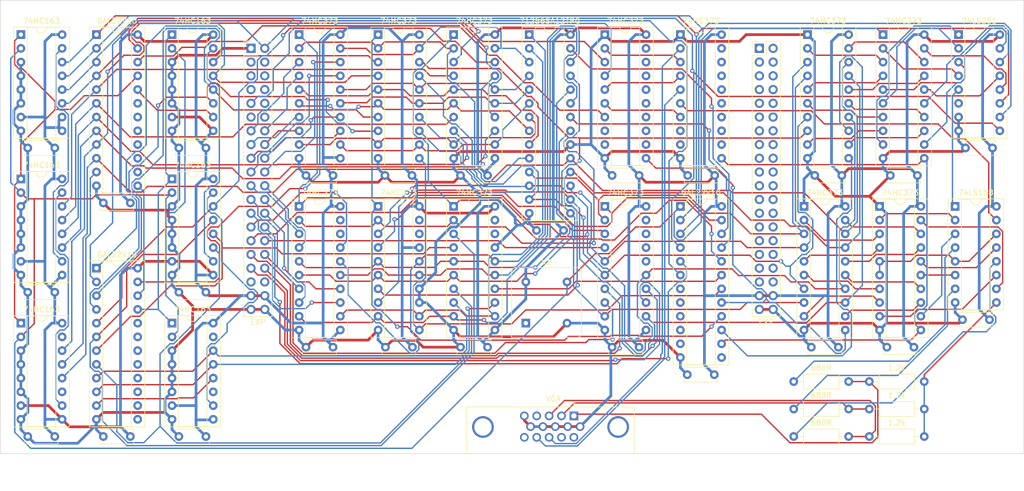
<source format=kicad_pcb>
(kicad_pcb (version 20171130) (host pcbnew "(5.1.8)-1")
  (layers (0 F.Cu signal) (31 B.Cu signal) (34 B.Paste user) (35 F.Paste user) (36 B.SilkS user) (37 F.SilkS user) (38 B.Mask user) (39 F.Mask user) (44 Edge.Cuts user))
  (net 0 "")
  (net 1 GND)
  (net 2 VD1)
  (net 3 VD0)
  (net 4 VD7)
  (net 5 VD6)
  (net 6 VD5)
  (net 7 VD4)
  (net 8 VD3)
  (net 9 VD2)
  (net 10 A3)
  (net 11 A4)
  (net 12 A2)
  (net 13 A5)
  (net 14 A1)
  (net 15 A6)
  (net 16 A0)
  (net 17 A7)
  (net 18 A11)
  (net 19 A12)
  (net 20 A10)
  (net 21 A13)
  (net 22 A9)
  (net 23 A8)
  (net 24 D3)
  (net 25 D4)
  (net 26 D2)
  (net 27 D5)
  (net 28 D1)
  (net 29 D0)
  (net 30 A14)
  (net 31 "Net-(U10-Pad15)")
  (net 32 +5V)
  (net 33 X0)
  (net 34 X1)
  (net 35 X3)
  (net 36 VCLK)
  (net 37 X4)
  (net 38 X5)
  (net 39 X6)
  (net 40 X7)
  (net 41 X8)
  (net 42 X9)
  (net 43 X10)
  (net 44 Y0)
  (net 45 Y1)
  (net 46 Y2)
  (net 47 Y3)
  (net 48 Y4)
  (net 49 Y5)
  (net 50 Y6)
  (net 51 Y7)
  (net 52 Y8)
  (net 53 Y9)
  (net 54 Y10)
  (net 55 "Net-(U18-Pad15)")
  (net 56 !CPU_MASTER)
  (net 57 VA7)
  (net 58 VA0)
  (net 59 VA6)
  (net 60 VA1)
  (net 61 VA5)
  (net 62 VA2)
  (net 63 VA4)
  (net 64 VA3)
  (net 65 VA8)
  (net 66 VA14)
  (net 67 VA9)
  (net 68 VA13)
  (net 69 VA10)
  (net 70 VA12)
  (net 71 VA11)
  (net 72 BG_I)
  (net 73 FG_I)
  (net 74 BG_B)
  (net 75 FG_B)
  (net 76 BG_G)
  (net 77 BG_R)
  (net 78 FG_R)
  (net 79 PIXEL)
  (net 80 !HRST)
  (net 81 BLANK)
  (net 82 "Net-(R3-Pad1)")
  (net 83 "Net-(R1-Pad1)")
  (net 84 LINE_INC)
  (net 85 !VRST)
  (net 86 HSYNC)
  (net 87 VSYNC)
  (net 88 "Net-(X1-Pad1)")
  (net 89 RELATCH)
  (net 90 !CC_MASTER)
  (net 91 CHAR_LATCH)
  (net 92 !FONT_MASTER)
  (net 93 COLOR_LATCH)
  (net 94 FONT_LATCH)
  (net 95 !VRAM_WRITE)
  (net 96 CPU_MASTER)
  (net 97 COLOR)
  (net 98 R!W)
  (net 99 A15)
  (net 100 VBLANK)
  (net 101 "Net-(U19-Pad15)")
  (net 102 "Net-(U21-Pad15)")
  (net 103 CLK)
  (net 104 BLANK_OUT)
  (net 105 "Net-(U17-Pad19)")
  (net 106 "Net-(U17-Pad18)")
  (net 107 "Net-(U17-Pad17)")
  (net 108 "Net-(U17-Pad16)")
  (net 109 "Net-(U18-Pad19)")
  (net 110 "Net-(U18-Pad16)")
  (net 111 "Net-(U24-Pad16)")
  (net 112 "Net-(U24-Pad8)")
  (net 113 "Net-(U24-Pad15)")
  (net 114 "Net-(U24-Pad14)")
  (net 115 "Net-(U24-Pad9)")
  (net 116 HSYNC_OUT)
  (net 117 "Net-(U25-Pad8)")
  (net 118 VSYNC_OUT)
  (net 119 "Net-(U25-Pad14)")
  (net 120 "Net-(U25-Pad9)")
  (net 121 D7)
  (net 122 D6)
  (net 123 !P_SELECT)
  (net 124 RDY)
  (net 125 !RESET)
  (net 126 !WRITE)
  (net 127 !READ)
  (net 128 !NMI)
  (net 129 !IRQ)
  (net 130 PHI2)
  (net 131 PHI1)
  (net 132 "Net-(J3-Pad15)")
  (net 133 "Net-(J3-Pad12)")
  (net 134 "Net-(J3-Pad11)")
  (net 135 "Net-(J3-Pad4)")
  (net 136 B)
  (net 137 G)
  (net 138 R)
  (net 139 "Net-(R2-Pad2)")
  (net 140 "Net-(R5-Pad1)")
  (net 141 "Net-(U1-Pad19)")
  (net 142 "Net-(U1-Pad18)")
  (net 143 "Net-(U1-Pad17)")
  (net 144 "Net-(U1-Pad16)")
  (net 145 "Net-(U1-Pad15)")
  (net 146 "Net-(U1-Pad14)")
  (net 147 "Net-(U2-Pad15)")
  (net 148 "Net-(U3-Pad15)")
  (net 149 "Net-(U4-Pad15)")
  (net 150 "Net-(U4-Pad11)")
  (net 151 "Net-(U6-Pad11)")
  (net 152 "Net-(U6-Pad10)")
  (net 153 "Net-(U6-Pad9)")
  (net 154 "Net-(U6-Pad8)")
  (net 155 "Net-(U6-Pad7)")
  (net 156 "Net-(U6-Pad13)")
  (net 157 "Net-(U7-Pad20)")
  (net 158 "Net-(U7-Pad19)")
  (net 159 "Net-(U7-Pad18)")
  (net 160 "Net-(U7-Pad17)")
  (net 161 "Net-(U7-Pad16)")
  (net 162 "Net-(U7-Pad15)")
  (net 163 "Net-(U7-Pad14)")
  (net 164 "Net-(U7-Pad13)")
  (net 165 "Net-(U8-Pad15)")
  (net 166 "Net-(U10-Pad10)")
  (net 167 "Net-(U10-Pad11)")
  (net 168 "Net-(U12-Pad19)")
  (net 169 "Net-(U12-Pad18)")
  (net 170 "Net-(U14-Pad19)")
  (net 171 "Net-(U14-Pad18)")
  (net 172 "Net-(U16-Pad19)")
  (net 173 "Net-(U16-Pad18)")
  (net 174 "Net-(U18-Pad9)")
  (net 175 "Net-(U18-Pad6)")
  (net 176 "Net-(U18-Pad5)")
  (net 177 "Net-(U18-Pad12)")
  (net 178 "Net-(U18-Pad2)")
  (net 179 "Net-(U19-Pad19)")
  (net 180 "Net-(U19-Pad9)")
  (net 181 "Net-(U19-Pad16)")
  (net 182 "Net-(U19-Pad6)")
  (net 183 "Net-(U19-Pad5)")
  (net 184 "Net-(U19-Pad12)")
  (net 185 "Net-(U19-Pad2)")
  (net 186 "Net-(U20-Pad6)")
  (net 187 "Net-(U21-Pad19)")
  (net 188 "Net-(U21-Pad9)")
  (net 189 "Net-(U21-Pad16)")
  (net 190 "Net-(U21-Pad6)")
  (net 191 "Net-(U21-Pad5)")
  (net 192 "Net-(U21-Pad12)")
  (net 193 "Net-(U21-Pad2)")
  (net 194 "Net-(U24-Pad19)")
  (net 195 "Net-(U24-Pad18)")
  (net 196 "Net-(U24-Pad17)")
  (net 197 "Net-(U24-Pad6)")
  (net 198 "Net-(U24-Pad5)")
  (net 199 "Net-(U24-Pad13)")
  (net 200 "Net-(U24-Pad12)")
  (net 201 "Net-(U24-Pad2)")
  (net 202 "Net-(U25-Pad19)")
  (net 203 "Net-(U25-Pad18)")
  (net 204 "Net-(U25-Pad17)")
  (net 205 "Net-(U25-Pad16)")
  (net 206 "Net-(U25-Pad15)")
  (net 207 "Net-(U25-Pad13)")
  (net 208 "Net-(U25-Pad12)")
  (net 209 "Net-(J2-Pad12)")
  (net 210 "Net-(J2-Pad11)")
  (net 211 "Net-(J2-Pad10)")
  (net 212 "Net-(J2-Pad8)")
  (net 213 "Net-(J2-Pad7)")
  (net 214 "Net-(J2-Pad6)")
  (net 215 "Net-(J2-Pad5)")
  (net 216 "Net-(J2-Pad4)")
  (net 217 "Net-(J2-Pad3)")
  (net 218 "Net-(J2-Pad36)")
  (net 219 "Net-(J2-Pad35)")
  (net 220 "Net-(J2-Pad34)")
  (net 221 "Net-(J2-Pad33)")
  (net 222 "Net-(J2-Pad32)")
  (net 223 "Net-(J2-Pad31)")
  (net 224 "Net-(J2-Pad30)")
  (net 225 "Net-(J2-Pad29)")
  (net 226 "Net-(J2-Pad28)")
  (net 227 "Net-(J2-Pad27)")
  (net 228 "Net-(J2-Pad26)")
  (net 229 "Net-(J2-Pad25)")
  (net 230 "Net-(J2-Pad24)")
  (net 231 "Net-(J2-Pad23)")
  (net 232 "Net-(J2-Pad22)")
  (net 233 "Net-(J2-Pad21)")
  (net 234 "Net-(J2-Pad20)")
  (net 235 "Net-(J2-Pad19)")
  (net 236 "Net-(J2-Pad18)")
  (net 237 "Net-(J2-Pad17)")
  (net 238 "Net-(J2-Pad16)")
  (net 239 "Net-(J2-Pad15)")
  (net 240 "Net-(J2-Pad14)")
  (net 241 "Net-(J2-Pad13)")
  (net 242 "Net-(J2-Pad9)")
  (net 243 "Net-(J2-Pad2)")
  (net 244 "Net-(J2-Pad1)")
  (module Package_DIP:DIP-16_W7.62mm_Socket (layer F.Cu) (at 206.375 120.015)
    (fp_text reference U23 hide)
    (fp_text value 74LS158 (at 3.81 -2.54) (layer F.SilkS))
    (pad 16 thru_hole oval (at 7.62 0) (size 1.6 1.6) (drill 0.8) (layers *.Cu *.Mask) (net 32 +5V))
    (pad 8 thru_hole oval (at 0 17.78) (size 1.6 1.6) (drill 0.8) (layers *.Cu *.Mask) (net 1 GND))
    (pad 15 thru_hole oval (at 7.62 2.54) (size 1.6 1.6) (drill 0.8) (layers *.Cu *.Mask) (net 104 BLANK_OUT))
    (pad 7 thru_hole oval (at 0 15.24) (size 1.6 1.6) (drill 0.8) (layers *.Cu *.Mask) (net 82 "Net-(R3-Pad1)"))
    (pad 14 thru_hole oval (at 7.62 5.08) (size 1.6 1.6) (drill 0.8) (layers *.Cu *.Mask) (net 75 FG_B))
    (pad 6 thru_hole oval (at 0 12.7) (size 1.6 1.6) (drill 0.8) (layers *.Cu *.Mask) (net 76 BG_G))
    (pad 13 thru_hole oval (at 7.62 7.62) (size 1.6 1.6) (drill 0.8) (layers *.Cu *.Mask) (net 74 BG_B))
    (pad 5 thru_hole oval (at 0 10.16) (size 1.6 1.6) (drill 0.8) (layers *.Cu *.Mask) (net 75 FG_B))
    (pad 12 thru_hole oval (at 7.62 10.16) (size 1.6 1.6) (drill 0.8) (layers *.Cu *.Mask) (net 140 "Net-(R5-Pad1)"))
    (pad 4 thru_hole oval (at 0 7.62) (size 1.6 1.6) (drill 0.8) (layers *.Cu *.Mask) (net 83 "Net-(R1-Pad1)"))
    (pad 11 thru_hole oval (at 7.62 12.7) (size 1.6 1.6) (drill 0.8) (layers *.Cu *.Mask) (net 73 FG_I))
    (pad 3 thru_hole oval (at 0 5.08) (size 1.6 1.6) (drill 0.8) (layers *.Cu *.Mask) (net 77 BG_R))
    (pad 10 thru_hole oval (at 7.62 15.24) (size 1.6 1.6) (drill 0.8) (layers *.Cu *.Mask) (net 72 BG_I))
    (pad 2 thru_hole oval (at 0 2.54) (size 1.6 1.6) (drill 0.8) (layers *.Cu *.Mask) (net 78 FG_R))
    (pad 9 thru_hole oval (at 7.62 17.78) (size 1.6 1.6) (drill 0.8) (layers *.Cu *.Mask) (net 139 "Net-(R2-Pad2)"))
    (pad 1 thru_hole rect (at 0 0) (size 1.6 1.6) (drill 0.8) (layers *.Cu *.Mask) (net 79 PIXEL))
  )
  (module Capacitor_THT:C_Disc_D6.0mm_W2.5mm_P5.00mm (layer F.Cu) (at 114.935 146.05)
    (fp_text reference C23 hide)
    (fp_text value 0.1uF)
    (pad 2 thru_hole circle (at 5 0) (size 1.6 1.6) (drill 0.8) (layers *.Cu *.Mask) (net 32 +5V))
    (pad 1 thru_hole circle (at 0 0) (size 1.6 1.6) (drill 0.8) (layers *.Cu *.Mask) (net 1 GND))
  )
  (module Capacitor_THT:C_Disc_D6.0mm_W2.5mm_P5.00mm (layer F.Cu) (at 179.785 146.05)
    (fp_text reference C25 hide)
    (fp_text value 0.1uF)
    (pad 2 thru_hole circle (at 5 0) (size 1.6 1.6) (drill 0.8) (layers *.Cu *.Mask) (net 32 +5V))
    (pad 1 thru_hole circle (at 0 0) (size 1.6 1.6) (drill 0.8) (layers *.Cu *.Mask) (net 1 GND))
  )
  (module Capacitor_THT:C_Disc_D6.0mm_W2.5mm_P5.00mm (layer F.Cu) (at 156.925 114.3)
    (fp_text reference C24 hide)
    (fp_text value 0.1uF)
    (pad 2 thru_hole circle (at 5 0) (size 1.6 1.6) (drill 0.8) (layers *.Cu *.Mask) (net 32 +5V))
    (pad 1 thru_hole circle (at 0 0) (size 1.6 1.6) (drill 0.8) (layers *.Cu *.Mask) (net 1 GND))
  )
  (module Capacitor_THT:C_Disc_D6.0mm_W2.5mm_P5.00mm (layer F.Cu) (at 142.955 146.05)
    (fp_text reference C22 hide)
    (fp_text value 0.1uF)
    (pad 2 thru_hole circle (at 5 0) (size 1.6 1.6) (drill 0.8) (layers *.Cu *.Mask) (net 32 +5V))
    (pad 1 thru_hole circle (at 0 0) (size 1.6 1.6) (drill 0.8) (layers *.Cu *.Mask) (net 1 GND))
  )
  (module Capacitor_THT:C_Disc_D6.0mm_W2.5mm_P5.00mm (layer F.Cu) (at 156.845 151.13)
    (fp_text reference C21 hide)
    (fp_text value 0.1uF)
    (pad 2 thru_hole circle (at 5 0) (size 1.6 1.6) (drill 0.8) (layers *.Cu *.Mask) (net 32 +5V))
    (pad 1 thru_hole circle (at 0 0) (size 1.6 1.6) (drill 0.8) (layers *.Cu *.Mask) (net 1 GND))
  )
  (module Capacitor_THT:C_Disc_D6.0mm_W2.5mm_P5.00mm (layer F.Cu) (at 101.045 146.05)
    (fp_text reference C20 hide)
    (fp_text value 0.1uF)
    (pad 2 thru_hole circle (at 5 0) (size 1.6 1.6) (drill 0.8) (layers *.Cu *.Mask) (net 32 +5V))
    (pad 1 thru_hole circle (at 0 0) (size 1.6 1.6) (drill 0.8) (layers *.Cu *.Mask) (net 1 GND))
  )
  (module Capacitor_THT:C_Disc_D6.0mm_W2.5mm_P5.00mm (layer F.Cu) (at 193.755 146.05)
    (fp_text reference C19 hide)
    (fp_text value 0.1uF)
    (pad 2 thru_hole circle (at 5 0) (size 1.6 1.6) (drill 0.8) (layers *.Cu *.Mask) (net 32 +5V))
    (pad 1 thru_hole circle (at 0 0) (size 1.6 1.6) (drill 0.8) (layers *.Cu *.Mask) (net 1 GND))
  )
  (module Capacitor_THT:C_Disc_D6.0mm_W2.5mm_P5.00mm (layer F.Cu) (at 128.985 124.46)
    (fp_text reference C18 hide)
    (fp_text value 0.1uF)
    (pad 2 thru_hole circle (at 5 0) (size 1.6 1.6) (drill 0.8) (layers *.Cu *.Mask) (net 32 +5V))
    (pad 1 thru_hole circle (at 0 0) (size 1.6 1.6) (drill 0.8) (layers *.Cu *.Mask) (net 1 GND))
  )
  (module Capacitor_THT:C_Disc_D6.0mm_W2.5mm_P5.00mm (layer F.Cu) (at 62.865 109.22)
    (fp_text reference C17 hide)
    (fp_text value 0.1uF)
    (pad 2 thru_hole circle (at 5 0) (size 1.6 1.6) (drill 0.8) (layers *.Cu *.Mask) (net 32 +5V))
    (pad 1 thru_hole circle (at 0 0) (size 1.6 1.6) (drill 0.8) (layers *.Cu *.Mask) (net 1 GND))
  )
  (module Capacitor_THT:C_Disc_D6.0mm_W2.5mm_P5.00mm (layer F.Cu) (at 180.42 114.3)
    (fp_text reference C16 hide)
    (fp_text value 0.1uF)
    (pad 2 thru_hole circle (at 5 0) (size 1.6 1.6) (drill 0.8) (layers *.Cu *.Mask) (net 32 +5V))
    (pad 1 thru_hole circle (at 0 0) (size 1.6 1.6) (drill 0.8) (layers *.Cu *.Mask) (net 1 GND))
  )
  (module Capacitor_THT:C_Disc_D6.0mm_W2.5mm_P5.00mm (layer F.Cu) (at 142.955 114.3)
    (fp_text reference C15 hide)
    (fp_text value 0.1uF)
    (pad 2 thru_hole circle (at 5 0) (size 1.6 1.6) (drill 0.8) (layers *.Cu *.Mask) (net 32 +5V))
    (pad 1 thru_hole circle (at 0 0) (size 1.6 1.6) (drill 0.8) (layers *.Cu *.Mask) (net 1 GND))
  )
  (module Capacitor_THT:C_Disc_D6.0mm_W2.5mm_P5.00mm (layer F.Cu) (at 34.925 109.22)
    (fp_text reference C14 hide)
    (fp_text value 0.1uF)
    (pad 2 thru_hole circle (at 5 0) (size 1.6 1.6) (drill 0.8) (layers *.Cu *.Mask) (net 32 +5V))
    (pad 1 thru_hole circle (at 0 0) (size 1.6 1.6) (drill 0.8) (layers *.Cu *.Mask) (net 1 GND))
  )
  (module Capacitor_THT:C_Disc_D6.0mm_W2.5mm_P5.00mm (layer F.Cu) (at 208.28 109.22)
    (fp_text reference C13 hide)
    (fp_text value 0.1uF)
    (pad 2 thru_hole circle (at 5 0) (size 1.6 1.6) (drill 0.8) (layers *.Cu *.Mask) (net 32 +5V))
    (pad 1 thru_hole circle (at 0 0) (size 1.6 1.6) (drill 0.8) (layers *.Cu *.Mask) (net 1 GND))
  )
  (module Capacitor_THT:C_Disc_D6.0mm_W2.5mm_P5.00mm (layer F.Cu) (at 62.865 135.89)
    (fp_text reference C12 hide)
    (fp_text value 0.1uF)
    (pad 2 thru_hole circle (at 5 0) (size 1.6 1.6) (drill 0.8) (layers *.Cu *.Mask) (net 32 +5V))
    (pad 1 thru_hole circle (at 0 0) (size 1.6 1.6) (drill 0.8) (layers *.Cu *.Mask) (net 1 GND))
  )
  (module Capacitor_THT:C_Disc_D6.0mm_W2.5mm_P5.00mm (layer F.Cu) (at 194.39 114.3)
    (fp_text reference C11 hide)
    (fp_text value 0.1uF)
    (pad 2 thru_hole circle (at 5 0) (size 1.6 1.6) (drill 0.8) (layers *.Cu *.Mask) (net 32 +5V))
    (pad 1 thru_hole circle (at 0 0) (size 1.6 1.6) (drill 0.8) (layers *.Cu *.Mask) (net 1 GND))
  )
  (module Capacitor_THT:C_Disc_D6.0mm_W2.5mm_P5.00mm (layer F.Cu) (at 86.36 146.05)
    (fp_text reference C10 hide)
    (fp_text value 0.1uF)
    (pad 2 thru_hole circle (at 5 0) (size 1.6 1.6) (drill 0.8) (layers *.Cu *.Mask) (net 32 +5V))
    (pad 1 thru_hole circle (at 0 0) (size 1.6 1.6) (drill 0.8) (layers *.Cu *.Mask) (net 1 GND))
  )
  (module Capacitor_THT:C_Disc_D6.0mm_W2.5mm_P5.00mm (layer F.Cu) (at 207.725 140.97)
    (fp_text reference C9 hide)
    (fp_text value 0.1uF)
    (pad 2 thru_hole circle (at 5 0) (size 1.6 1.6) (drill 0.8) (layers *.Cu *.Mask) (net 32 +5V))
    (pad 1 thru_hole circle (at 0 0) (size 1.6 1.6) (drill 0.8) (layers *.Cu *.Mask) (net 1 GND))
  )
  (module Capacitor_THT:C_Disc_D6.0mm_W2.5mm_P5.00mm (layer F.Cu) (at 100.965 114.3)
    (fp_text reference C8 hide)
    (fp_text value 0.1uF)
    (pad 2 thru_hole circle (at 5 0) (size 1.6 1.6) (drill 0.8) (layers *.Cu *.Mask) (net 32 +5V))
    (pad 1 thru_hole circle (at 0 0) (size 1.6 1.6) (drill 0.8) (layers *.Cu *.Mask) (net 1 GND))
  )
  (module Capacitor_THT:C_Disc_D6.0mm_W2.5mm_P5.00mm (layer F.Cu) (at 62.865 162.56)
    (fp_text reference C7 hide)
    (fp_text value 0.1uF)
    (pad 2 thru_hole circle (at 5 0) (size 1.6 1.6) (drill 0.8) (layers *.Cu *.Mask) (net 32 +5V))
    (pad 1 thru_hole circle (at 0 0) (size 1.6 1.6) (drill 0.8) (layers *.Cu *.Mask) (net 1 GND))
  )
  (module Capacitor_THT:C_Disc_D6.0mm_W2.5mm_P5.00mm (layer F.Cu) (at 48.895 119.38)
    (fp_text reference C6 hide)
    (fp_text value 0.1uF)
    (pad 2 thru_hole circle (at 5 0) (size 1.6 1.6) (drill 0.8) (layers *.Cu *.Mask) (net 32 +5V))
    (pad 1 thru_hole circle (at 0 0) (size 1.6 1.6) (drill 0.8) (layers *.Cu *.Mask) (net 1 GND))
  )
  (module Capacitor_THT:C_Disc_D6.0mm_W2.5mm_P5.00mm (layer F.Cu) (at 86.36 114.3)
    (fp_text reference C5 hide)
    (fp_text value 0.1uF)
    (pad 2 thru_hole circle (at 5 0) (size 1.6 1.6) (drill 0.8) (layers *.Cu *.Mask) (net 32 +5V))
    (pad 1 thru_hole circle (at 0 0) (size 1.6 1.6) (drill 0.8) (layers *.Cu *.Mask) (net 1 GND))
  )
  (module Capacitor_THT:C_Disc_D6.0mm_W2.5mm_P5.00mm (layer F.Cu) (at 34.925 162.56)
    (fp_text reference C4 hide)
    (fp_text value 0.1uF)
    (pad 2 thru_hole circle (at 5 0) (size 1.6 1.6) (drill 0.8) (layers *.Cu *.Mask) (net 32 +5V))
    (pad 1 thru_hole circle (at 0 0) (size 1.6 1.6) (drill 0.8) (layers *.Cu *.Mask) (net 1 GND))
  )
  (module Capacitor_THT:C_Disc_D6.0mm_W2.5mm_P5.00mm (layer F.Cu) (at 48.895 162.56)
    (fp_text reference C3 hide)
    (fp_text value 0.1uF)
    (pad 2 thru_hole circle (at 5 0) (size 1.6 1.6) (drill 0.8) (layers *.Cu *.Mask) (net 32 +5V))
    (pad 1 thru_hole circle (at 0 0) (size 1.6 1.6) (drill 0.8) (layers *.Cu *.Mask) (net 1 GND))
  )
  (module Capacitor_THT:C_Disc_D6.0mm_W2.5mm_P5.00mm (layer F.Cu) (at 34.925 135.89)
    (fp_text reference C2 hide)
    (fp_text value 0.1uF)
    (pad 2 thru_hole circle (at 5 0) (size 1.6 1.6) (drill 0.8) (layers *.Cu *.Mask) (net 32 +5V))
    (pad 1 thru_hole circle (at 0 0) (size 1.6 1.6) (drill 0.8) (layers *.Cu *.Mask) (net 1 GND))
  )
  (module Capacitor_THT:C_Disc_D6.0mm_W2.5mm_P5.00mm (layer F.Cu) (at 114.935 114.3)
    (fp_text reference C1 hide)
    (fp_text value 0.1uF)
    (pad 2 thru_hole circle (at 5 0) (size 1.6 1.6) (drill 0.8) (layers *.Cu *.Mask) (net 32 +5V))
    (pad 1 thru_hole circle (at 0 0) (size 1.6 1.6) (drill 0.8) (layers *.Cu *.Mask) (net 1 GND))
  )
  (module Connector_PinHeader_2.54mm:PinHeader_2x20_P2.54mm_Vertical (layer F.Cu) (at 170.18 90.805)
    (fp_text reference J2 hide)
    (fp_text value EXP (at 1.27 50.59) (layer F.SilkS))
    (pad 40 thru_hole oval (at 2.54 48.26) (size 1.7 1.7) (drill 1) (layers *.Cu *.Mask) (net 1 GND))
    (pad 39 thru_hole oval (at 0 48.26) (size 1.7 1.7) (drill 1) (layers *.Cu *.Mask) (net 1 GND))
    (pad 38 thru_hole oval (at 2.54 45.72) (size 1.7 1.7) (drill 1) (layers *.Cu *.Mask) (net 32 +5V))
    (pad 37 thru_hole oval (at 0 45.72) (size 1.7 1.7) (drill 1) (layers *.Cu *.Mask) (net 32 +5V))
    (pad 36 thru_hole oval (at 2.54 43.18) (size 1.7 1.7) (drill 1) (layers *.Cu *.Mask) (net 218 "Net-(J2-Pad36)"))
    (pad 35 thru_hole oval (at 0 43.18) (size 1.7 1.7) (drill 1) (layers *.Cu *.Mask) (net 219 "Net-(J2-Pad35)"))
    (pad 34 thru_hole oval (at 2.54 40.64) (size 1.7 1.7) (drill 1) (layers *.Cu *.Mask) (net 220 "Net-(J2-Pad34)"))
    (pad 33 thru_hole oval (at 0 40.64) (size 1.7 1.7) (drill 1) (layers *.Cu *.Mask) (net 221 "Net-(J2-Pad33)"))
    (pad 32 thru_hole oval (at 2.54 38.1) (size 1.7 1.7) (drill 1) (layers *.Cu *.Mask) (net 222 "Net-(J2-Pad32)"))
    (pad 31 thru_hole oval (at 0 38.1) (size 1.7 1.7) (drill 1) (layers *.Cu *.Mask) (net 223 "Net-(J2-Pad31)"))
    (pad 30 thru_hole oval (at 2.54 35.56) (size 1.7 1.7) (drill 1) (layers *.Cu *.Mask) (net 224 "Net-(J2-Pad30)"))
    (pad 29 thru_hole oval (at 0 35.56) (size 1.7 1.7) (drill 1) (layers *.Cu *.Mask) (net 225 "Net-(J2-Pad29)"))
    (pad 28 thru_hole oval (at 2.54 33.02) (size 1.7 1.7) (drill 1) (layers *.Cu *.Mask) (net 226 "Net-(J2-Pad28)"))
    (pad 27 thru_hole oval (at 0 33.02) (size 1.7 1.7) (drill 1) (layers *.Cu *.Mask) (net 227 "Net-(J2-Pad27)"))
    (pad 26 thru_hole oval (at 2.54 30.48) (size 1.7 1.7) (drill 1) (layers *.Cu *.Mask) (net 228 "Net-(J2-Pad26)"))
    (pad 25 thru_hole oval (at 0 30.48) (size 1.7 1.7) (drill 1) (layers *.Cu *.Mask) (net 229 "Net-(J2-Pad25)"))
    (pad 24 thru_hole oval (at 2.54 27.94) (size 1.7 1.7) (drill 1) (layers *.Cu *.Mask) (net 230 "Net-(J2-Pad24)"))
    (pad 23 thru_hole oval (at 0 27.94) (size 1.7 1.7) (drill 1) (layers *.Cu *.Mask) (net 231 "Net-(J2-Pad23)"))
    (pad 22 thru_hole oval (at 2.54 25.4) (size 1.7 1.7) (drill 1) (layers *.Cu *.Mask) (net 232 "Net-(J2-Pad22)"))
    (pad 21 thru_hole oval (at 0 25.4) (size 1.7 1.7) (drill 1) (layers *.Cu *.Mask) (net 233 "Net-(J2-Pad21)"))
    (pad 20 thru_hole oval (at 2.54 22.86) (size 1.7 1.7) (drill 1) (layers *.Cu *.Mask) (net 234 "Net-(J2-Pad20)"))
    (pad 19 thru_hole oval (at 0 22.86) (size 1.7 1.7) (drill 1) (layers *.Cu *.Mask) (net 235 "Net-(J2-Pad19)"))
    (pad 18 thru_hole oval (at 2.54 20.32) (size 1.7 1.7) (drill 1) (layers *.Cu *.Mask) (net 236 "Net-(J2-Pad18)"))
    (pad 17 thru_hole oval (at 0 20.32) (size 1.7 1.7) (drill 1) (layers *.Cu *.Mask) (net 237 "Net-(J2-Pad17)"))
    (pad 16 thru_hole oval (at 2.54 17.78) (size 1.7 1.7) (drill 1) (layers *.Cu *.Mask) (net 238 "Net-(J2-Pad16)"))
    (pad 15 thru_hole oval (at 0 17.78) (size 1.7 1.7) (drill 1) (layers *.Cu *.Mask) (net 239 "Net-(J2-Pad15)"))
    (pad 14 thru_hole oval (at 2.54 15.24) (size 1.7 1.7) (drill 1) (layers *.Cu *.Mask) (net 240 "Net-(J2-Pad14)"))
    (pad 13 thru_hole oval (at 0 15.24) (size 1.7 1.7) (drill 1) (layers *.Cu *.Mask) (net 241 "Net-(J2-Pad13)"))
    (pad 12 thru_hole oval (at 2.54 12.7) (size 1.7 1.7) (drill 1) (layers *.Cu *.Mask) (net 209 "Net-(J2-Pad12)"))
    (pad 11 thru_hole oval (at 0 12.7) (size 1.7 1.7) (drill 1) (layers *.Cu *.Mask) (net 210 "Net-(J2-Pad11)"))
    (pad 10 thru_hole oval (at 2.54 10.16) (size 1.7 1.7) (drill 1) (layers *.Cu *.Mask) (net 211 "Net-(J2-Pad10)"))
    (pad 9 thru_hole oval (at 0 10.16) (size 1.7 1.7) (drill 1) (layers *.Cu *.Mask) (net 242 "Net-(J2-Pad9)"))
    (pad 8 thru_hole oval (at 2.54 7.62) (size 1.7 1.7) (drill 1) (layers *.Cu *.Mask) (net 212 "Net-(J2-Pad8)"))
    (pad 7 thru_hole oval (at 0 7.62) (size 1.7 1.7) (drill 1) (layers *.Cu *.Mask) (net 213 "Net-(J2-Pad7)"))
    (pad 6 thru_hole oval (at 2.54 5.08) (size 1.7 1.7) (drill 1) (layers *.Cu *.Mask) (net 214 "Net-(J2-Pad6)"))
    (pad 5 thru_hole oval (at 0 5.08) (size 1.7 1.7) (drill 1) (layers *.Cu *.Mask) (net 215 "Net-(J2-Pad5)"))
    (pad 4 thru_hole oval (at 2.54 2.54) (size 1.7 1.7) (drill 1) (layers *.Cu *.Mask) (net 216 "Net-(J2-Pad4)"))
    (pad 3 thru_hole oval (at 0 2.54) (size 1.7 1.7) (drill 1) (layers *.Cu *.Mask) (net 217 "Net-(J2-Pad3)"))
    (pad 2 thru_hole oval (at 2.54 0) (size 1.7 1.7) (drill 1) (layers *.Cu *.Mask) (net 243 "Net-(J2-Pad2)"))
    (pad 1 thru_hole rect (at 0 0) (size 1.7 1.7) (drill 1) (layers *.Cu *.Mask) (net 244 "Net-(J2-Pad1)"))
  )
  (module Connector_PinHeader_2.54mm:PinHeader_2x20_P2.54mm_Vertical (layer F.Cu) (at 76.2 90.805)
    (fp_text reference J1 hide)
    (fp_text value EXP (at 1.27 50.59) (layer F.SilkS))
    (pad 40 thru_hole oval (at 2.54 48.26) (size 1.7 1.7) (drill 1) (layers *.Cu *.Mask) (net 1 GND))
    (pad 39 thru_hole oval (at 0 48.26) (size 1.7 1.7) (drill 1) (layers *.Cu *.Mask) (net 1 GND))
    (pad 38 thru_hole oval (at 2.54 45.72) (size 1.7 1.7) (drill 1) (layers *.Cu *.Mask) (net 32 +5V))
    (pad 37 thru_hole oval (at 0 45.72) (size 1.7 1.7) (drill 1) (layers *.Cu *.Mask) (net 32 +5V))
    (pad 36 thru_hole oval (at 2.54 43.18) (size 1.7 1.7) (drill 1) (layers *.Cu *.Mask) (net 121 D7))
    (pad 35 thru_hole oval (at 0 43.18) (size 1.7 1.7) (drill 1) (layers *.Cu *.Mask) (net 122 D6))
    (pad 34 thru_hole oval (at 2.54 40.64) (size 1.7 1.7) (drill 1) (layers *.Cu *.Mask) (net 27 D5))
    (pad 33 thru_hole oval (at 0 40.64) (size 1.7 1.7) (drill 1) (layers *.Cu *.Mask) (net 25 D4))
    (pad 32 thru_hole oval (at 2.54 38.1) (size 1.7 1.7) (drill 1) (layers *.Cu *.Mask) (net 24 D3))
    (pad 31 thru_hole oval (at 0 38.1) (size 1.7 1.7) (drill 1) (layers *.Cu *.Mask) (net 26 D2))
    (pad 30 thru_hole oval (at 2.54 35.56) (size 1.7 1.7) (drill 1) (layers *.Cu *.Mask) (net 28 D1))
    (pad 29 thru_hole oval (at 0 35.56) (size 1.7 1.7) (drill 1) (layers *.Cu *.Mask) (net 29 D0))
    (pad 28 thru_hole oval (at 2.54 33.02) (size 1.7 1.7) (drill 1) (layers *.Cu *.Mask) (net 99 A15))
    (pad 27 thru_hole oval (at 0 33.02) (size 1.7 1.7) (drill 1) (layers *.Cu *.Mask) (net 30 A14))
    (pad 26 thru_hole oval (at 2.54 30.48) (size 1.7 1.7) (drill 1) (layers *.Cu *.Mask) (net 21 A13))
    (pad 25 thru_hole oval (at 0 30.48) (size 1.7 1.7) (drill 1) (layers *.Cu *.Mask) (net 19 A12))
    (pad 24 thru_hole oval (at 2.54 27.94) (size 1.7 1.7) (drill 1) (layers *.Cu *.Mask) (net 18 A11))
    (pad 23 thru_hole oval (at 0 27.94) (size 1.7 1.7) (drill 1) (layers *.Cu *.Mask) (net 20 A10))
    (pad 22 thru_hole oval (at 2.54 25.4) (size 1.7 1.7) (drill 1) (layers *.Cu *.Mask) (net 22 A9))
    (pad 21 thru_hole oval (at 0 25.4) (size 1.7 1.7) (drill 1) (layers *.Cu *.Mask) (net 23 A8))
    (pad 20 thru_hole oval (at 2.54 22.86) (size 1.7 1.7) (drill 1) (layers *.Cu *.Mask) (net 17 A7))
    (pad 19 thru_hole oval (at 0 22.86) (size 1.7 1.7) (drill 1) (layers *.Cu *.Mask) (net 15 A6))
    (pad 18 thru_hole oval (at 2.54 20.32) (size 1.7 1.7) (drill 1) (layers *.Cu *.Mask) (net 13 A5))
    (pad 17 thru_hole oval (at 0 20.32) (size 1.7 1.7) (drill 1) (layers *.Cu *.Mask) (net 11 A4))
    (pad 16 thru_hole oval (at 2.54 17.78) (size 1.7 1.7) (drill 1) (layers *.Cu *.Mask) (net 10 A3))
    (pad 15 thru_hole oval (at 0 17.78) (size 1.7 1.7) (drill 1) (layers *.Cu *.Mask) (net 12 A2))
    (pad 14 thru_hole oval (at 2.54 15.24) (size 1.7 1.7) (drill 1) (layers *.Cu *.Mask) (net 14 A1))
    (pad 13 thru_hole oval (at 0 15.24) (size 1.7 1.7) (drill 1) (layers *.Cu *.Mask) (net 16 A0))
    (pad 12 thru_hole oval (at 2.54 12.7) (size 1.7 1.7) (drill 1) (layers *.Cu *.Mask) (net 123 !P_SELECT))
    (pad 11 thru_hole oval (at 0 12.7) (size 1.7 1.7) (drill 1) (layers *.Cu *.Mask) (net 124 RDY))
    (pad 10 thru_hole oval (at 2.54 10.16) (size 1.7 1.7) (drill 1) (layers *.Cu *.Mask) (net 125 !RESET))
    (pad 9 thru_hole oval (at 0 10.16) (size 1.7 1.7) (drill 1) (layers *.Cu *.Mask) (net 98 R!W))
    (pad 8 thru_hole oval (at 2.54 7.62) (size 1.7 1.7) (drill 1) (layers *.Cu *.Mask) (net 126 !WRITE))
    (pad 7 thru_hole oval (at 0 7.62) (size 1.7 1.7) (drill 1) (layers *.Cu *.Mask) (net 127 !READ))
    (pad 6 thru_hole oval (at 2.54 5.08) (size 1.7 1.7) (drill 1) (layers *.Cu *.Mask) (net 128 !NMI))
    (pad 5 thru_hole oval (at 0 5.08) (size 1.7 1.7) (drill 1) (layers *.Cu *.Mask) (net 129 !IRQ))
    (pad 4 thru_hole oval (at 2.54 2.54) (size 1.7 1.7) (drill 1) (layers *.Cu *.Mask) (net 130 PHI2))
    (pad 3 thru_hole oval (at 0 2.54) (size 1.7 1.7) (drill 1) (layers *.Cu *.Mask) (net 131 PHI1))
    (pad 2 thru_hole oval (at 2.54 0) (size 1.7 1.7) (drill 1) (layers *.Cu *.Mask) (net 103 CLK))
    (pad 1 thru_hole rect (at 0 0) (size 1.7 1.7) (drill 1) (layers *.Cu *.Mask) (net 1 GND))
  )
  (module Oscillator:Oscillator_DIP-8 (layer F.Cu) (at 127 141.605)
    (fp_text reference X1 (at 3.81 -11.26) (layer F.SilkS))
    (fp_text value 40MHz)
    (pad 4 thru_hole circle (at 7.62 0) (size 1.6 1.6) (drill 0.8) (layers *.Cu *.Mask) (net 1 GND))
    (pad 5 thru_hole circle (at 7.62 -7.62) (size 1.6 1.6) (drill 0.8) (layers *.Cu *.Mask) (net 36 VCLK))
    (pad 8 thru_hole circle (at 0 -7.62) (size 1.6 1.6) (drill 0.8) (layers *.Cu *.Mask) (net 32 +5V))
    (pad 1 thru_hole rect (at 0 0) (size 1.6 1.6) (drill 0.8) (layers *.Cu *.Mask) (net 88 "Net-(X1-Pad1)"))
  )
  (module Package_DIP:DIP-20_W7.62mm_Socket (layer F.Cu) (at 155.575 88.265)
    (fp_text reference U25 hide)
    (fp_text value 74HC373 (at 3.81 -2.54) (layer F.SilkS))
    (pad 20 thru_hole oval (at 7.62 0) (size 1.6 1.6) (drill 0.8) (layers *.Cu *.Mask) (net 32 +5V))
    (pad 10 thru_hole oval (at 0 22.86) (size 1.6 1.6) (drill 0.8) (layers *.Cu *.Mask) (net 1 GND))
    (pad 19 thru_hole oval (at 7.62 2.54) (size 1.6 1.6) (drill 0.8) (layers *.Cu *.Mask) (net 202 "Net-(U25-Pad19)"))
    (pad 9 thru_hole oval (at 0 20.32) (size 1.6 1.6) (drill 0.8) (layers *.Cu *.Mask) (net 120 "Net-(U25-Pad9)"))
    (pad 18 thru_hole oval (at 7.62 5.08) (size 1.6 1.6) (drill 0.8) (layers *.Cu *.Mask) (net 203 "Net-(U25-Pad18)"))
    (pad 8 thru_hole oval (at 0 17.78) (size 1.6 1.6) (drill 0.8) (layers *.Cu *.Mask) (net 117 "Net-(U25-Pad8)"))
    (pad 17 thru_hole oval (at 7.62 7.62) (size 1.6 1.6) (drill 0.8) (layers *.Cu *.Mask) (net 204 "Net-(U25-Pad17)"))
    (pad 7 thru_hole oval (at 0 15.24) (size 1.6 1.6) (drill 0.8) (layers *.Cu *.Mask) (net 197 "Net-(U24-Pad6)"))
    (pad 16 thru_hole oval (at 7.62 10.16) (size 1.6 1.6) (drill 0.8) (layers *.Cu *.Mask) (net 205 "Net-(U25-Pad16)"))
    (pad 6 thru_hole oval (at 0 12.7) (size 1.6 1.6) (drill 0.8) (layers *.Cu *.Mask) (net 104 BLANK_OUT))
    (pad 15 thru_hole oval (at 7.62 12.7) (size 1.6 1.6) (drill 0.8) (layers *.Cu *.Mask) (net 206 "Net-(U25-Pad15)"))
    (pad 5 thru_hole oval (at 0 10.16) (size 1.6 1.6) (drill 0.8) (layers *.Cu *.Mask) (net 118 VSYNC_OUT))
    (pad 14 thru_hole oval (at 7.62 15.24) (size 1.6 1.6) (drill 0.8) (layers *.Cu *.Mask) (net 119 "Net-(U25-Pad14)"))
    (pad 4 thru_hole oval (at 0 7.62) (size 1.6 1.6) (drill 0.8) (layers *.Cu *.Mask) (net 198 "Net-(U24-Pad5)"))
    (pad 13 thru_hole oval (at 7.62 17.78) (size 1.6 1.6) (drill 0.8) (layers *.Cu *.Mask) (net 207 "Net-(U25-Pad13)"))
    (pad 3 thru_hole oval (at 0 5.08) (size 1.6 1.6) (drill 0.8) (layers *.Cu *.Mask) (net 201 "Net-(U24-Pad2)"))
    (pad 12 thru_hole oval (at 7.62 20.32) (size 1.6 1.6) (drill 0.8) (layers *.Cu *.Mask) (net 208 "Net-(U25-Pad12)"))
    (pad 2 thru_hole oval (at 0 2.54) (size 1.6 1.6) (drill 0.8) (layers *.Cu *.Mask) (net 116 HSYNC_OUT))
    (pad 11 thru_hole oval (at 7.62 22.86) (size 1.6 1.6) (drill 0.8) (layers *.Cu *.Mask) (net 89 RELATCH))
    (pad 1 thru_hole rect (at 0 0) (size 1.6 1.6) (drill 0.8) (layers *.Cu *.Mask) (net 1 GND))
  )
  (module Package_DIP:DIP-20_W7.62mm_Socket (layer F.Cu) (at 141.605 88.265)
    (fp_text reference U24 hide)
    (fp_text value 74HC373 (at 3.81 -2.54) (layer F.SilkS))
    (pad 20 thru_hole oval (at 7.62 0) (size 1.6 1.6) (drill 0.8) (layers *.Cu *.Mask) (net 32 +5V))
    (pad 10 thru_hole oval (at 0 22.86) (size 1.6 1.6) (drill 0.8) (layers *.Cu *.Mask) (net 1 GND))
    (pad 19 thru_hole oval (at 7.62 2.54) (size 1.6 1.6) (drill 0.8) (layers *.Cu *.Mask) (net 194 "Net-(U24-Pad19)"))
    (pad 9 thru_hole oval (at 0 20.32) (size 1.6 1.6) (drill 0.8) (layers *.Cu *.Mask) (net 115 "Net-(U24-Pad9)"))
    (pad 18 thru_hole oval (at 7.62 5.08) (size 1.6 1.6) (drill 0.8) (layers *.Cu *.Mask) (net 195 "Net-(U24-Pad18)"))
    (pad 8 thru_hole oval (at 0 17.78) (size 1.6 1.6) (drill 0.8) (layers *.Cu *.Mask) (net 112 "Net-(U24-Pad8)"))
    (pad 17 thru_hole oval (at 7.62 7.62) (size 1.6 1.6) (drill 0.8) (layers *.Cu *.Mask) (net 196 "Net-(U24-Pad17)"))
    (pad 7 thru_hole oval (at 0 15.24) (size 1.6 1.6) (drill 0.8) (layers *.Cu *.Mask) (net 81 BLANK))
    (pad 16 thru_hole oval (at 7.62 10.16) (size 1.6 1.6) (drill 0.8) (layers *.Cu *.Mask) (net 111 "Net-(U24-Pad16)"))
    (pad 6 thru_hole oval (at 0 12.7) (size 1.6 1.6) (drill 0.8) (layers *.Cu *.Mask) (net 197 "Net-(U24-Pad6)"))
    (pad 15 thru_hole oval (at 7.62 12.7) (size 1.6 1.6) (drill 0.8) (layers *.Cu *.Mask) (net 113 "Net-(U24-Pad15)"))
    (pad 5 thru_hole oval (at 0 10.16) (size 1.6 1.6) (drill 0.8) (layers *.Cu *.Mask) (net 198 "Net-(U24-Pad5)"))
    (pad 14 thru_hole oval (at 7.62 15.24) (size 1.6 1.6) (drill 0.8) (layers *.Cu *.Mask) (net 114 "Net-(U24-Pad14)"))
    (pad 4 thru_hole oval (at 0 7.62) (size 1.6 1.6) (drill 0.8) (layers *.Cu *.Mask) (net 87 VSYNC))
    (pad 13 thru_hole oval (at 7.62 17.78) (size 1.6 1.6) (drill 0.8) (layers *.Cu *.Mask) (net 199 "Net-(U24-Pad13)"))
    (pad 3 thru_hole oval (at 0 5.08) (size 1.6 1.6) (drill 0.8) (layers *.Cu *.Mask) (net 86 HSYNC))
    (pad 12 thru_hole oval (at 7.62 20.32) (size 1.6 1.6) (drill 0.8) (layers *.Cu *.Mask) (net 200 "Net-(U24-Pad12)"))
    (pad 2 thru_hole oval (at 0 2.54) (size 1.6 1.6) (drill 0.8) (layers *.Cu *.Mask) (net 201 "Net-(U24-Pad2)"))
    (pad 11 thru_hole oval (at 7.62 22.86) (size 1.6 1.6) (drill 0.8) (layers *.Cu *.Mask) (net 93 COLOR_LATCH))
    (pad 1 thru_hole rect (at 0 0) (size 1.6 1.6) (drill 0.8) (layers *.Cu *.Mask) (net 1 GND))
  )
  (module Package_DIP:DIP-20_W7.62mm_Socket (layer F.Cu) (at 192.405 120.015)
    (fp_text reference U22 hide)
    (fp_text value 74HC373 (at 3.81 -2.54) (layer F.SilkS))
    (pad 20 thru_hole oval (at 7.62 0) (size 1.6 1.6) (drill 0.8) (layers *.Cu *.Mask) (net 32 +5V))
    (pad 10 thru_hole oval (at 0 22.86) (size 1.6 1.6) (drill 0.8) (layers *.Cu *.Mask) (net 1 GND))
    (pad 19 thru_hole oval (at 7.62 2.54) (size 1.6 1.6) (drill 0.8) (layers *.Cu *.Mask) (net 72 BG_I))
    (pad 9 thru_hole oval (at 0 20.32) (size 1.6 1.6) (drill 0.8) (layers *.Cu *.Mask) (net 73 FG_I))
    (pad 18 thru_hole oval (at 7.62 5.08) (size 1.6 1.6) (drill 0.8) (layers *.Cu *.Mask) (net 187 "Net-(U21-Pad19)"))
    (pad 8 thru_hole oval (at 0 17.78) (size 1.6 1.6) (drill 0.8) (layers *.Cu *.Mask) (net 188 "Net-(U21-Pad9)"))
    (pad 17 thru_hole oval (at 7.62 7.62) (size 1.6 1.6) (drill 0.8) (layers *.Cu *.Mask) (net 189 "Net-(U21-Pad16)"))
    (pad 7 thru_hole oval (at 0 15.24) (size 1.6 1.6) (drill 0.8) (layers *.Cu *.Mask) (net 190 "Net-(U21-Pad6)"))
    (pad 16 thru_hole oval (at 7.62 10.16) (size 1.6 1.6) (drill 0.8) (layers *.Cu *.Mask) (net 74 BG_B))
    (pad 6 thru_hole oval (at 0 12.7) (size 1.6 1.6) (drill 0.8) (layers *.Cu *.Mask) (net 75 FG_B))
    (pad 15 thru_hole oval (at 7.62 12.7) (size 1.6 1.6) (drill 0.8) (layers *.Cu *.Mask) (net 76 BG_G))
    (pad 5 thru_hole oval (at 0 10.16) (size 1.6 1.6) (drill 0.8) (layers *.Cu *.Mask) (net 75 FG_B))
    (pad 14 thru_hole oval (at 7.62 15.24) (size 1.6 1.6) (drill 0.8) (layers *.Cu *.Mask) (net 102 "Net-(U21-Pad15)"))
    (pad 4 thru_hole oval (at 0 7.62) (size 1.6 1.6) (drill 0.8) (layers *.Cu *.Mask) (net 191 "Net-(U21-Pad5)"))
    (pad 13 thru_hole oval (at 7.62 17.78) (size 1.6 1.6) (drill 0.8) (layers *.Cu *.Mask) (net 192 "Net-(U21-Pad12)"))
    (pad 3 thru_hole oval (at 0 5.08) (size 1.6 1.6) (drill 0.8) (layers *.Cu *.Mask) (net 193 "Net-(U21-Pad2)"))
    (pad 12 thru_hole oval (at 7.62 20.32) (size 1.6 1.6) (drill 0.8) (layers *.Cu *.Mask) (net 77 BG_R))
    (pad 2 thru_hole oval (at 0 2.54) (size 1.6 1.6) (drill 0.8) (layers *.Cu *.Mask) (net 78 FG_R))
    (pad 11 thru_hole oval (at 7.62 22.86) (size 1.6 1.6) (drill 0.8) (layers *.Cu *.Mask) (net 89 RELATCH))
    (pad 1 thru_hole rect (at 0 0) (size 1.6 1.6) (drill 0.8) (layers *.Cu *.Mask) (net 1 GND))
  )
  (module Package_DIP:DIP-20_W7.62mm_Socket (layer F.Cu) (at 178.435 120.015)
    (fp_text reference U21 hide)
    (fp_text value 74HC373 (at 3.81 -2.54) (layer F.SilkS))
    (pad 20 thru_hole oval (at 7.62 0) (size 1.6 1.6) (drill 0.8) (layers *.Cu *.Mask) (net 32 +5V))
    (pad 10 thru_hole oval (at 0 22.86) (size 1.6 1.6) (drill 0.8) (layers *.Cu *.Mask) (net 1 GND))
    (pad 19 thru_hole oval (at 7.62 2.54) (size 1.6 1.6) (drill 0.8) (layers *.Cu *.Mask) (net 187 "Net-(U21-Pad19)"))
    (pad 9 thru_hole oval (at 0 20.32) (size 1.6 1.6) (drill 0.8) (layers *.Cu *.Mask) (net 188 "Net-(U21-Pad9)"))
    (pad 18 thru_hole oval (at 7.62 5.08) (size 1.6 1.6) (drill 0.8) (layers *.Cu *.Mask) (net 4 VD7))
    (pad 8 thru_hole oval (at 0 17.78) (size 1.6 1.6) (drill 0.8) (layers *.Cu *.Mask) (net 8 VD3))
    (pad 17 thru_hole oval (at 7.62 7.62) (size 1.6 1.6) (drill 0.8) (layers *.Cu *.Mask) (net 5 VD6))
    (pad 7 thru_hole oval (at 0 15.24) (size 1.6 1.6) (drill 0.8) (layers *.Cu *.Mask) (net 9 VD2))
    (pad 16 thru_hole oval (at 7.62 10.16) (size 1.6 1.6) (drill 0.8) (layers *.Cu *.Mask) (net 189 "Net-(U21-Pad16)"))
    (pad 6 thru_hole oval (at 0 12.7) (size 1.6 1.6) (drill 0.8) (layers *.Cu *.Mask) (net 190 "Net-(U21-Pad6)"))
    (pad 15 thru_hole oval (at 7.62 12.7) (size 1.6 1.6) (drill 0.8) (layers *.Cu *.Mask) (net 102 "Net-(U21-Pad15)"))
    (pad 5 thru_hole oval (at 0 10.16) (size 1.6 1.6) (drill 0.8) (layers *.Cu *.Mask) (net 191 "Net-(U21-Pad5)"))
    (pad 14 thru_hole oval (at 7.62 15.24) (size 1.6 1.6) (drill 0.8) (layers *.Cu *.Mask) (net 6 VD5))
    (pad 4 thru_hole oval (at 0 7.62) (size 1.6 1.6) (drill 0.8) (layers *.Cu *.Mask) (net 2 VD1))
    (pad 13 thru_hole oval (at 7.62 17.78) (size 1.6 1.6) (drill 0.8) (layers *.Cu *.Mask) (net 7 VD4))
    (pad 3 thru_hole oval (at 0 5.08) (size 1.6 1.6) (drill 0.8) (layers *.Cu *.Mask) (net 3 VD0))
    (pad 12 thru_hole oval (at 7.62 20.32) (size 1.6 1.6) (drill 0.8) (layers *.Cu *.Mask) (net 192 "Net-(U21-Pad12)"))
    (pad 2 thru_hole oval (at 0 2.54) (size 1.6 1.6) (drill 0.8) (layers *.Cu *.Mask) (net 193 "Net-(U21-Pad2)"))
    (pad 11 thru_hole oval (at 7.62 22.86) (size 1.6 1.6) (drill 0.8) (layers *.Cu *.Mask) (net 93 COLOR_LATCH))
    (pad 1 thru_hole rect (at 0 0) (size 1.6 1.6) (drill 0.8) (layers *.Cu *.Mask) (net 1 GND))
  )
  (module Package_DIP:DIP-16_W7.62mm_Socket (layer F.Cu) (at 207.01 88.265)
    (fp_text reference U20 hide)
    (fp_text value 74LS251 (at 3.81 -2.54) (layer F.SilkS))
    (pad 16 thru_hole oval (at 7.62 0) (size 1.6 1.6) (drill 0.8) (layers *.Cu *.Mask) (net 32 +5V))
    (pad 8 thru_hole oval (at 0 17.78) (size 1.6 1.6) (drill 0.8) (layers *.Cu *.Mask) (net 1 GND))
    (pad 15 thru_hole oval (at 7.62 2.54) (size 1.6 1.6) (drill 0.8) (layers *.Cu *.Mask) (net 184 "Net-(U19-Pad12)"))
    (pad 7 thru_hole oval (at 0 15.24) (size 1.6 1.6) (drill 0.8) (layers *.Cu *.Mask) (net 1 GND))
    (pad 14 thru_hole oval (at 7.62 5.08) (size 1.6 1.6) (drill 0.8) (layers *.Cu *.Mask) (net 101 "Net-(U19-Pad15)"))
    (pad 6 thru_hole oval (at 0 12.7) (size 1.6 1.6) (drill 0.8) (layers *.Cu *.Mask) (net 186 "Net-(U20-Pad6)"))
    (pad 13 thru_hole oval (at 7.62 7.62) (size 1.6 1.6) (drill 0.8) (layers *.Cu *.Mask) (net 181 "Net-(U19-Pad16)"))
    (pad 5 thru_hole oval (at 0 10.16) (size 1.6 1.6) (drill 0.8) (layers *.Cu *.Mask) (net 79 PIXEL))
    (pad 12 thru_hole oval (at 7.62 10.16) (size 1.6 1.6) (drill 0.8) (layers *.Cu *.Mask) (net 179 "Net-(U19-Pad19)"))
    (pad 4 thru_hole oval (at 0 7.62) (size 1.6 1.6) (drill 0.8) (layers *.Cu *.Mask) (net 185 "Net-(U19-Pad2)"))
    (pad 11 thru_hole oval (at 7.62 12.7) (size 1.6 1.6) (drill 0.8) (layers *.Cu *.Mask) (net 33 X0))
    (pad 3 thru_hole oval (at 0 5.08) (size 1.6 1.6) (drill 0.8) (layers *.Cu *.Mask) (net 183 "Net-(U19-Pad5)"))
    (pad 10 thru_hole oval (at 7.62 15.24) (size 1.6 1.6) (drill 0.8) (layers *.Cu *.Mask) (net 34 X1))
    (pad 2 thru_hole oval (at 0 2.54) (size 1.6 1.6) (drill 0.8) (layers *.Cu *.Mask) (net 182 "Net-(U19-Pad6)"))
    (pad 9 thru_hole oval (at 7.62 17.78) (size 1.6 1.6) (drill 0.8) (layers *.Cu *.Mask) (net 103 CLK))
    (pad 1 thru_hole rect (at 0 0) (size 1.6 1.6) (drill 0.8) (layers *.Cu *.Mask) (net 180 "Net-(U19-Pad9)"))
  )
  (module Package_DIP:DIP-20_W7.62mm_Socket (layer F.Cu) (at 193.04 88.265)
    (fp_text reference U19 hide)
    (fp_text value 74HC373 (at 3.81 -2.54) (layer F.SilkS))
    (pad 20 thru_hole oval (at 7.62 0) (size 1.6 1.6) (drill 0.8) (layers *.Cu *.Mask) (net 32 +5V))
    (pad 10 thru_hole oval (at 0 22.86) (size 1.6 1.6) (drill 0.8) (layers *.Cu *.Mask) (net 1 GND))
    (pad 19 thru_hole oval (at 7.62 2.54) (size 1.6 1.6) (drill 0.8) (layers *.Cu *.Mask) (net 179 "Net-(U19-Pad19)"))
    (pad 9 thru_hole oval (at 0 20.32) (size 1.6 1.6) (drill 0.8) (layers *.Cu *.Mask) (net 180 "Net-(U19-Pad9)"))
    (pad 18 thru_hole oval (at 7.62 5.08) (size 1.6 1.6) (drill 0.8) (layers *.Cu *.Mask) (net 109 "Net-(U18-Pad19)"))
    (pad 8 thru_hole oval (at 0 17.78) (size 1.6 1.6) (drill 0.8) (layers *.Cu *.Mask) (net 174 "Net-(U18-Pad9)"))
    (pad 17 thru_hole oval (at 7.62 7.62) (size 1.6 1.6) (drill 0.8) (layers *.Cu *.Mask) (net 110 "Net-(U18-Pad16)"))
    (pad 7 thru_hole oval (at 0 15.24) (size 1.6 1.6) (drill 0.8) (layers *.Cu *.Mask) (net 175 "Net-(U18-Pad6)"))
    (pad 16 thru_hole oval (at 7.62 10.16) (size 1.6 1.6) (drill 0.8) (layers *.Cu *.Mask) (net 181 "Net-(U19-Pad16)"))
    (pad 6 thru_hole oval (at 0 12.7) (size 1.6 1.6) (drill 0.8) (layers *.Cu *.Mask) (net 182 "Net-(U19-Pad6)"))
    (pad 15 thru_hole oval (at 7.62 12.7) (size 1.6 1.6) (drill 0.8) (layers *.Cu *.Mask) (net 101 "Net-(U19-Pad15)"))
    (pad 5 thru_hole oval (at 0 10.16) (size 1.6 1.6) (drill 0.8) (layers *.Cu *.Mask) (net 183 "Net-(U19-Pad5)"))
    (pad 14 thru_hole oval (at 7.62 15.24) (size 1.6 1.6) (drill 0.8) (layers *.Cu *.Mask) (net 55 "Net-(U18-Pad15)"))
    (pad 4 thru_hole oval (at 0 7.62) (size 1.6 1.6) (drill 0.8) (layers *.Cu *.Mask) (net 176 "Net-(U18-Pad5)"))
    (pad 13 thru_hole oval (at 7.62 17.78) (size 1.6 1.6) (drill 0.8) (layers *.Cu *.Mask) (net 177 "Net-(U18-Pad12)"))
    (pad 3 thru_hole oval (at 0 5.08) (size 1.6 1.6) (drill 0.8) (layers *.Cu *.Mask) (net 178 "Net-(U18-Pad2)"))
    (pad 12 thru_hole oval (at 7.62 20.32) (size 1.6 1.6) (drill 0.8) (layers *.Cu *.Mask) (net 184 "Net-(U19-Pad12)"))
    (pad 2 thru_hole oval (at 0 2.54) (size 1.6 1.6) (drill 0.8) (layers *.Cu *.Mask) (net 185 "Net-(U19-Pad2)"))
    (pad 11 thru_hole oval (at 7.62 22.86) (size 1.6 1.6) (drill 0.8) (layers *.Cu *.Mask) (net 89 RELATCH))
    (pad 1 thru_hole rect (at 0 0) (size 1.6 1.6) (drill 0.8) (layers *.Cu *.Mask) (net 36 VCLK))
  )
  (module Package_DIP:DIP-20_W7.62mm_Socket (layer F.Cu) (at 179.07 88.265)
    (fp_text reference U18 hide)
    (fp_text value 74HC373 (at 3.81 -2.54) (layer F.SilkS))
    (pad 20 thru_hole oval (at 7.62 0) (size 1.6 1.6) (drill 0.8) (layers *.Cu *.Mask) (net 32 +5V))
    (pad 10 thru_hole oval (at 0 22.86) (size 1.6 1.6) (drill 0.8) (layers *.Cu *.Mask) (net 1 GND))
    (pad 19 thru_hole oval (at 7.62 2.54) (size 1.6 1.6) (drill 0.8) (layers *.Cu *.Mask) (net 109 "Net-(U18-Pad19)"))
    (pad 9 thru_hole oval (at 0 20.32) (size 1.6 1.6) (drill 0.8) (layers *.Cu *.Mask) (net 174 "Net-(U18-Pad9)"))
    (pad 18 thru_hole oval (at 7.62 5.08) (size 1.6 1.6) (drill 0.8) (layers *.Cu *.Mask) (net 4 VD7))
    (pad 8 thru_hole oval (at 0 17.78) (size 1.6 1.6) (drill 0.8) (layers *.Cu *.Mask) (net 8 VD3))
    (pad 17 thru_hole oval (at 7.62 7.62) (size 1.6 1.6) (drill 0.8) (layers *.Cu *.Mask) (net 5 VD6))
    (pad 7 thru_hole oval (at 0 15.24) (size 1.6 1.6) (drill 0.8) (layers *.Cu *.Mask) (net 9 VD2))
    (pad 16 thru_hole oval (at 7.62 10.16) (size 1.6 1.6) (drill 0.8) (layers *.Cu *.Mask) (net 110 "Net-(U18-Pad16)"))
    (pad 6 thru_hole oval (at 0 12.7) (size 1.6 1.6) (drill 0.8) (layers *.Cu *.Mask) (net 175 "Net-(U18-Pad6)"))
    (pad 15 thru_hole oval (at 7.62 12.7) (size 1.6 1.6) (drill 0.8) (layers *.Cu *.Mask) (net 55 "Net-(U18-Pad15)"))
    (pad 5 thru_hole oval (at 0 10.16) (size 1.6 1.6) (drill 0.8) (layers *.Cu *.Mask) (net 176 "Net-(U18-Pad5)"))
    (pad 14 thru_hole oval (at 7.62 15.24) (size 1.6 1.6) (drill 0.8) (layers *.Cu *.Mask) (net 6 VD5))
    (pad 4 thru_hole oval (at 0 7.62) (size 1.6 1.6) (drill 0.8) (layers *.Cu *.Mask) (net 2 VD1))
    (pad 13 thru_hole oval (at 7.62 17.78) (size 1.6 1.6) (drill 0.8) (layers *.Cu *.Mask) (net 7 VD4))
    (pad 3 thru_hole oval (at 0 5.08) (size 1.6 1.6) (drill 0.8) (layers *.Cu *.Mask) (net 3 VD0))
    (pad 12 thru_hole oval (at 7.62 20.32) (size 1.6 1.6) (drill 0.8) (layers *.Cu *.Mask) (net 177 "Net-(U18-Pad12)"))
    (pad 2 thru_hole oval (at 0 2.54) (size 1.6 1.6) (drill 0.8) (layers *.Cu *.Mask) (net 178 "Net-(U18-Pad2)"))
    (pad 11 thru_hole oval (at 7.62 22.86) (size 1.6 1.6) (drill 0.8) (layers *.Cu *.Mask) (net 94 FONT_LATCH))
    (pad 1 thru_hole rect (at 0 0) (size 1.6 1.6) (drill 0.8) (layers *.Cu *.Mask) (net 1 GND))
  )
  (module Package_DIP:DIP-20_W7.62mm_Socket (layer F.Cu) (at 141.605 120.015)
    (fp_text reference U17 hide)
    (fp_text value 74HC373 (at 3.81 -2.54) (layer F.SilkS))
    (pad 20 thru_hole oval (at 7.62 0) (size 1.6 1.6) (drill 0.8) (layers *.Cu *.Mask) (net 32 +5V))
    (pad 10 thru_hole oval (at 0 22.86) (size 1.6 1.6) (drill 0.8) (layers *.Cu *.Mask) (net 1 GND))
    (pad 19 thru_hole oval (at 7.62 2.54) (size 1.6 1.6) (drill 0.8) (layers *.Cu *.Mask) (net 105 "Net-(U17-Pad19)"))
    (pad 9 thru_hole oval (at 0 20.32) (size 1.6 1.6) (drill 0.8) (layers *.Cu *.Mask) (net 8 VD3))
    (pad 18 thru_hole oval (at 7.62 5.08) (size 1.6 1.6) (drill 0.8) (layers *.Cu *.Mask) (net 106 "Net-(U17-Pad18)"))
    (pad 8 thru_hole oval (at 0 17.78) (size 1.6 1.6) (drill 0.8) (layers *.Cu *.Mask) (net 24 D3))
    (pad 17 thru_hole oval (at 7.62 7.62) (size 1.6 1.6) (drill 0.8) (layers *.Cu *.Mask) (net 107 "Net-(U17-Pad17)"))
    (pad 7 thru_hole oval (at 0 15.24) (size 1.6 1.6) (drill 0.8) (layers *.Cu *.Mask) (net 26 D2))
    (pad 16 thru_hole oval (at 7.62 10.16) (size 1.6 1.6) (drill 0.8) (layers *.Cu *.Mask) (net 108 "Net-(U17-Pad16)"))
    (pad 6 thru_hole oval (at 0 12.7) (size 1.6 1.6) (drill 0.8) (layers *.Cu *.Mask) (net 9 VD2))
    (pad 15 thru_hole oval (at 7.62 12.7) (size 1.6 1.6) (drill 0.8) (layers *.Cu *.Mask) (net 6 VD5))
    (pad 5 thru_hole oval (at 0 10.16) (size 1.6 1.6) (drill 0.8) (layers *.Cu *.Mask) (net 2 VD1))
    (pad 14 thru_hole oval (at 7.62 15.24) (size 1.6 1.6) (drill 0.8) (layers *.Cu *.Mask) (net 27 D5))
    (pad 4 thru_hole oval (at 0 7.62) (size 1.6 1.6) (drill 0.8) (layers *.Cu *.Mask) (net 28 D1))
    (pad 13 thru_hole oval (at 7.62 17.78) (size 1.6 1.6) (drill 0.8) (layers *.Cu *.Mask) (net 25 D4))
    (pad 3 thru_hole oval (at 0 5.08) (size 1.6 1.6) (drill 0.8) (layers *.Cu *.Mask) (net 29 D0))
    (pad 12 thru_hole oval (at 7.62 20.32) (size 1.6 1.6) (drill 0.8) (layers *.Cu *.Mask) (net 7 VD4))
    (pad 2 thru_hole oval (at 0 2.54) (size 1.6 1.6) (drill 0.8) (layers *.Cu *.Mask) (net 3 VD0))
    (pad 11 thru_hole oval (at 7.62 22.86) (size 1.6 1.6) (drill 0.8) (layers *.Cu *.Mask) (net 32 +5V))
    (pad 1 thru_hole rect (at 0 0) (size 1.6 1.6) (drill 0.8) (layers *.Cu *.Mask) (net 56 !CPU_MASTER))
  )
  (module Package_DIP:DIP-20_W7.62mm_Socket (layer F.Cu) (at 85.09 120.015)
    (fp_text reference U16 hide)
    (fp_text value 74HC373 (at 3.81 -2.54) (layer F.SilkS))
    (pad 20 thru_hole oval (at 7.62 0) (size 1.6 1.6) (drill 0.8) (layers *.Cu *.Mask) (net 32 +5V))
    (pad 10 thru_hole oval (at 0 22.86) (size 1.6 1.6) (drill 0.8) (layers *.Cu *.Mask) (net 1 GND))
    (pad 19 thru_hole oval (at 7.62 2.54) (size 1.6 1.6) (drill 0.8) (layers *.Cu *.Mask) (net 172 "Net-(U16-Pad19)"))
    (pad 9 thru_hole oval (at 0 20.32) (size 1.6 1.6) (drill 0.8) (layers *.Cu *.Mask) (net 71 VA11))
    (pad 18 thru_hole oval (at 7.62 5.08) (size 1.6 1.6) (drill 0.8) (layers *.Cu *.Mask) (net 173 "Net-(U16-Pad18)"))
    (pad 8 thru_hole oval (at 0 17.78) (size 1.6 1.6) (drill 0.8) (layers *.Cu *.Mask) (net 18 A11))
    (pad 17 thru_hole oval (at 7.62 7.62) (size 1.6 1.6) (drill 0.8) (layers *.Cu *.Mask) (net 30 A14))
    (pad 7 thru_hole oval (at 0 15.24) (size 1.6 1.6) (drill 0.8) (layers *.Cu *.Mask) (net 20 A10))
    (pad 16 thru_hole oval (at 7.62 10.16) (size 1.6 1.6) (drill 0.8) (layers *.Cu *.Mask) (net 66 VA14))
    (pad 6 thru_hole oval (at 0 12.7) (size 1.6 1.6) (drill 0.8) (layers *.Cu *.Mask) (net 69 VA10))
    (pad 15 thru_hole oval (at 7.62 12.7) (size 1.6 1.6) (drill 0.8) (layers *.Cu *.Mask) (net 68 VA13))
    (pad 5 thru_hole oval (at 0 10.16) (size 1.6 1.6) (drill 0.8) (layers *.Cu *.Mask) (net 67 VA9))
    (pad 14 thru_hole oval (at 7.62 15.24) (size 1.6 1.6) (drill 0.8) (layers *.Cu *.Mask) (net 21 A13))
    (pad 4 thru_hole oval (at 0 7.62) (size 1.6 1.6) (drill 0.8) (layers *.Cu *.Mask) (net 22 A9))
    (pad 13 thru_hole oval (at 7.62 17.78) (size 1.6 1.6) (drill 0.8) (layers *.Cu *.Mask) (net 19 A12))
    (pad 3 thru_hole oval (at 0 5.08) (size 1.6 1.6) (drill 0.8) (layers *.Cu *.Mask) (net 23 A8))
    (pad 12 thru_hole oval (at 7.62 20.32) (size 1.6 1.6) (drill 0.8) (layers *.Cu *.Mask) (net 70 VA12))
    (pad 2 thru_hole oval (at 0 2.54) (size 1.6 1.6) (drill 0.8) (layers *.Cu *.Mask) (net 65 VA8))
    (pad 11 thru_hole oval (at 7.62 22.86) (size 1.6 1.6) (drill 0.8) (layers *.Cu *.Mask) (net 32 +5V))
    (pad 1 thru_hole rect (at 0 0) (size 1.6 1.6) (drill 0.8) (layers *.Cu *.Mask) (net 56 !CPU_MASTER))
  )
  (module Package_DIP:DIP-20_W7.62mm_Socket (layer F.Cu) (at 85.09 88.265)
    (fp_text reference U15 hide)
    (fp_text value 74HC373 (at 3.81 -2.54) (layer F.SilkS))
    (pad 20 thru_hole oval (at 7.62 0) (size 1.6 1.6) (drill 0.8) (layers *.Cu *.Mask) (net 32 +5V))
    (pad 10 thru_hole oval (at 0 22.86) (size 1.6 1.6) (drill 0.8) (layers *.Cu *.Mask) (net 1 GND))
    (pad 19 thru_hole oval (at 7.62 2.54) (size 1.6 1.6) (drill 0.8) (layers *.Cu *.Mask) (net 57 VA7))
    (pad 9 thru_hole oval (at 0 20.32) (size 1.6 1.6) (drill 0.8) (layers *.Cu *.Mask) (net 64 VA3))
    (pad 18 thru_hole oval (at 7.62 5.08) (size 1.6 1.6) (drill 0.8) (layers *.Cu *.Mask) (net 17 A7))
    (pad 8 thru_hole oval (at 0 17.78) (size 1.6 1.6) (drill 0.8) (layers *.Cu *.Mask) (net 10 A3))
    (pad 17 thru_hole oval (at 7.62 7.62) (size 1.6 1.6) (drill 0.8) (layers *.Cu *.Mask) (net 15 A6))
    (pad 7 thru_hole oval (at 0 15.24) (size 1.6 1.6) (drill 0.8) (layers *.Cu *.Mask) (net 12 A2))
    (pad 16 thru_hole oval (at 7.62 10.16) (size 1.6 1.6) (drill 0.8) (layers *.Cu *.Mask) (net 59 VA6))
    (pad 6 thru_hole oval (at 0 12.7) (size 1.6 1.6) (drill 0.8) (layers *.Cu *.Mask) (net 62 VA2))
    (pad 15 thru_hole oval (at 7.62 12.7) (size 1.6 1.6) (drill 0.8) (layers *.Cu *.Mask) (net 61 VA5))
    (pad 5 thru_hole oval (at 0 10.16) (size 1.6 1.6) (drill 0.8) (layers *.Cu *.Mask) (net 60 VA1))
    (pad 14 thru_hole oval (at 7.62 15.24) (size 1.6 1.6) (drill 0.8) (layers *.Cu *.Mask) (net 13 A5))
    (pad 4 thru_hole oval (at 0 7.62) (size 1.6 1.6) (drill 0.8) (layers *.Cu *.Mask) (net 14 A1))
    (pad 13 thru_hole oval (at 7.62 17.78) (size 1.6 1.6) (drill 0.8) (layers *.Cu *.Mask) (net 11 A4))
    (pad 3 thru_hole oval (at 0 5.08) (size 1.6 1.6) (drill 0.8) (layers *.Cu *.Mask) (net 16 A0))
    (pad 12 thru_hole oval (at 7.62 20.32) (size 1.6 1.6) (drill 0.8) (layers *.Cu *.Mask) (net 63 VA4))
    (pad 2 thru_hole oval (at 0 2.54) (size 1.6 1.6) (drill 0.8) (layers *.Cu *.Mask) (net 58 VA0))
    (pad 11 thru_hole oval (at 7.62 22.86) (size 1.6 1.6) (drill 0.8) (layers *.Cu *.Mask) (net 32 +5V))
    (pad 1 thru_hole rect (at 0 0) (size 1.6 1.6) (drill 0.8) (layers *.Cu *.Mask) (net 56 !CPU_MASTER))
  )
  (module Package_DIP:DIP-20_W7.62mm_Socket (layer F.Cu) (at 99.695 120.015)
    (fp_text reference U14 hide)
    (fp_text value 74HC373 (at 3.81 -2.54) (layer F.SilkS))
    (pad 20 thru_hole oval (at 7.62 0) (size 1.6 1.6) (drill 0.8) (layers *.Cu *.Mask) (net 32 +5V))
    (pad 10 thru_hole oval (at 0 22.86) (size 1.6 1.6) (drill 0.8) (layers *.Cu *.Mask) (net 1 GND))
    (pad 19 thru_hole oval (at 7.62 2.54) (size 1.6 1.6) (drill 0.8) (layers *.Cu *.Mask) (net 170 "Net-(U14-Pad19)"))
    (pad 9 thru_hole oval (at 0 20.32) (size 1.6 1.6) (drill 0.8) (layers *.Cu *.Mask) (net 71 VA11))
    (pad 18 thru_hole oval (at 7.62 5.08) (size 1.6 1.6) (drill 0.8) (layers *.Cu *.Mask) (net 171 "Net-(U14-Pad18)"))
    (pad 8 thru_hole oval (at 0 17.78) (size 1.6 1.6) (drill 0.8) (layers *.Cu *.Mask) (net 4 VD7))
    (pad 17 thru_hole oval (at 7.62 7.62) (size 1.6 1.6) (drill 0.8) (layers *.Cu *.Mask) (net 32 +5V))
    (pad 7 thru_hole oval (at 0 15.24) (size 1.6 1.6) (drill 0.8) (layers *.Cu *.Mask) (net 5 VD6))
    (pad 16 thru_hole oval (at 7.62 10.16) (size 1.6 1.6) (drill 0.8) (layers *.Cu *.Mask) (net 66 VA14))
    (pad 6 thru_hole oval (at 0 12.7) (size 1.6 1.6) (drill 0.8) (layers *.Cu *.Mask) (net 69 VA10))
    (pad 15 thru_hole oval (at 7.62 12.7) (size 1.6 1.6) (drill 0.8) (layers *.Cu *.Mask) (net 68 VA13))
    (pad 5 thru_hole oval (at 0 10.16) (size 1.6 1.6) (drill 0.8) (layers *.Cu *.Mask) (net 67 VA9))
    (pad 14 thru_hole oval (at 7.62 15.24) (size 1.6 1.6) (drill 0.8) (layers *.Cu *.Mask) (net 1 GND))
    (pad 4 thru_hole oval (at 0 7.62) (size 1.6 1.6) (drill 0.8) (layers *.Cu *.Mask) (net 6 VD5))
    (pad 13 thru_hole oval (at 7.62 17.78) (size 1.6 1.6) (drill 0.8) (layers *.Cu *.Mask) (net 1 GND))
    (pad 3 thru_hole oval (at 0 5.08) (size 1.6 1.6) (drill 0.8) (layers *.Cu *.Mask) (net 7 VD4))
    (pad 12 thru_hole oval (at 7.62 20.32) (size 1.6 1.6) (drill 0.8) (layers *.Cu *.Mask) (net 70 VA12))
    (pad 2 thru_hole oval (at 0 2.54) (size 1.6 1.6) (drill 0.8) (layers *.Cu *.Mask) (net 65 VA8))
    (pad 11 thru_hole oval (at 7.62 22.86) (size 1.6 1.6) (drill 0.8) (layers *.Cu *.Mask) (net 91 CHAR_LATCH))
    (pad 1 thru_hole rect (at 0 0) (size 1.6 1.6) (drill 0.8) (layers *.Cu *.Mask) (net 92 !FONT_MASTER))
  )
  (module Package_DIP:DIP-20_W7.62mm_Socket (layer F.Cu) (at 99.695 88.265)
    (fp_text reference U13 hide)
    (fp_text value 74HC373 (at 3.81 -2.54) (layer F.SilkS))
    (pad 20 thru_hole oval (at 7.62 0) (size 1.6 1.6) (drill 0.8) (layers *.Cu *.Mask) (net 32 +5V))
    (pad 10 thru_hole oval (at 0 22.86) (size 1.6 1.6) (drill 0.8) (layers *.Cu *.Mask) (net 1 GND))
    (pad 19 thru_hole oval (at 7.62 2.54) (size 1.6 1.6) (drill 0.8) (layers *.Cu *.Mask) (net 57 VA7))
    (pad 9 thru_hole oval (at 0 20.32) (size 1.6 1.6) (drill 0.8) (layers *.Cu *.Mask) (net 64 VA3))
    (pad 18 thru_hole oval (at 7.62 5.08) (size 1.6 1.6) (drill 0.8) (layers *.Cu *.Mask) (net 8 VD3))
    (pad 8 thru_hole oval (at 0 17.78) (size 1.6 1.6) (drill 0.8) (layers *.Cu *.Mask) (net 47 Y3))
    (pad 17 thru_hole oval (at 7.62 7.62) (size 1.6 1.6) (drill 0.8) (layers *.Cu *.Mask) (net 9 VD2))
    (pad 7 thru_hole oval (at 0 15.24) (size 1.6 1.6) (drill 0.8) (layers *.Cu *.Mask) (net 46 Y2))
    (pad 16 thru_hole oval (at 7.62 10.16) (size 1.6 1.6) (drill 0.8) (layers *.Cu *.Mask) (net 59 VA6))
    (pad 6 thru_hole oval (at 0 12.7) (size 1.6 1.6) (drill 0.8) (layers *.Cu *.Mask) (net 62 VA2))
    (pad 15 thru_hole oval (at 7.62 12.7) (size 1.6 1.6) (drill 0.8) (layers *.Cu *.Mask) (net 61 VA5))
    (pad 5 thru_hole oval (at 0 10.16) (size 1.6 1.6) (drill 0.8) (layers *.Cu *.Mask) (net 60 VA1))
    (pad 14 thru_hole oval (at 7.62 15.24) (size 1.6 1.6) (drill 0.8) (layers *.Cu *.Mask) (net 2 VD1))
    (pad 4 thru_hole oval (at 0 7.62) (size 1.6 1.6) (drill 0.8) (layers *.Cu *.Mask) (net 45 Y1))
    (pad 13 thru_hole oval (at 7.62 17.78) (size 1.6 1.6) (drill 0.8) (layers *.Cu *.Mask) (net 3 VD0))
    (pad 3 thru_hole oval (at 0 5.08) (size 1.6 1.6) (drill 0.8) (layers *.Cu *.Mask) (net 44 Y0))
    (pad 12 thru_hole oval (at 7.62 20.32) (size 1.6 1.6) (drill 0.8) (layers *.Cu *.Mask) (net 63 VA4))
    (pad 2 thru_hole oval (at 0 2.54) (size 1.6 1.6) (drill 0.8) (layers *.Cu *.Mask) (net 58 VA0))
    (pad 11 thru_hole oval (at 7.62 22.86) (size 1.6 1.6) (drill 0.8) (layers *.Cu *.Mask) (net 91 CHAR_LATCH))
    (pad 1 thru_hole rect (at 0 0) (size 1.6 1.6) (drill 0.8) (layers *.Cu *.Mask) (net 92 !FONT_MASTER))
  )
  (module Package_DIP:DIP-20_W7.62mm_Socket (layer F.Cu) (at 113.665 120.015)
    (fp_text reference U12 hide)
    (fp_text value 74HC373 (at 3.81 -2.54) (layer F.SilkS))
    (pad 20 thru_hole oval (at 7.62 0) (size 1.6 1.6) (drill 0.8) (layers *.Cu *.Mask) (net 32 +5V))
    (pad 10 thru_hole oval (at 0 22.86) (size 1.6 1.6) (drill 0.8) (layers *.Cu *.Mask) (net 1 GND))
    (pad 19 thru_hole oval (at 7.62 2.54) (size 1.6 1.6) (drill 0.8) (layers *.Cu *.Mask) (net 168 "Net-(U12-Pad19)"))
    (pad 9 thru_hole oval (at 0 20.32) (size 1.6 1.6) (drill 0.8) (layers *.Cu *.Mask) (net 71 VA11))
    (pad 18 thru_hole oval (at 7.62 5.08) (size 1.6 1.6) (drill 0.8) (layers *.Cu *.Mask) (net 169 "Net-(U12-Pad18)"))
    (pad 8 thru_hole oval (at 0 17.78) (size 1.6 1.6) (drill 0.8) (layers *.Cu *.Mask) (net 52 Y8))
    (pad 17 thru_hole oval (at 7.62 7.62) (size 1.6 1.6) (drill 0.8) (layers *.Cu *.Mask) (net 1 GND))
    (pad 7 thru_hole oval (at 0 15.24) (size 1.6 1.6) (drill 0.8) (layers *.Cu *.Mask) (net 51 Y7))
    (pad 16 thru_hole oval (at 7.62 10.16) (size 1.6 1.6) (drill 0.8) (layers *.Cu *.Mask) (net 66 VA14))
    (pad 6 thru_hole oval (at 0 12.7) (size 1.6 1.6) (drill 0.8) (layers *.Cu *.Mask) (net 69 VA10))
    (pad 15 thru_hole oval (at 7.62 12.7) (size 1.6 1.6) (drill 0.8) (layers *.Cu *.Mask) (net 68 VA13))
    (pad 5 thru_hole oval (at 0 10.16) (size 1.6 1.6) (drill 0.8) (layers *.Cu *.Mask) (net 67 VA9))
    (pad 14 thru_hole oval (at 7.62 15.24) (size 1.6 1.6) (drill 0.8) (layers *.Cu *.Mask) (net 97 COLOR))
    (pad 4 thru_hole oval (at 0 7.62) (size 1.6 1.6) (drill 0.8) (layers *.Cu *.Mask) (net 50 Y6))
    (pad 13 thru_hole oval (at 7.62 17.78) (size 1.6 1.6) (drill 0.8) (layers *.Cu *.Mask) (net 53 Y9))
    (pad 3 thru_hole oval (at 0 5.08) (size 1.6 1.6) (drill 0.8) (layers *.Cu *.Mask) (net 49 Y5))
    (pad 12 thru_hole oval (at 7.62 20.32) (size 1.6 1.6) (drill 0.8) (layers *.Cu *.Mask) (net 70 VA12))
    (pad 2 thru_hole oval (at 0 2.54) (size 1.6 1.6) (drill 0.8) (layers *.Cu *.Mask) (net 65 VA8))
    (pad 11 thru_hole oval (at 7.62 22.86) (size 1.6 1.6) (drill 0.8) (layers *.Cu *.Mask) (net 32 +5V))
    (pad 1 thru_hole rect (at 0 0) (size 1.6 1.6) (drill 0.8) (layers *.Cu *.Mask) (net 90 !CC_MASTER))
  )
  (module Package_DIP:DIP-20_W7.62mm_Socket (layer F.Cu) (at 113.665 88.265)
    (fp_text reference U11 hide)
    (fp_text value 74HC373 (at 3.81 -2.54) (layer F.SilkS))
    (pad 20 thru_hole oval (at 7.62 0) (size 1.6 1.6) (drill 0.8) (layers *.Cu *.Mask) (net 32 +5V))
    (pad 10 thru_hole oval (at 0 22.86) (size 1.6 1.6) (drill 0.8) (layers *.Cu *.Mask) (net 1 GND))
    (pad 19 thru_hole oval (at 7.62 2.54) (size 1.6 1.6) (drill 0.8) (layers *.Cu *.Mask) (net 57 VA7))
    (pad 9 thru_hole oval (at 0 20.32) (size 1.6 1.6) (drill 0.8) (layers *.Cu *.Mask) (net 64 VA3))
    (pad 18 thru_hole oval (at 7.62 5.08) (size 1.6 1.6) (drill 0.8) (layers *.Cu *.Mask) (net 48 Y4))
    (pad 8 thru_hole oval (at 0 17.78) (size 1.6 1.6) (drill 0.8) (layers *.Cu *.Mask) (net 39 X6))
    (pad 17 thru_hole oval (at 7.62 7.62) (size 1.6 1.6) (drill 0.8) (layers *.Cu *.Mask) (net 42 X9))
    (pad 7 thru_hole oval (at 0 15.24) (size 1.6 1.6) (drill 0.8) (layers *.Cu *.Mask) (net 38 X5))
    (pad 16 thru_hole oval (at 7.62 10.16) (size 1.6 1.6) (drill 0.8) (layers *.Cu *.Mask) (net 59 VA6))
    (pad 6 thru_hole oval (at 0 12.7) (size 1.6 1.6) (drill 0.8) (layers *.Cu *.Mask) (net 62 VA2))
    (pad 15 thru_hole oval (at 7.62 12.7) (size 1.6 1.6) (drill 0.8) (layers *.Cu *.Mask) (net 61 VA5))
    (pad 5 thru_hole oval (at 0 10.16) (size 1.6 1.6) (drill 0.8) (layers *.Cu *.Mask) (net 60 VA1))
    (pad 14 thru_hole oval (at 7.62 15.24) (size 1.6 1.6) (drill 0.8) (layers *.Cu *.Mask) (net 41 X8))
    (pad 4 thru_hole oval (at 0 7.62) (size 1.6 1.6) (drill 0.8) (layers *.Cu *.Mask) (net 37 X4))
    (pad 13 thru_hole oval (at 7.62 17.78) (size 1.6 1.6) (drill 0.8) (layers *.Cu *.Mask) (net 40 X7))
    (pad 3 thru_hole oval (at 0 5.08) (size 1.6 1.6) (drill 0.8) (layers *.Cu *.Mask) (net 35 X3))
    (pad 12 thru_hole oval (at 7.62 20.32) (size 1.6 1.6) (drill 0.8) (layers *.Cu *.Mask) (net 63 VA4))
    (pad 2 thru_hole oval (at 0 2.54) (size 1.6 1.6) (drill 0.8) (layers *.Cu *.Mask) (net 58 VA0))
    (pad 11 thru_hole oval (at 7.62 22.86) (size 1.6 1.6) (drill 0.8) (layers *.Cu *.Mask) (net 32 +5V))
    (pad 1 thru_hole rect (at 0 0) (size 1.6 1.6) (drill 0.8) (layers *.Cu *.Mask) (net 90 !CC_MASTER))
  )
  (module Package_DIP:DIP-16_W7.62mm_Socket (layer F.Cu) (at 61.595 141.605)
    (fp_text reference U10 hide)
    (fp_text value 74HC163 (at 3.81 -2.54) (layer F.SilkS))
    (pad 16 thru_hole oval (at 7.62 0) (size 1.6 1.6) (drill 0.8) (layers *.Cu *.Mask) (net 32 +5V))
    (pad 8 thru_hole oval (at 0 17.78) (size 1.6 1.6) (drill 0.8) (layers *.Cu *.Mask) (net 1 GND))
    (pad 15 thru_hole oval (at 7.62 2.54) (size 1.6 1.6) (drill 0.8) (layers *.Cu *.Mask) (net 31 "Net-(U10-Pad15)"))
    (pad 7 thru_hole oval (at 0 15.24) (size 1.6 1.6) (drill 0.8) (layers *.Cu *.Mask) (net 32 +5V))
    (pad 14 thru_hole oval (at 7.62 5.08) (size 1.6 1.6) (drill 0.8) (layers *.Cu *.Mask) (net 52 Y8))
    (pad 6 thru_hole oval (at 0 12.7) (size 1.6 1.6) (drill 0.8) (layers *.Cu *.Mask) (net 1 GND))
    (pad 13 thru_hole oval (at 7.62 7.62) (size 1.6 1.6) (drill 0.8) (layers *.Cu *.Mask) (net 53 Y9))
    (pad 5 thru_hole oval (at 0 10.16) (size 1.6 1.6) (drill 0.8) (layers *.Cu *.Mask) (net 1 GND))
    (pad 12 thru_hole oval (at 7.62 10.16) (size 1.6 1.6) (drill 0.8) (layers *.Cu *.Mask) (net 54 Y10))
    (pad 4 thru_hole oval (at 0 7.62) (size 1.6 1.6) (drill 0.8) (layers *.Cu *.Mask) (net 1 GND))
    (pad 11 thru_hole oval (at 7.62 12.7) (size 1.6 1.6) (drill 0.8) (layers *.Cu *.Mask) (net 167 "Net-(U10-Pad11)"))
    (pad 3 thru_hole oval (at 0 5.08) (size 1.6 1.6) (drill 0.8) (layers *.Cu *.Mask) (net 1 GND))
    (pad 10 thru_hole oval (at 7.62 15.24) (size 1.6 1.6) (drill 0.8) (layers *.Cu *.Mask) (net 166 "Net-(U10-Pad10)"))
    (pad 2 thru_hole oval (at 0 2.54) (size 1.6 1.6) (drill 0.8) (layers *.Cu *.Mask) (net 36 VCLK))
    (pad 9 thru_hole oval (at 7.62 17.78) (size 1.6 1.6) (drill 0.8) (layers *.Cu *.Mask) (net 32 +5V))
    (pad 1 thru_hole rect (at 0 0) (size 1.6 1.6) (drill 0.8) (layers *.Cu *.Mask) (net 85 !VRST))
  )
  (module Package_DIP:DIP-16_W7.62mm_Socket (layer F.Cu) (at 61.595 114.935)
    (fp_text reference U9 hide)
    (fp_text value 74HC163 (at 3.81 -2.54) (layer F.SilkS))
    (pad 16 thru_hole oval (at 7.62 0) (size 1.6 1.6) (drill 0.8) (layers *.Cu *.Mask) (net 32 +5V))
    (pad 8 thru_hole oval (at 0 17.78) (size 1.6 1.6) (drill 0.8) (layers *.Cu *.Mask) (net 1 GND))
    (pad 15 thru_hole oval (at 7.62 2.54) (size 1.6 1.6) (drill 0.8) (layers *.Cu *.Mask) (net 166 "Net-(U10-Pad10)"))
    (pad 7 thru_hole oval (at 0 15.24) (size 1.6 1.6) (drill 0.8) (layers *.Cu *.Mask) (net 32 +5V))
    (pad 14 thru_hole oval (at 7.62 5.08) (size 1.6 1.6) (drill 0.8) (layers *.Cu *.Mask) (net 48 Y4))
    (pad 6 thru_hole oval (at 0 12.7) (size 1.6 1.6) (drill 0.8) (layers *.Cu *.Mask) (net 1 GND))
    (pad 13 thru_hole oval (at 7.62 7.62) (size 1.6 1.6) (drill 0.8) (layers *.Cu *.Mask) (net 49 Y5))
    (pad 5 thru_hole oval (at 0 10.16) (size 1.6 1.6) (drill 0.8) (layers *.Cu *.Mask) (net 1 GND))
    (pad 12 thru_hole oval (at 7.62 10.16) (size 1.6 1.6) (drill 0.8) (layers *.Cu *.Mask) (net 50 Y6))
    (pad 4 thru_hole oval (at 0 7.62) (size 1.6 1.6) (drill 0.8) (layers *.Cu *.Mask) (net 1 GND))
    (pad 11 thru_hole oval (at 7.62 12.7) (size 1.6 1.6) (drill 0.8) (layers *.Cu *.Mask) (net 51 Y7))
    (pad 3 thru_hole oval (at 0 5.08) (size 1.6 1.6) (drill 0.8) (layers *.Cu *.Mask) (net 1 GND))
    (pad 10 thru_hole oval (at 7.62 15.24) (size 1.6 1.6) (drill 0.8) (layers *.Cu *.Mask) (net 165 "Net-(U8-Pad15)"))
    (pad 2 thru_hole oval (at 0 2.54) (size 1.6 1.6) (drill 0.8) (layers *.Cu *.Mask) (net 36 VCLK))
    (pad 9 thru_hole oval (at 7.62 17.78) (size 1.6 1.6) (drill 0.8) (layers *.Cu *.Mask) (net 32 +5V))
    (pad 1 thru_hole rect (at 0 0) (size 1.6 1.6) (drill 0.8) (layers *.Cu *.Mask) (net 85 !VRST))
  )
  (module Package_DIP:DIP-16_W7.62mm_Socket (layer F.Cu) (at 61.595 88.265)
    (fp_text reference U8 hide)
    (fp_text value 74HC163 (at 3.81 -2.54) (layer F.SilkS))
    (pad 16 thru_hole oval (at 7.62 0) (size 1.6 1.6) (drill 0.8) (layers *.Cu *.Mask) (net 32 +5V))
    (pad 8 thru_hole oval (at 0 17.78) (size 1.6 1.6) (drill 0.8) (layers *.Cu *.Mask) (net 1 GND))
    (pad 15 thru_hole oval (at 7.62 2.54) (size 1.6 1.6) (drill 0.8) (layers *.Cu *.Mask) (net 165 "Net-(U8-Pad15)"))
    (pad 7 thru_hole oval (at 0 15.24) (size 1.6 1.6) (drill 0.8) (layers *.Cu *.Mask) (net 32 +5V))
    (pad 14 thru_hole oval (at 7.62 5.08) (size 1.6 1.6) (drill 0.8) (layers *.Cu *.Mask) (net 44 Y0))
    (pad 6 thru_hole oval (at 0 12.7) (size 1.6 1.6) (drill 0.8) (layers *.Cu *.Mask) (net 1 GND))
    (pad 13 thru_hole oval (at 7.62 7.62) (size 1.6 1.6) (drill 0.8) (layers *.Cu *.Mask) (net 45 Y1))
    (pad 5 thru_hole oval (at 0 10.16) (size 1.6 1.6) (drill 0.8) (layers *.Cu *.Mask) (net 1 GND))
    (pad 12 thru_hole oval (at 7.62 10.16) (size 1.6 1.6) (drill 0.8) (layers *.Cu *.Mask) (net 46 Y2))
    (pad 4 thru_hole oval (at 0 7.62) (size 1.6 1.6) (drill 0.8) (layers *.Cu *.Mask) (net 1 GND))
    (pad 11 thru_hole oval (at 7.62 12.7) (size 1.6 1.6) (drill 0.8) (layers *.Cu *.Mask) (net 47 Y3))
    (pad 3 thru_hole oval (at 0 5.08) (size 1.6 1.6) (drill 0.8) (layers *.Cu *.Mask) (net 1 GND))
    (pad 10 thru_hole oval (at 7.62 15.24) (size 1.6 1.6) (drill 0.8) (layers *.Cu *.Mask) (net 84 LINE_INC))
    (pad 2 thru_hole oval (at 0 2.54) (size 1.6 1.6) (drill 0.8) (layers *.Cu *.Mask) (net 36 VCLK))
    (pad 9 thru_hole oval (at 7.62 17.78) (size 1.6 1.6) (drill 0.8) (layers *.Cu *.Mask) (net 32 +5V))
    (pad 1 thru_hole rect (at 0 0) (size 1.6 1.6) (drill 0.8) (layers *.Cu *.Mask) (net 85 !VRST))
  )
  (module Package_DIP:DIP-24_W7.62mm_Socket (layer F.Cu) (at 47.625 131.445)
    (fp_text reference U7 hide)
    (fp_text value GAL22V10 (at 3.81 -2.54) (layer F.SilkS))
    (pad 24 thru_hole oval (at 7.62 0) (size 1.6 1.6) (drill 0.8) (layers *.Cu *.Mask) (net 32 +5V))
    (pad 12 thru_hole oval (at 0 27.94) (size 1.6 1.6) (drill 0.8) (layers *.Cu *.Mask) (net 1 GND))
    (pad 23 thru_hole oval (at 7.62 2.54) (size 1.6 1.6) (drill 0.8) (layers *.Cu *.Mask) (net 87 VSYNC))
    (pad 11 thru_hole oval (at 0 25.4) (size 1.6 1.6) (drill 0.8) (layers *.Cu *.Mask) (net 54 Y10))
    (pad 22 thru_hole oval (at 7.62 5.08) (size 1.6 1.6) (drill 0.8) (layers *.Cu *.Mask) (net 100 VBLANK))
    (pad 10 thru_hole oval (at 0 22.86) (size 1.6 1.6) (drill 0.8) (layers *.Cu *.Mask) (net 53 Y9))
    (pad 21 thru_hole oval (at 7.62 7.62) (size 1.6 1.6) (drill 0.8) (layers *.Cu *.Mask) (net 85 !VRST))
    (pad 9 thru_hole oval (at 0 20.32) (size 1.6 1.6) (drill 0.8) (layers *.Cu *.Mask) (net 52 Y8))
    (pad 20 thru_hole oval (at 7.62 10.16) (size 1.6 1.6) (drill 0.8) (layers *.Cu *.Mask) (net 157 "Net-(U7-Pad20)"))
    (pad 8 thru_hole oval (at 0 17.78) (size 1.6 1.6) (drill 0.8) (layers *.Cu *.Mask) (net 51 Y7))
    (pad 19 thru_hole oval (at 7.62 12.7) (size 1.6 1.6) (drill 0.8) (layers *.Cu *.Mask) (net 158 "Net-(U7-Pad19)"))
    (pad 7 thru_hole oval (at 0 15.24) (size 1.6 1.6) (drill 0.8) (layers *.Cu *.Mask) (net 50 Y6))
    (pad 18 thru_hole oval (at 7.62 15.24) (size 1.6 1.6) (drill 0.8) (layers *.Cu *.Mask) (net 159 "Net-(U7-Pad18)"))
    (pad 6 thru_hole oval (at 0 12.7) (size 1.6 1.6) (drill 0.8) (layers *.Cu *.Mask) (net 49 Y5))
    (pad 17 thru_hole oval (at 7.62 17.78) (size 1.6 1.6) (drill 0.8) (layers *.Cu *.Mask) (net 160 "Net-(U7-Pad17)"))
    (pad 5 thru_hole oval (at 0 10.16) (size 1.6 1.6) (drill 0.8) (layers *.Cu *.Mask) (net 48 Y4))
    (pad 16 thru_hole oval (at 7.62 20.32) (size 1.6 1.6) (drill 0.8) (layers *.Cu *.Mask) (net 161 "Net-(U7-Pad16)"))
    (pad 4 thru_hole oval (at 0 7.62) (size 1.6 1.6) (drill 0.8) (layers *.Cu *.Mask) (net 47 Y3))
    (pad 15 thru_hole oval (at 7.62 22.86) (size 1.6 1.6) (drill 0.8) (layers *.Cu *.Mask) (net 162 "Net-(U7-Pad15)"))
    (pad 3 thru_hole oval (at 0 5.08) (size 1.6 1.6) (drill 0.8) (layers *.Cu *.Mask) (net 46 Y2))
    (pad 14 thru_hole oval (at 7.62 25.4) (size 1.6 1.6) (drill 0.8) (layers *.Cu *.Mask) (net 163 "Net-(U7-Pad14)"))
    (pad 2 thru_hole oval (at 0 2.54) (size 1.6 1.6) (drill 0.8) (layers *.Cu *.Mask) (net 45 Y1))
    (pad 13 thru_hole oval (at 7.62 27.94) (size 1.6 1.6) (drill 0.8) (layers *.Cu *.Mask) (net 164 "Net-(U7-Pad13)"))
    (pad 1 thru_hole rect (at 0 0) (size 1.6 1.6) (drill 0.8) (layers *.Cu *.Mask) (net 44 Y0))
  )
  (module Package_DIP:DIP-24_W7.62mm_Socket (layer F.Cu) (at 155.575 120.015)
    (fp_text reference U6 hide)
    (fp_text value GAL22V10 (at 3.81 -2.54) (layer F.SilkS))
    (pad 24 thru_hole oval (at 7.62 0) (size 1.6 1.6) (drill 0.8) (layers *.Cu *.Mask) (net 32 +5V))
    (pad 12 thru_hole oval (at 0 27.94) (size 1.6 1.6) (drill 0.8) (layers *.Cu *.Mask) (net 1 GND))
    (pad 23 thru_hole oval (at 7.62 2.54) (size 1.6 1.6) (drill 0.8) (layers *.Cu *.Mask) (net 56 !CPU_MASTER))
    (pad 11 thru_hole oval (at 0 25.4) (size 1.6 1.6) (drill 0.8) (layers *.Cu *.Mask) (net 151 "Net-(U6-Pad11)"))
    (pad 22 thru_hole oval (at 7.62 5.08) (size 1.6 1.6) (drill 0.8) (layers *.Cu *.Mask) (net 96 CPU_MASTER))
    (pad 10 thru_hole oval (at 0 22.86) (size 1.6 1.6) (drill 0.8) (layers *.Cu *.Mask) (net 152 "Net-(U6-Pad10)"))
    (pad 21 thru_hole oval (at 7.62 7.62) (size 1.6 1.6) (drill 0.8) (layers *.Cu *.Mask) (net 95 !VRAM_WRITE))
    (pad 9 thru_hole oval (at 0 20.32) (size 1.6 1.6) (drill 0.8) (layers *.Cu *.Mask) (net 153 "Net-(U6-Pad9)"))
    (pad 20 thru_hole oval (at 7.62 10.16) (size 1.6 1.6) (drill 0.8) (layers *.Cu *.Mask) (net 90 !CC_MASTER))
    (pad 8 thru_hole oval (at 0 17.78) (size 1.6 1.6) (drill 0.8) (layers *.Cu *.Mask) (net 154 "Net-(U6-Pad8)"))
    (pad 19 thru_hole oval (at 7.62 12.7) (size 1.6 1.6) (drill 0.8) (layers *.Cu *.Mask) (net 97 COLOR))
    (pad 7 thru_hole oval (at 0 15.24) (size 1.6 1.6) (drill 0.8) (layers *.Cu *.Mask) (net 155 "Net-(U6-Pad7)"))
    (pad 18 thru_hole oval (at 7.62 15.24) (size 1.6 1.6) (drill 0.8) (layers *.Cu *.Mask) (net 91 CHAR_LATCH))
    (pad 6 thru_hole oval (at 0 12.7) (size 1.6 1.6) (drill 0.8) (layers *.Cu *.Mask) (net 98 R!W))
    (pad 17 thru_hole oval (at 7.62 17.78) (size 1.6 1.6) (drill 0.8) (layers *.Cu *.Mask) (net 93 COLOR_LATCH))
    (pad 5 thru_hole oval (at 0 10.16) (size 1.6 1.6) (drill 0.8) (layers *.Cu *.Mask) (net 99 A15))
    (pad 16 thru_hole oval (at 7.62 20.32) (size 1.6 1.6) (drill 0.8) (layers *.Cu *.Mask) (net 92 !FONT_MASTER))
    (pad 4 thru_hole oval (at 0 7.62) (size 1.6 1.6) (drill 0.8) (layers *.Cu *.Mask) (net 103 CLK))
    (pad 15 thru_hole oval (at 7.62 22.86) (size 1.6 1.6) (drill 0.8) (layers *.Cu *.Mask) (net 94 FONT_LATCH))
    (pad 3 thru_hole oval (at 0 5.08) (size 1.6 1.6) (drill 0.8) (layers *.Cu *.Mask) (net 34 X1))
    (pad 14 thru_hole oval (at 7.62 25.4) (size 1.6 1.6) (drill 0.8) (layers *.Cu *.Mask) (net 89 RELATCH))
    (pad 2 thru_hole oval (at 0 2.54) (size 1.6 1.6) (drill 0.8) (layers *.Cu *.Mask) (net 33 X0))
    (pad 13 thru_hole oval (at 7.62 27.94) (size 1.6 1.6) (drill 0.8) (layers *.Cu *.Mask) (net 156 "Net-(U6-Pad13)"))
    (pad 1 thru_hole rect (at 0 0) (size 1.6 1.6) (drill 0.8) (layers *.Cu *.Mask) (net 36 VCLK))
  )
  (module Package_DIP:DIP-28_W7.62mm_Socket (layer F.Cu) (at 127.635 88.265)
    (fp_text reference U5 hide)
    (fp_text value 71256SA12TPG (at 3.81 -2.54) (layer F.SilkS))
    (pad 28 thru_hole oval (at 7.62 0) (size 1.6 1.6) (drill 0.8) (layers *.Cu *.Mask) (net 32 +5V))
    (pad 14 thru_hole oval (at 0 33.02) (size 1.6 1.6) (drill 0.8) (layers *.Cu *.Mask) (net 1 GND))
    (pad 27 thru_hole oval (at 7.62 2.54) (size 1.6 1.6) (drill 0.8) (layers *.Cu *.Mask) (net 95 !VRAM_WRITE))
    (pad 13 thru_hole oval (at 0 30.48) (size 1.6 1.6) (drill 0.8) (layers *.Cu *.Mask) (net 9 VD2))
    (pad 26 thru_hole oval (at 7.62 5.08) (size 1.6 1.6) (drill 0.8) (layers *.Cu *.Mask) (net 68 VA13))
    (pad 12 thru_hole oval (at 0 27.94) (size 1.6 1.6) (drill 0.8) (layers *.Cu *.Mask) (net 2 VD1))
    (pad 25 thru_hole oval (at 7.62 7.62) (size 1.6 1.6) (drill 0.8) (layers *.Cu *.Mask) (net 65 VA8))
    (pad 11 thru_hole oval (at 0 25.4) (size 1.6 1.6) (drill 0.8) (layers *.Cu *.Mask) (net 3 VD0))
    (pad 24 thru_hole oval (at 7.62 10.16) (size 1.6 1.6) (drill 0.8) (layers *.Cu *.Mask) (net 67 VA9))
    (pad 10 thru_hole oval (at 0 22.86) (size 1.6 1.6) (drill 0.8) (layers *.Cu *.Mask) (net 58 VA0))
    (pad 23 thru_hole oval (at 7.62 12.7) (size 1.6 1.6) (drill 0.8) (layers *.Cu *.Mask) (net 71 VA11))
    (pad 9 thru_hole oval (at 0 20.32) (size 1.6 1.6) (drill 0.8) (layers *.Cu *.Mask) (net 60 VA1))
    (pad 22 thru_hole oval (at 7.62 15.24) (size 1.6 1.6) (drill 0.8) (layers *.Cu *.Mask) (net 96 CPU_MASTER))
    (pad 8 thru_hole oval (at 0 17.78) (size 1.6 1.6) (drill 0.8) (layers *.Cu *.Mask) (net 62 VA2))
    (pad 21 thru_hole oval (at 7.62 17.78) (size 1.6 1.6) (drill 0.8) (layers *.Cu *.Mask) (net 69 VA10))
    (pad 7 thru_hole oval (at 0 15.24) (size 1.6 1.6) (drill 0.8) (layers *.Cu *.Mask) (net 64 VA3))
    (pad 20 thru_hole oval (at 7.62 20.32) (size 1.6 1.6) (drill 0.8) (layers *.Cu *.Mask) (net 1 GND))
    (pad 6 thru_hole oval (at 0 12.7) (size 1.6 1.6) (drill 0.8) (layers *.Cu *.Mask) (net 63 VA4))
    (pad 19 thru_hole oval (at 7.62 22.86) (size 1.6 1.6) (drill 0.8) (layers *.Cu *.Mask) (net 4 VD7))
    (pad 5 thru_hole oval (at 0 10.16) (size 1.6 1.6) (drill 0.8) (layers *.Cu *.Mask) (net 61 VA5))
    (pad 18 thru_hole oval (at 7.62 25.4) (size 1.6 1.6) (drill 0.8) (layers *.Cu *.Mask) (net 5 VD6))
    (pad 4 thru_hole oval (at 0 7.62) (size 1.6 1.6) (drill 0.8) (layers *.Cu *.Mask) (net 59 VA6))
    (pad 17 thru_hole oval (at 7.62 27.94) (size 1.6 1.6) (drill 0.8) (layers *.Cu *.Mask) (net 6 VD5))
    (pad 3 thru_hole oval (at 0 5.08) (size 1.6 1.6) (drill 0.8) (layers *.Cu *.Mask) (net 57 VA7))
    (pad 16 thru_hole oval (at 7.62 30.48) (size 1.6 1.6) (drill 0.8) (layers *.Cu *.Mask) (net 7 VD4))
    (pad 2 thru_hole oval (at 0 2.54) (size 1.6 1.6) (drill 0.8) (layers *.Cu *.Mask) (net 70 VA12))
    (pad 15 thru_hole oval (at 7.62 33.02) (size 1.6 1.6) (drill 0.8) (layers *.Cu *.Mask) (net 8 VD3))
    (pad 1 thru_hole rect (at 0 0) (size 1.6 1.6) (drill 0.8) (layers *.Cu *.Mask) (net 66 VA14))
  )
  (module Package_DIP:DIP-16_W7.62mm_Socket (layer F.Cu) (at 33.655 141.605)
    (fp_text reference U4 hide)
    (fp_text value 74HC163 (at 3.81 -2.54) (layer F.SilkS))
    (pad 16 thru_hole oval (at 7.62 0) (size 1.6 1.6) (drill 0.8) (layers *.Cu *.Mask) (net 32 +5V))
    (pad 8 thru_hole oval (at 0 17.78) (size 1.6 1.6) (drill 0.8) (layers *.Cu *.Mask) (net 1 GND))
    (pad 15 thru_hole oval (at 7.62 2.54) (size 1.6 1.6) (drill 0.8) (layers *.Cu *.Mask) (net 149 "Net-(U4-Pad15)"))
    (pad 7 thru_hole oval (at 0 15.24) (size 1.6 1.6) (drill 0.8) (layers *.Cu *.Mask) (net 32 +5V))
    (pad 14 thru_hole oval (at 7.62 5.08) (size 1.6 1.6) (drill 0.8) (layers *.Cu *.Mask) (net 41 X8))
    (pad 6 thru_hole oval (at 0 12.7) (size 1.6 1.6) (drill 0.8) (layers *.Cu *.Mask) (net 1 GND))
    (pad 13 thru_hole oval (at 7.62 7.62) (size 1.6 1.6) (drill 0.8) (layers *.Cu *.Mask) (net 42 X9))
    (pad 5 thru_hole oval (at 0 10.16) (size 1.6 1.6) (drill 0.8) (layers *.Cu *.Mask) (net 1 GND))
    (pad 12 thru_hole oval (at 7.62 10.16) (size 1.6 1.6) (drill 0.8) (layers *.Cu *.Mask) (net 43 X10))
    (pad 4 thru_hole oval (at 0 7.62) (size 1.6 1.6) (drill 0.8) (layers *.Cu *.Mask) (net 1 GND))
    (pad 11 thru_hole oval (at 7.62 12.7) (size 1.6 1.6) (drill 0.8) (layers *.Cu *.Mask) (net 150 "Net-(U4-Pad11)"))
    (pad 3 thru_hole oval (at 0 5.08) (size 1.6 1.6) (drill 0.8) (layers *.Cu *.Mask) (net 1 GND))
    (pad 10 thru_hole oval (at 7.62 15.24) (size 1.6 1.6) (drill 0.8) (layers *.Cu *.Mask) (net 148 "Net-(U3-Pad15)"))
    (pad 2 thru_hole oval (at 0 2.54) (size 1.6 1.6) (drill 0.8) (layers *.Cu *.Mask) (net 36 VCLK))
    (pad 9 thru_hole oval (at 7.62 17.78) (size 1.6 1.6) (drill 0.8) (layers *.Cu *.Mask) (net 32 +5V))
    (pad 1 thru_hole rect (at 0 0) (size 1.6 1.6) (drill 0.8) (layers *.Cu *.Mask) (net 80 !HRST))
  )
  (module Package_DIP:DIP-16_W7.62mm_Socket (layer F.Cu) (at 33.655 114.935)
    (fp_text reference U3 hide)
    (fp_text value 74HC163 (at 3.81 -2.54) (layer F.SilkS))
    (pad 16 thru_hole oval (at 7.62 0) (size 1.6 1.6) (drill 0.8) (layers *.Cu *.Mask) (net 32 +5V))
    (pad 8 thru_hole oval (at 0 17.78) (size 1.6 1.6) (drill 0.8) (layers *.Cu *.Mask) (net 1 GND))
    (pad 15 thru_hole oval (at 7.62 2.54) (size 1.6 1.6) (drill 0.8) (layers *.Cu *.Mask) (net 148 "Net-(U3-Pad15)"))
    (pad 7 thru_hole oval (at 0 15.24) (size 1.6 1.6) (drill 0.8) (layers *.Cu *.Mask) (net 32 +5V))
    (pad 14 thru_hole oval (at 7.62 5.08) (size 1.6 1.6) (drill 0.8) (layers *.Cu *.Mask) (net 37 X4))
    (pad 6 thru_hole oval (at 0 12.7) (size 1.6 1.6) (drill 0.8) (layers *.Cu *.Mask) (net 1 GND))
    (pad 13 thru_hole oval (at 7.62 7.62) (size 1.6 1.6) (drill 0.8) (layers *.Cu *.Mask) (net 38 X5))
    (pad 5 thru_hole oval (at 0 10.16) (size 1.6 1.6) (drill 0.8) (layers *.Cu *.Mask) (net 1 GND))
    (pad 12 thru_hole oval (at 7.62 10.16) (size 1.6 1.6) (drill 0.8) (layers *.Cu *.Mask) (net 39 X6))
    (pad 4 thru_hole oval (at 0 7.62) (size 1.6 1.6) (drill 0.8) (layers *.Cu *.Mask) (net 1 GND))
    (pad 11 thru_hole oval (at 7.62 12.7) (size 1.6 1.6) (drill 0.8) (layers *.Cu *.Mask) (net 40 X7))
    (pad 3 thru_hole oval (at 0 5.08) (size 1.6 1.6) (drill 0.8) (layers *.Cu *.Mask) (net 1 GND))
    (pad 10 thru_hole oval (at 7.62 15.24) (size 1.6 1.6) (drill 0.8) (layers *.Cu *.Mask) (net 147 "Net-(U2-Pad15)"))
    (pad 2 thru_hole oval (at 0 2.54) (size 1.6 1.6) (drill 0.8) (layers *.Cu *.Mask) (net 36 VCLK))
    (pad 9 thru_hole oval (at 7.62 17.78) (size 1.6 1.6) (drill 0.8) (layers *.Cu *.Mask) (net 32 +5V))
    (pad 1 thru_hole rect (at 0 0) (size 1.6 1.6) (drill 0.8) (layers *.Cu *.Mask) (net 80 !HRST))
  )
  (module Package_DIP:DIP-16_W7.62mm_Socket (layer F.Cu) (at 33.655 88.265)
    (fp_text reference U2 hide)
    (fp_text value 74HC163 (at 3.81 -2.54) (layer F.SilkS))
    (pad 16 thru_hole oval (at 7.62 0) (size 1.6 1.6) (drill 0.8) (layers *.Cu *.Mask) (net 32 +5V))
    (pad 8 thru_hole oval (at 0 17.78) (size 1.6 1.6) (drill 0.8) (layers *.Cu *.Mask) (net 1 GND))
    (pad 15 thru_hole oval (at 7.62 2.54) (size 1.6 1.6) (drill 0.8) (layers *.Cu *.Mask) (net 147 "Net-(U2-Pad15)"))
    (pad 7 thru_hole oval (at 0 15.24) (size 1.6 1.6) (drill 0.8) (layers *.Cu *.Mask) (net 32 +5V))
    (pad 14 thru_hole oval (at 7.62 5.08) (size 1.6 1.6) (drill 0.8) (layers *.Cu *.Mask) (net 33 X0))
    (pad 6 thru_hole oval (at 0 12.7) (size 1.6 1.6) (drill 0.8) (layers *.Cu *.Mask) (net 1 GND))
    (pad 13 thru_hole oval (at 7.62 7.62) (size 1.6 1.6) (drill 0.8) (layers *.Cu *.Mask) (net 34 X1))
    (pad 5 thru_hole oval (at 0 10.16) (size 1.6 1.6) (drill 0.8) (layers *.Cu *.Mask) (net 1 GND))
    (pad 12 thru_hole oval (at 7.62 10.16) (size 1.6 1.6) (drill 0.8) (layers *.Cu *.Mask) (net 103 CLK))
    (pad 4 thru_hole oval (at 0 7.62) (size 1.6 1.6) (drill 0.8) (layers *.Cu *.Mask) (net 1 GND))
    (pad 11 thru_hole oval (at 7.62 12.7) (size 1.6 1.6) (drill 0.8) (layers *.Cu *.Mask) (net 35 X3))
    (pad 3 thru_hole oval (at 0 5.08) (size 1.6 1.6) (drill 0.8) (layers *.Cu *.Mask) (net 1 GND))
    (pad 10 thru_hole oval (at 7.62 15.24) (size 1.6 1.6) (drill 0.8) (layers *.Cu *.Mask) (net 32 +5V))
    (pad 2 thru_hole oval (at 0 2.54) (size 1.6 1.6) (drill 0.8) (layers *.Cu *.Mask) (net 36 VCLK))
    (pad 9 thru_hole oval (at 7.62 17.78) (size 1.6 1.6) (drill 0.8) (layers *.Cu *.Mask) (net 32 +5V))
    (pad 1 thru_hole rect (at 0 0) (size 1.6 1.6) (drill 0.8) (layers *.Cu *.Mask) (net 80 !HRST))
  )
  (module Package_DIP:DIP-24_W7.62mm_Socket (layer F.Cu) (at 47.625 88.265)
    (fp_text reference U1 hide)
    (fp_text value GAL22V10 (at 3.81 -2.54) (layer F.SilkS))
    (pad 24 thru_hole oval (at 7.62 0) (size 1.6 1.6) (drill 0.8) (layers *.Cu *.Mask) (net 32 +5V))
    (pad 12 thru_hole oval (at 0 27.94) (size 1.6 1.6) (drill 0.8) (layers *.Cu *.Mask) (net 1 GND))
    (pad 23 thru_hole oval (at 7.62 2.54) (size 1.6 1.6) (drill 0.8) (layers *.Cu *.Mask) (net 86 HSYNC))
    (pad 11 thru_hole oval (at 0 25.4) (size 1.6 1.6) (drill 0.8) (layers *.Cu *.Mask) (net 43 X10))
    (pad 22 thru_hole oval (at 7.62 5.08) (size 1.6 1.6) (drill 0.8) (layers *.Cu *.Mask) (net 81 BLANK))
    (pad 10 thru_hole oval (at 0 22.86) (size 1.6 1.6) (drill 0.8) (layers *.Cu *.Mask) (net 42 X9))
    (pad 21 thru_hole oval (at 7.62 7.62) (size 1.6 1.6) (drill 0.8) (layers *.Cu *.Mask) (net 80 !HRST))
    (pad 9 thru_hole oval (at 0 20.32) (size 1.6 1.6) (drill 0.8) (layers *.Cu *.Mask) (net 41 X8))
    (pad 20 thru_hole oval (at 7.62 10.16) (size 1.6 1.6) (drill 0.8) (layers *.Cu *.Mask) (net 84 LINE_INC))
    (pad 8 thru_hole oval (at 0 17.78) (size 1.6 1.6) (drill 0.8) (layers *.Cu *.Mask) (net 40 X7))
    (pad 19 thru_hole oval (at 7.62 12.7) (size 1.6 1.6) (drill 0.8) (layers *.Cu *.Mask) (net 141 "Net-(U1-Pad19)"))
    (pad 7 thru_hole oval (at 0 15.24) (size 1.6 1.6) (drill 0.8) (layers *.Cu *.Mask) (net 39 X6))
    (pad 18 thru_hole oval (at 7.62 15.24) (size 1.6 1.6) (drill 0.8) (layers *.Cu *.Mask) (net 142 "Net-(U1-Pad18)"))
    (pad 6 thru_hole oval (at 0 12.7) (size 1.6 1.6) (drill 0.8) (layers *.Cu *.Mask) (net 38 X5))
    (pad 17 thru_hole oval (at 7.62 17.78) (size 1.6 1.6) (drill 0.8) (layers *.Cu *.Mask) (net 143 "Net-(U1-Pad17)"))
    (pad 5 thru_hole oval (at 0 10.16) (size 1.6 1.6) (drill 0.8) (layers *.Cu *.Mask) (net 37 X4))
    (pad 16 thru_hole oval (at 7.62 20.32) (size 1.6 1.6) (drill 0.8) (layers *.Cu *.Mask) (net 144 "Net-(U1-Pad16)"))
    (pad 4 thru_hole oval (at 0 7.62) (size 1.6 1.6) (drill 0.8) (layers *.Cu *.Mask) (net 35 X3))
    (pad 15 thru_hole oval (at 7.62 22.86) (size 1.6 1.6) (drill 0.8) (layers *.Cu *.Mask) (net 145 "Net-(U1-Pad15)"))
    (pad 3 thru_hole oval (at 0 5.08) (size 1.6 1.6) (drill 0.8) (layers *.Cu *.Mask) (net 103 CLK))
    (pad 14 thru_hole oval (at 7.62 25.4) (size 1.6 1.6) (drill 0.8) (layers *.Cu *.Mask) (net 146 "Net-(U1-Pad14)"))
    (pad 2 thru_hole oval (at 0 2.54) (size 1.6 1.6) (drill 0.8) (layers *.Cu *.Mask) (net 34 X1))
    (pad 13 thru_hole oval (at 7.62 27.94) (size 1.6 1.6) (drill 0.8) (layers *.Cu *.Mask) (net 100 VBLANK))
    (pad 1 thru_hole rect (at 0 0) (size 1.6 1.6) (drill 0.8) (layers *.Cu *.Mask) (net 33 X0))
  )
  (module Resistor_THT:R_Axial_DIN0207_L6.3mm_D2.5mm_P10.16mm_Horizontal (layer F.Cu) (at 190.5 162.56)
    (fp_text reference R6 hide)
    (fp_text value 1.2k (at 5.08 -2.54) (layer F.SilkS))
    (pad 1 thru_hole circle (at 0 0) (size 1.6 1.6) (drill 0.8) (layers *.Cu *.Mask) (net 136 B))
    (pad 2 thru_hole oval (at 10.16 0) (size 1.6 1.6) (drill 0.8) (layers *.Cu *.Mask) (net 139 "Net-(R2-Pad2)"))
  )
  (module Resistor_THT:R_Axial_DIN0207_L6.3mm_D2.5mm_P10.16mm_Horizontal (layer F.Cu) (at 176.53 162.56)
    (fp_text reference R5 hide)
    (fp_text value 680R (at 5.08 -2.54) (layer F.SilkS))
    (pad 2 thru_hole oval (at 10.16 0) (size 1.6 1.6) (drill 0.8) (layers *.Cu *.Mask) (net 136 B))
    (pad 1 thru_hole circle (at 0 0) (size 1.6 1.6) (drill 0.8) (layers *.Cu *.Mask) (net 140 "Net-(R5-Pad1)"))
  )
  (module Resistor_THT:R_Axial_DIN0207_L6.3mm_D2.5mm_P10.16mm_Horizontal (layer F.Cu) (at 190.5 157.48)
    (fp_text reference R4 hide)
    (fp_text value 1.2k (at 5.08 -2.54) (layer F.SilkS))
    (pad 1 thru_hole circle (at 0 0) (size 1.6 1.6) (drill 0.8) (layers *.Cu *.Mask) (net 137 G))
    (pad 2 thru_hole oval (at 10.16 0) (size 1.6 1.6) (drill 0.8) (layers *.Cu *.Mask) (net 139 "Net-(R2-Pad2)"))
  )
  (module Resistor_THT:R_Axial_DIN0207_L6.3mm_D2.5mm_P10.16mm_Horizontal (layer F.Cu) (at 176.53 157.48)
    (fp_text reference R3 hide)
    (fp_text value 680R (at 5.08 -2.54) (layer F.SilkS))
    (pad 2 thru_hole oval (at 10.16 0) (size 1.6 1.6) (drill 0.8) (layers *.Cu *.Mask) (net 137 G))
    (pad 1 thru_hole circle (at 0 0) (size 1.6 1.6) (drill 0.8) (layers *.Cu *.Mask) (net 82 "Net-(R3-Pad1)"))
  )
  (module Resistor_THT:R_Axial_DIN0207_L6.3mm_D2.5mm_P10.16mm_Horizontal (layer F.Cu) (at 190.5 152.4)
    (fp_text reference R2 hide)
    (fp_text value 1.2k (at 5.08 -2.54) (layer F.SilkS))
    (pad 1 thru_hole circle (at 0 0) (size 1.6 1.6) (drill 0.8) (layers *.Cu *.Mask) (net 138 R))
    (pad 2 thru_hole oval (at 10.16 0) (size 1.6 1.6) (drill 0.8) (layers *.Cu *.Mask) (net 139 "Net-(R2-Pad2)"))
  )
  (module Resistor_THT:R_Axial_DIN0207_L6.3mm_D2.5mm_P10.16mm_Horizontal (layer F.Cu) (at 176.53 152.4)
    (fp_text reference R1 hide)
    (fp_text value 680R (at 5.08 -2.54) (layer F.SilkS))
    (pad 2 thru_hole oval (at 10.16 0) (size 1.6 1.6) (drill 0.8) (layers *.Cu *.Mask) (net 138 R))
    (pad 1 thru_hole circle (at 0 0) (size 1.6 1.6) (drill 0.8) (layers *.Cu *.Mask) (net 83 "Net-(R1-Pad1)"))
  )
  (module Connector_Dsub:DSUB-15-HD_Female_Horizontal_P2.29x1.98mm_EdgePinOffset3.03mm_Housed_MountingHolesOffset4.94mm (layer F.Cu) (at 135.89 158.75)
    (fp_text reference J3 hide)
    (fp_text value VGA (at -3.81 -3.175) (layer F.SilkS))
    (pad 0 thru_hole circle (at 8.185 2.05) (size 4 4) (drill 3.2) (layers *.Cu *.Mask))
    (pad 0 thru_hole circle (at -16.815 2.05) (size 4 4) (drill 3.2) (layers *.Cu *.Mask))
    (pad 15 thru_hole circle (at -9.16 3.96) (size 1.6 1.6) (drill 1) (layers *.Cu *.Mask) (net 132 "Net-(J3-Pad15)"))
    (pad 14 thru_hole circle (at -6.87 3.96) (size 1.6 1.6) (drill 1) (layers *.Cu *.Mask) (net 118 VSYNC_OUT))
    (pad 13 thru_hole circle (at -4.58 3.96) (size 1.6 1.6) (drill 1) (layers *.Cu *.Mask) (net 116 HSYNC_OUT))
    (pad 12 thru_hole circle (at -2.29 3.96) (size 1.6 1.6) (drill 1) (layers *.Cu *.Mask) (net 133 "Net-(J3-Pad12)"))
    (pad 11 thru_hole circle (at 0 3.96) (size 1.6 1.6) (drill 1) (layers *.Cu *.Mask) (net 134 "Net-(J3-Pad11)"))
    (pad 10 thru_hole circle (at -8.015 1.98) (size 1.6 1.6) (drill 1) (layers *.Cu *.Mask) (net 1 GND))
    (pad 9 thru_hole circle (at -5.725 1.98) (size 1.6 1.6) (drill 1) (layers *.Cu *.Mask) (net 1 GND))
    (pad 8 thru_hole circle (at -3.435 1.98) (size 1.6 1.6) (drill 1) (layers *.Cu *.Mask) (net 1 GND))
    (pad 7 thru_hole circle (at -1.145 1.98) (size 1.6 1.6) (drill 1) (layers *.Cu *.Mask) (net 1 GND))
    (pad 6 thru_hole circle (at 1.145 1.98) (size 1.6 1.6) (drill 1) (layers *.Cu *.Mask) (net 1 GND))
    (pad 5 thru_hole circle (at -9.16 0) (size 1.6 1.6) (drill 1) (layers *.Cu *.Mask) (net 1 GND))
    (pad 4 thru_hole circle (at -6.87 0) (size 1.6 1.6) (drill 1) (layers *.Cu *.Mask) (net 135 "Net-(J3-Pad4)"))
    (pad 3 thru_hole circle (at -4.58 0) (size 1.6 1.6) (drill 1) (layers *.Cu *.Mask) (net 136 B))
    (pad 2 thru_hole circle (at -2.29 0) (size 1.6 1.6) (drill 1) (layers *.Cu *.Mask) (net 137 G))
    (pad 1 thru_hole rect (at 0 0) (size 1.6 1.6) (drill 1) (layers *.Cu *.Mask) (net 138 R))
  )
  (gr_line (start 219.075 81.915) (end 219.075 165.735) (layer Edge.Cuts) (width 0.1))
  (gr_line (start 29.845 81.915) (end 219.075 81.915) (layer Edge.Cuts) (width 0.1))
  (gr_line (start 29.845 165.735) (end 29.845 81.915) (layer Edge.Cuts) (width 0.1))
  (gr_line (start 219.075 165.735) (end 29.845 165.735) (layer Edge.Cuts) (width 0.1))
  (segment (start 101.045 146.05) (end 102.3044 144.7906) (width 0.5) (layer F.Cu) (net 1))
  (segment (start 102.3044 144.7906) (end 106.7699 144.7906) (width 0.5) (layer F.Cu) (net 1))
  (segment (start 106.7699 144.7906) (end 108.0293 146.05) (width 0.5) (layer F.Cu) (net 1))
  (segment (start 108.0293 146.05) (end 114.935 146.05) (width 0.5) (layer F.Cu) (net 1))
  (segment (start 114.935 114.3) (end 113.6846 115.5504) (width 0.5) (layer F.Cu) (net 1))
  (segment (start 113.6846 115.5504) (end 102.2154 115.5504) (width 0.5) (layer F.Cu) (net 1))
  (segment (start 102.2154 115.5504) (end 100.965 114.3) (width 0.5) (layer F.Cu) (net 1))
  (segment (start 127.875 160.73) (end 126.73 159.585) (width 0.5) (layer F.Cu) (net 1))
  (segment (start 126.73 159.585) (end 126.73 158.75) (width 0.5) (layer F.Cu) (net 1))
  (segment (start 100.965 114.3) (end 99.7063 115.5587) (width 0.5) (layer F.Cu) (net 1))
  (segment (start 99.7063 115.5587) (end 87.6187 115.5587) (width 0.5) (layer F.Cu) (net 1))
  (segment (start 87.6187 115.5587) (end 86.36 114.3) (width 0.5) (layer F.Cu) (net 1))
  (segment (start 134.62 141.605) (end 140.335 141.605) (width 0.5) (layer B.Cu) (net 1))
  (segment (start 140.335 141.605) (end 141.605 142.875) (width 0.5) (layer B.Cu) (net 1))
  (segment (start 118.4816 118.7399) (end 121.7833 118.7399) (width 0.5) (layer B.Cu) (net 1))
  (segment (start 121.7833 118.7399) (end 122.544 119.5006) (width 0.5) (layer B.Cu) (net 1))
  (segment (start 122.544 119.5006) (end 122.544 119.548) (width 0.5) (layer B.Cu) (net 1))
  (segment (start 122.544 119.548) (end 125.0467 122.0507) (width 0.5) (layer B.Cu) (net 1))
  (segment (start 125.0467 122.0507) (end 125.0467 123.1016) (width 0.5) (layer B.Cu) (net 1))
  (segment (start 125.0467 123.1016) (end 125.4326 123.4874) (width 0.5) (layer B.Cu) (net 1))
  (segment (start 47.625 160.3375) (end 44.1493 163.8132) (width 0.5) (layer B.Cu) (net 1))
  (segment (start 44.1493 163.8132) (end 36.1782 163.8132) (width 0.5) (layer B.Cu) (net 1))
  (segment (start 36.1782 163.8132) (end 34.925 162.56) (width 0.5) (layer B.Cu) (net 1))
  (segment (start 47.625 160.3375) (end 47.625 161.29) (width 0.5) (layer B.Cu) (net 1))
  (segment (start 47.625 161.29) (end 48.895 162.56) (width 0.5) (layer B.Cu) (net 1))
  (segment (start 47.625 159.385) (end 47.625 160.3375) (width 0.5) (layer B.Cu) (net 1))
  (segment (start 78.74 139.065) (end 82.55 142.875) (width 0.5) (layer B.Cu) (net 1))
  (segment (start 82.55 142.875) (end 85.09 142.875) (width 0.5) (layer B.Cu) (net 1))
  (segment (start 142.955 146.05) (end 142.7196 146.2854) (width 0.5) (layer B.Cu) (net 1))
  (segment (start 142.7196 146.2854) (end 142.7196 155.0454) (width 0.5) (layer B.Cu) (net 1))
  (segment (start 142.7196 155.0454) (end 137.035 160.73) (width 0.5) (layer B.Cu) (net 1))
  (segment (start 62.865 109.22) (end 61.595 107.95) (width 0.5) (layer B.Cu) (net 1))
  (segment (start 61.595 107.95) (end 61.595 106.045) (width 0.5) (layer B.Cu) (net 1))
  (segment (start 61.595 120.015) (end 62.865 118.745) (width 0.5) (layer B.Cu) (net 1))
  (segment (start 62.865 118.745) (end 62.865 109.22) (width 0.5) (layer B.Cu) (net 1))
  (segment (start 155.575 147.955) (end 152.4197 144.7997) (width 0.5) (layer F.Cu) (net 1))
  (segment (start 152.4197 144.7997) (end 144.2053 144.7997) (width 0.5) (layer F.Cu) (net 1))
  (segment (start 144.2053 144.7997) (end 142.955 146.05) (width 0.5) (layer F.Cu) (net 1))
  (segment (start 61.595 93.345) (end 62.865 92.075) (width 0.5) (layer F.Cu) (net 1))
  (segment (start 62.865 92.075) (end 69.7328 92.075) (width 0.5) (layer F.Cu) (net 1))
  (segment (start 69.7328 92.075) (end 71.0028 90.805) (width 0.5) (layer F.Cu) (net 1))
  (segment (start 71.0028 90.805) (end 76.2 90.805) (width 0.5) (layer F.Cu) (net 1))
  (segment (start 33.655 122.555) (end 33.655 120.015) (width 0.5) (layer B.Cu) (net 1))
  (segment (start 33.655 125.095) (end 33.655 122.555) (width 0.5) (layer B.Cu) (net 1))
  (segment (start 33.655 146.685) (end 34.925 145.415) (width 0.5) (layer B.Cu) (net 1))
  (segment (start 34.925 145.415) (end 34.925 135.89) (width 0.5) (layer B.Cu) (net 1))
  (segment (start 33.655 146.685) (end 33.655 149.225) (width 0.5) (layer B.Cu) (net 1))
  (segment (start 65.405 139.065) (end 65.405 142.875) (width 0.5) (layer F.Cu) (net 1))
  (segment (start 65.405 142.875) (end 61.595 146.685) (width 0.5) (layer F.Cu) (net 1))
  (segment (start 62.865 135.89) (end 65.405 138.43) (width 0.5) (layer F.Cu) (net 1))
  (segment (start 65.405 138.43) (end 65.405 139.065) (width 0.5) (layer F.Cu) (net 1))
  (segment (start 65.405 139.065) (end 76.2 139.065) (width 0.5) (layer F.Cu) (net 1))
  (segment (start 193.04 111.125) (end 194.31 109.855) (width 0.5) (layer F.Cu) (net 1))
  (segment (start 194.31 109.855) (end 207.645 109.855) (width 0.5) (layer F.Cu) (net 1))
  (segment (start 207.645 109.855) (end 208.28 109.22) (width 0.5) (layer F.Cu) (net 1))
  (segment (start 139.065 108.585) (end 141.605 111.125) (width 0.5) (layer B.Cu) (net 1))
  (segment (start 135.255 108.585) (end 139.065 108.585) (width 0.5) (layer B.Cu) (net 1))
  (segment (start 141.605 88.265) (end 139.065 90.805) (width 0.5) (layer B.Cu) (net 1))
  (segment (start 139.065 90.805) (end 139.065 108.585) (width 0.5) (layer B.Cu) (net 1))
  (segment (start 118.4816 118.7399) (end 118.4816 119.5215) (width 0.5) (layer B.Cu) (net 1))
  (segment (start 118.4816 119.5215) (end 114.1781 123.825) (width 0.5) (layer B.Cu) (net 1))
  (segment (start 114.1781 123.825) (end 113.1534 123.825) (width 0.5) (layer B.Cu) (net 1))
  (segment (start 113.1534 123.825) (end 110.3471 126.6313) (width 0.5) (layer B.Cu) (net 1))
  (segment (start 110.3471 126.6313) (end 110.3471 132.2229) (width 0.5) (layer B.Cu) (net 1))
  (segment (start 110.3471 132.2229) (end 107.315 135.255) (width 0.5) (layer B.Cu) (net 1))
  (segment (start 114.935 114.3) (end 118.4816 117.8466) (width 0.5) (layer B.Cu) (net 1))
  (segment (start 118.4816 117.8466) (end 118.4816 118.7399) (width 0.5) (layer B.Cu) (net 1))
  (segment (start 125.4326 123.4874) (end 121.285 127.635) (width 0.5) (layer B.Cu) (net 1))
  (segment (start 127.635 122.1975) (end 126.345 123.4875) (width 0.5) (layer B.Cu) (net 1))
  (segment (start 126.345 123.4875) (end 125.4326 123.4875) (width 0.5) (layer B.Cu) (net 1))
  (segment (start 125.4326 123.4875) (end 125.4326 123.4874) (width 0.5) (layer B.Cu) (net 1))
  (segment (start 113.665 111.125) (end 113.665 113.03) (width 0.5) (layer B.Cu) (net 1))
  (segment (start 113.665 113.03) (end 114.935 114.3) (width 0.5) (layer B.Cu) (net 1))
  (segment (start 47.625 159.385) (end 48.895 158.115) (width 0.5) (layer F.Cu) (net 1))
  (segment (start 48.895 158.115) (end 60.325 158.115) (width 0.5) (layer F.Cu) (net 1))
  (segment (start 60.325 158.115) (end 61.595 159.385) (width 0.5) (layer F.Cu) (net 1))
  (segment (start 190.54 118.15) (end 192.405 120.015) (width 0.5) (layer F.Cu) (net 1))
  (segment (start 180.42 114.3) (end 184.27 118.15) (width 0.5) (layer F.Cu) (net 1))
  (segment (start 184.27 118.15) (end 190.54 118.15) (width 0.5) (layer F.Cu) (net 1))
  (segment (start 194.39 114.3) (end 190.54 118.15) (width 0.5) (layer F.Cu) (net 1))
  (segment (start 192.405 142.875) (end 193.6946 141.5854) (width 0.5) (layer B.Cu) (net 1))
  (segment (start 193.6946 141.5854) (end 193.6946 121.3046) (width 0.5) (layer B.Cu) (net 1))
  (segment (start 193.6946 121.3046) (end 192.405 120.015) (width 0.5) (layer B.Cu) (net 1))
  (segment (start 178.435 144.0387) (end 177.6937 144.0387) (width 0.5) (layer B.Cu) (net 1))
  (segment (start 177.6937 144.0387) (end 172.72 139.065) (width 0.5) (layer B.Cu) (net 1))
  (segment (start 178.435 144.0387) (end 178.435 144.7) (width 0.5) (layer B.Cu) (net 1))
  (segment (start 178.435 144.7) (end 179.785 146.05) (width 0.5) (layer B.Cu) (net 1))
  (segment (start 178.435 142.875) (end 178.435 144.0387) (width 0.5) (layer B.Cu) (net 1))
  (segment (start 141.605 111.125) (end 142.875 109.855) (width 0.5) (layer F.Cu) (net 1))
  (segment (start 142.875 109.855) (end 154.305 109.855) (width 0.5) (layer F.Cu) (net 1))
  (segment (start 154.305 109.855) (end 155.575 111.125) (width 0.5) (layer F.Cu) (net 1))
  (segment (start 113.665 111.125) (end 114.9154 109.8746) (width 0.5) (layer F.Cu) (net 1))
  (segment (start 114.9154 109.8746) (end 133.9654 109.8746) (width 0.5) (layer F.Cu) (net 1))
  (segment (start 133.9654 109.8746) (end 135.255 108.585) (width 0.5) (layer F.Cu) (net 1))
  (segment (start 127.635 122.1975) (end 127.635 123.11) (width 0.5) (layer B.Cu) (net 1))
  (segment (start 127.635 123.11) (end 128.985 124.46) (width 0.5) (layer B.Cu) (net 1))
  (segment (start 127.635 121.285) (end 127.635 122.1975) (width 0.5) (layer B.Cu) (net 1))
  (segment (start 86.36 146.05) (end 87.667 144.743) (width 0.5) (layer F.Cu) (net 1))
  (segment (start 87.667 144.743) (end 97.827 144.743) (width 0.5) (layer F.Cu) (net 1))
  (segment (start 97.827 144.743) (end 99.695 142.875) (width 0.5) (layer F.Cu) (net 1))
  (segment (start 33.655 154.305) (end 33.655 151.765) (width 0.5) (layer B.Cu) (net 1))
  (segment (start 33.655 159.385) (end 34.9446 158.0954) (width 0.5) (layer B.Cu) (net 1))
  (segment (start 34.9446 158.0954) (end 34.9446 155.5946) (width 0.5) (layer B.Cu) (net 1))
  (segment (start 34.9446 155.5946) (end 33.655 154.305) (width 0.5) (layer B.Cu) (net 1))
  (segment (start 61.595 106.045) (end 62.8846 104.7554) (width 0.5) (layer B.Cu) (net 1))
  (segment (start 62.8846 104.7554) (end 62.8846 102.2546) (width 0.5) (layer B.Cu) (net 1))
  (segment (start 62.8846 102.2546) (end 61.595 100.965) (width 0.5) (layer B.Cu) (net 1))
  (segment (start 61.595 159.385) (end 60.3054 158.0954) (width 0.5) (layer B.Cu) (net 1))
  (segment (start 60.3054 158.0954) (end 60.3054 155.5946) (width 0.5) (layer B.Cu) (net 1))
  (segment (start 60.3054 155.5946) (end 61.595 154.305) (width 0.5) (layer B.Cu) (net 1))
  (segment (start 61.595 159.385) (end 61.595 161.29) (width 0.5) (layer B.Cu) (net 1))
  (segment (start 61.595 161.29) (end 62.865 162.56) (width 0.5) (layer B.Cu) (net 1))
  (segment (start 107.315 137.795) (end 107.315 135.255) (width 0.5) (layer B.Cu) (net 1))
  (segment (start 179.07 88.265) (end 180.3596 89.5546) (width 0.5) (layer B.Cu) (net 1))
  (segment (start 180.3596 89.5546) (end 180.3596 109.8354) (width 0.5) (layer B.Cu) (net 1))
  (segment (start 180.3596 109.8354) (end 179.07 111.125) (width 0.5) (layer B.Cu) (net 1))
  (segment (start 141.605 88.265) (end 142.8554 89.5154) (width 0.5) (layer F.Cu) (net 1))
  (segment (start 142.8554 89.5154) (end 154.3246 89.5154) (width 0.5) (layer F.Cu) (net 1))
  (segment (start 154.3246 89.5154) (end 155.575 88.265) (width 0.5) (layer F.Cu) (net 1))
  (segment (start 130.165 160.73) (end 127.875 160.73) (width 0.5) (layer B.Cu) (net 1))
  (segment (start 107.315 137.795) (end 108.585 137.795) (width 0.5) (layer B.Cu) (net 1))
  (segment (start 108.585 137.795) (end 113.665 142.875) (width 0.5) (layer B.Cu) (net 1))
  (segment (start 60.9004 120.7096) (end 61.595 120.015) (width 0.5) (layer F.Cu) (net 1))
  (segment (start 61.595 122.555) (end 60.9004 121.8604) (width 0.5) (layer F.Cu) (net 1))
  (segment (start 60.9004 121.8604) (end 60.9004 120.7096) (width 0.5) (layer F.Cu) (net 1))
  (segment (start 60.9004 120.7096) (end 50.2246 120.7096) (width 0.5) (layer F.Cu) (net 1))
  (segment (start 50.2246 120.7096) (end 48.895 119.38) (width 0.5) (layer F.Cu) (net 1))
  (segment (start 179.07 88.265) (end 167.7356 88.265) (width 0.5) (layer F.Cu) (net 1))
  (segment (start 167.7356 88.265) (end 166.4852 89.5154) (width 0.5) (layer F.Cu) (net 1))
  (segment (start 166.4852 89.5154) (end 156.8254 89.5154) (width 0.5) (layer F.Cu) (net 1))
  (segment (start 156.8254 89.5154) (end 155.575 88.265) (width 0.5) (layer F.Cu) (net 1))
  (segment (start 192.405 142.875) (end 192.405 144.7) (width 0.5) (layer B.Cu) (net 1))
  (segment (start 192.405 144.7) (end 193.755 146.05) (width 0.5) (layer B.Cu) (net 1))
  (segment (start 33.655 132.715) (end 33.655 134.62) (width 0.5) (layer B.Cu) (net 1))
  (segment (start 33.655 134.62) (end 34.925 135.89) (width 0.5) (layer B.Cu) (net 1))
  (segment (start 193.04 111.125) (end 193.04 112.95) (width 0.5) (layer B.Cu) (net 1))
  (segment (start 193.04 112.95) (end 194.39 114.3) (width 0.5) (layer B.Cu) (net 1))
  (segment (start 113.665 142.875) (end 114.9153 144.1253) (width 0.5) (layer F.Cu) (net 1))
  (segment (start 114.9153 144.1253) (end 132.0997 144.1253) (width 0.5) (layer F.Cu) (net 1))
  (segment (start 132.0997 144.1253) (end 134.62 141.605) (width 0.5) (layer F.Cu) (net 1))
  (segment (start 61.595 98.425) (end 61.595 100.965) (width 0.5) (layer B.Cu) (net 1))
  (segment (start 33.655 159.385) (end 33.655 161.29) (width 0.5) (layer B.Cu) (net 1))
  (segment (start 33.655 161.29) (end 34.925 162.56) (width 0.5) (layer B.Cu) (net 1))
  (segment (start 33.655 106.045) (end 32.3654 104.7554) (width 0.5) (layer B.Cu) (net 1))
  (segment (start 32.3654 104.7554) (end 32.3654 102.2546) (width 0.5) (layer B.Cu) (net 1))
  (segment (start 32.3654 102.2546) (end 33.655 100.965) (width 0.5) (layer B.Cu) (net 1))
  (segment (start 33.655 106.045) (end 33.655 107.95) (width 0.5) (layer B.Cu) (net 1))
  (segment (start 33.655 107.95) (end 34.925 109.22) (width 0.5) (layer B.Cu) (net 1))
  (segment (start 178.435 142.875) (end 179.6854 141.6246) (width 0.5) (layer F.Cu) (net 1))
  (segment (start 179.6854 141.6246) (end 191.1546 141.6246) (width 0.5) (layer F.Cu) (net 1))
  (segment (start 191.1546 141.6246) (end 192.405 142.875) (width 0.5) (layer F.Cu) (net 1))
  (segment (start 76.2 139.065) (end 78.74 139.065) (width 0.5) (layer F.Cu) (net 1))
  (segment (start 61.595 127.635) (end 62.8846 128.9246) (width 0.5) (layer B.Cu) (net 1))
  (segment (start 62.8846 128.9246) (end 62.8846 131.4254) (width 0.5) (layer B.Cu) (net 1))
  (segment (start 62.8846 131.4254) (end 61.595 132.715) (width 0.5) (layer B.Cu) (net 1))
  (segment (start 61.595 125.095) (end 61.595 127.635) (width 0.5) (layer B.Cu) (net 1))
  (segment (start 33.655 120.015) (end 34.925 118.745) (width 0.5) (layer B.Cu) (net 1))
  (segment (start 34.925 118.745) (end 34.925 109.22) (width 0.5) (layer B.Cu) (net 1))
  (segment (start 33.655 100.965) (end 33.655 98.425) (width 0.5) (layer B.Cu) (net 1))
  (segment (start 33.655 127.635) (end 32.3908 128.8992) (width 0.5) (layer B.Cu) (net 1))
  (segment (start 32.3908 128.8992) (end 32.3908 131.4508) (width 0.5) (layer B.Cu) (net 1))
  (segment (start 32.3908 131.4508) (end 33.655 132.715) (width 0.5) (layer B.Cu) (net 1))
  (segment (start 33.655 125.095) (end 33.655 127.635) (width 0.5) (layer B.Cu) (net 1))
  (segment (start 207.01 106.045) (end 207.01 107.95) (width 0.5) (layer B.Cu) (net 1))
  (segment (start 207.01 107.95) (end 208.28 109.22) (width 0.5) (layer B.Cu) (net 1))
  (segment (start 61.595 151.765) (end 61.595 154.305) (width 0.5) (layer B.Cu) (net 1))
  (segment (start 61.595 149.225) (end 61.595 151.765) (width 0.5) (layer B.Cu) (net 1))
  (segment (start 61.595 146.685) (end 61.595 149.225) (width 0.5) (layer B.Cu) (net 1))
  (segment (start 61.595 122.555) (end 61.595 125.095) (width 0.5) (layer B.Cu) (net 1))
  (segment (start 61.595 95.885) (end 61.595 98.425) (width 0.5) (layer B.Cu) (net 1))
  (segment (start 61.595 93.345) (end 61.595 95.885) (width 0.5) (layer B.Cu) (net 1))
  (segment (start 33.655 149.225) (end 33.655 151.765) (width 0.5) (layer B.Cu) (net 1))
  (segment (start 33.655 95.885) (end 33.655 98.425) (width 0.5) (layer B.Cu) (net 1))
  (segment (start 33.655 93.345) (end 33.655 95.885) (width 0.5) (layer B.Cu) (net 1))
  (segment (start 170.18 139.065) (end 172.72 139.065) (width 0.5) (layer F.Cu) (net 1))
  (segment (start 155.575 147.955) (end 155.575 149.86) (width 0.5) (layer B.Cu) (net 1))
  (segment (start 155.575 149.86) (end 156.845 151.13) (width 0.5) (layer B.Cu) (net 1))
  (segment (start 132.455 160.73) (end 130.165 160.73) (width 0.5) (layer F.Cu) (net 1))
  (segment (start 134.745 160.73) (end 132.455 160.73) (width 0.5) (layer F.Cu) (net 1))
  (segment (start 137.035 160.73) (end 134.745 160.73) (width 0.5) (layer F.Cu) (net 1))
  (segment (start 85.09 142.875) (end 85.09 144.78) (width 0.5) (layer B.Cu) (net 1))
  (segment (start 85.09 144.78) (end 86.36 146.05) (width 0.5) (layer B.Cu) (net 1))
  (segment (start 207.725 140.97) (end 207.09 141.605) (width 0.5) (layer F.Cu) (net 1))
  (segment (start 207.09 141.605) (end 193.675 141.605) (width 0.5) (layer F.Cu) (net 1))
  (segment (start 193.675 141.605) (end 192.405 142.875) (width 0.5) (layer F.Cu) (net 1))
  (segment (start 207.01 106.045) (end 207.01 103.505) (width 0.5) (layer B.Cu) (net 1))
  (segment (start 179.745 113.625) (end 178.435 114.935) (width 0.5) (layer B.Cu) (net 1))
  (segment (start 178.435 114.935) (end 178.435 120.015) (width 0.5) (layer B.Cu) (net 1))
  (segment (start 179.745 113.625) (end 180.42 114.3) (width 0.5) (layer B.Cu) (net 1))
  (segment (start 179.07 111.125) (end 179.07 112.95) (width 0.5) (layer B.Cu) (net 1))
  (segment (start 179.07 112.95) (end 179.745 113.625) (width 0.5) (layer B.Cu) (net 1))
  (segment (start 61.595 132.715) (end 61.595 134.62) (width 0.5) (layer B.Cu) (net 1))
  (segment (start 61.595 134.62) (end 62.865 135.89) (width 0.5) (layer B.Cu) (net 1))
  (segment (start 113.665 142.875) (end 113.665 144.78) (width 0.5) (layer B.Cu) (net 1))
  (segment (start 113.665 144.78) (end 114.935 146.05) (width 0.5) (layer B.Cu) (net 1))
  (segment (start 47.625 116.205) (end 47.625 118.11) (width 0.5) (layer B.Cu) (net 1))
  (segment (start 47.625 118.11) (end 48.895 119.38) (width 0.5) (layer B.Cu) (net 1))
  (segment (start 85.09 111.125) (end 85.09 113.03) (width 0.5) (layer B.Cu) (net 1))
  (segment (start 85.09 113.03) (end 86.36 114.3) (width 0.5) (layer B.Cu) (net 1))
  (segment (start 99.695 111.125) (end 99.695 113.03) (width 0.5) (layer B.Cu) (net 1))
  (segment (start 99.695 113.03) (end 100.965 114.3) (width 0.5) (layer B.Cu) (net 1))
  (segment (start 141.605 142.875) (end 141.605 144.7) (width 0.5) (layer B.Cu) (net 1))
  (segment (start 141.605 144.7) (end 142.955 146.05) (width 0.5) (layer B.Cu) (net 1))
  (segment (start 206.375 137.795) (end 206.375 139.62) (width 0.5) (layer B.Cu) (net 1))
  (segment (start 206.375 139.62) (end 207.725 140.97) (width 0.5) (layer B.Cu) (net 1))
  (segment (start 155.575 111.125) (end 155.575 112.95) (width 0.5) (layer B.Cu) (net 1))
  (segment (start 155.575 112.95) (end 156.925 114.3) (width 0.5) (layer B.Cu) (net 1))
  (segment (start 141.605 111.125) (end 141.605 112.95) (width 0.5) (layer B.Cu) (net 1))
  (segment (start 141.605 112.95) (end 142.955 114.3) (width 0.5) (layer B.Cu) (net 1))
  (segment (start 99.695 142.875) (end 99.695 144.7) (width 0.5) (layer B.Cu) (net 1))
  (segment (start 99.695 144.7) (end 101.045 146.05) (width 0.5) (layer B.Cu) (net 1))
  (segment (start 137.0842 117.475) (end 139.098 119.4888) (width 0.25) (layer B.Cu) (net 2))
  (segment (start 139.098 119.4888) (end 139.098 126.288) (width 0.25) (layer B.Cu) (net 2))
  (segment (start 139.098 126.288) (end 138.866 126.52) (width 0.25) (layer B.Cu) (net 2))
  (segment (start 138.866 126.52) (end 138.866 127.436) (width 0.25) (layer B.Cu) (net 2))
  (segment (start 138.866 127.436) (end 141.605 130.175) (width 0.25) (layer B.Cu) (net 2))
  (segment (start 127.635 116.205) (end 133.3519 116.205) (width 0.25) (layer F.Cu) (net 2))
  (segment (start 133.3519 116.205) (end 134.6219 117.475) (width 0.25) (layer F.Cu) (net 2))
  (segment (start 134.6219 117.475) (end 137.0842 117.475) (width 0.25) (layer F.Cu) (net 2))
  (segment (start 141.605 130.175) (end 145.2962 126.4838) (width 0.25) (layer F.Cu) (net 2))
  (segment (start 145.2962 126.4838) (end 166.7576 126.4838) (width 0.25) (layer F.Cu) (net 2))
  (segment (start 166.7576 126.4838) (end 167.9088 127.635) (width 0.25) (layer F.Cu) (net 2))
  (segment (start 167.9088 127.635) (end 178.435 127.635) (width 0.25) (layer F.Cu) (net 2))
  (segment (start 107.315 103.505) (end 111.125 107.315) (width 0.25) (layer B.Cu) (net 2))
  (segment (start 111.125 107.315) (end 113.9881 107.315) (width 0.25) (layer B.Cu) (net 2))
  (segment (start 113.9881 107.315) (end 115.4222 108.7491) (width 0.25) (layer B.Cu) (net 2))
  (segment (start 115.4222 108.7491) (end 115.4222 112.1707) (width 0.25) (layer B.Cu) (net 2))
  (segment (start 115.4222 112.1707) (end 117.4968 114.2453) (width 0.25) (layer B.Cu) (net 2))
  (segment (start 117.4968 114.2453) (end 117.4968 114.7278) (width 0.25) (layer B.Cu) (net 2))
  (segment (start 117.4968 114.7278) (end 119.1081 116.3391) (width 0.25) (layer B.Cu) (net 2))
  (segment (start 119.1081 116.3391) (end 127.5009 116.3391) (width 0.25) (layer B.Cu) (net 2))
  (segment (start 127.5009 116.3391) (end 127.635 116.205) (width 0.25) (layer B.Cu) (net 2))
  (segment (start 179.07 95.885) (end 176.8404 98.1146) (width 0.25) (layer B.Cu) (net 2))
  (segment (start 176.8404 98.1146) (end 176.8404 122.5816) (width 0.25) (layer B.Cu) (net 2))
  (segment (start 176.8404 122.5816) (end 178.0838 123.825) (width 0.25) (layer B.Cu) (net 2))
  (segment (start 178.0838 123.825) (end 178.7668 123.825) (width 0.25) (layer B.Cu) (net 2))
  (segment (start 178.7668 123.825) (end 179.5659 124.6241) (width 0.25) (layer B.Cu) (net 2))
  (segment (start 179.5659 124.6241) (end 179.5659 126.5041) (width 0.25) (layer B.Cu) (net 2))
  (segment (start 179.5659 126.5041) (end 178.435 127.635) (width 0.25) (layer B.Cu) (net 2))
  (via (at 137.0842 117.475) (size 0.8) (layers F.Cu B.Cu) (net 2))
  (segment (start 178.435 125.095) (end 168.5972 125.095) (width 0.25) (layer F.Cu) (net 3))
  (segment (start 168.5972 125.095) (end 164.7872 121.285) (width 0.25) (layer F.Cu) (net 3))
  (segment (start 164.7872 121.285) (end 160.3465 121.285) (width 0.25) (layer F.Cu) (net 3))
  (segment (start 160.3465 121.285) (end 157.029 117.9675) (width 0.25) (layer F.Cu) (net 3))
  (segment (start 157.029 117.9675) (end 141.3452 117.9675) (width 0.25) (layer F.Cu) (net 3))
  (segment (start 141.3452 117.9675) (end 140.4446 118.8681) (width 0.25) (layer F.Cu) (net 3))
  (segment (start 107.315 106.045) (end 111.125 109.855) (width 0.25) (layer B.Cu) (net 3))
  (segment (start 111.125 109.855) (end 113.995 109.855) (width 0.25) (layer B.Cu) (net 3))
  (segment (start 113.995 109.855) (end 114.9719 110.8319) (width 0.25) (layer B.Cu) (net 3))
  (segment (start 114.9719 110.8319) (end 114.9719 112.3574) (width 0.25) (layer B.Cu) (net 3))
  (segment (start 114.9719 112.3574) (end 117.0465 114.432) (width 0.25) (layer B.Cu) (net 3))
  (segment (start 117.0465 114.432) (end 117.0465 114.9144) (width 0.25) (layer B.Cu) (net 3))
  (segment (start 117.0465 114.9144) (end 119.5014 117.3693) (width 0.25) (layer B.Cu) (net 3))
  (segment (start 119.5014 117.3693) (end 128.0656 117.3693) (width 0.25) (layer B.Cu) (net 3))
  (segment (start 128.0656 117.3693) (end 128.7922 116.6427) (width 0.25) (layer B.Cu) (net 3))
  (segment (start 128.7922 116.6427) (end 128.7922 114.8222) (width 0.25) (layer B.Cu) (net 3))
  (segment (start 128.7922 114.8222) (end 127.635 113.665) (width 0.25) (layer B.Cu) (net 3))
  (segment (start 127.635 113.665) (end 128.7604 114.7904) (width 0.25) (layer F.Cu) (net 3))
  (segment (start 128.7604 114.7904) (end 136.3669 114.7904) (width 0.25) (layer F.Cu) (net 3))
  (segment (start 136.3669 114.7904) (end 140.4446 118.8681) (width 0.25) (layer F.Cu) (net 3))
  (segment (start 178.435 125.095) (end 176.3615 123.0215) (width 0.25) (layer B.Cu) (net 3))
  (segment (start 176.3615 123.0215) (end 176.3615 96.0535) (width 0.25) (layer B.Cu) (net 3))
  (segment (start 176.3615 96.0535) (end 179.07 93.345) (width 0.25) (layer B.Cu) (net 3))
  (segment (start 140.4446 118.8681) (end 140.4446 121.3946) (width 0.25) (layer F.Cu) (net 3))
  (segment (start 140.4446 121.3946) (end 141.605 122.555) (width 0.25) (layer F.Cu) (net 3))
  (segment (start 105.9786 116.746) (end 106.5677 116.1569) (width 0.25) (layer F.Cu) (net 4))
  (segment (start 106.5677 116.1569) (end 119.7489 116.1569) (width 0.25) (layer F.Cu) (net 4))
  (segment (start 119.7489 116.1569) (end 123.5108 112.395) (width 0.25) (layer F.Cu) (net 4))
  (segment (start 123.5108 112.395) (end 133.985 112.395) (width 0.25) (layer F.Cu) (net 4))
  (segment (start 133.985 112.395) (end 135.255 111.125) (width 0.25) (layer F.Cu) (net 4))
  (segment (start 135.255 111.125) (end 141.1969 117.0669) (width 0.25) (layer F.Cu) (net 4))
  (segment (start 141.1969 117.0669) (end 164.7514 117.0669) (width 0.25) (layer F.Cu) (net 4))
  (segment (start 164.7514 117.0669) (end 165.1963 117.5118) (width 0.25) (layer F.Cu) (net 4))
  (segment (start 165.1963 117.5118) (end 178.4718 117.5118) (width 0.25) (layer F.Cu) (net 4))
  (segment (start 178.4718 117.5118) (end 186.055 125.095) (width 0.25) (layer F.Cu) (net 4))
  (segment (start 105.9786 116.746) (end 105.9786 117.6465) (width 0.25) (layer B.Cu) (net 4))
  (segment (start 105.9786 117.6465) (end 103.525 120.1001) (width 0.25) (layer B.Cu) (net 4))
  (segment (start 103.525 120.1001) (end 103.525 133.965) (width 0.25) (layer B.Cu) (net 4))
  (segment (start 103.525 133.965) (end 99.695 137.795) (width 0.25) (layer B.Cu) (net 4))
  (segment (start 186.055 125.095) (end 188.2764 122.8736) (width 0.25) (layer B.Cu) (net 4))
  (segment (start 188.2764 122.8736) (end 188.2764 103.466) (width 0.25) (layer B.Cu) (net 4))
  (segment (start 188.2764 103.466) (end 187.0454 102.235) (width 0.25) (layer B.Cu) (net 4))
  (segment (start 187.0454 102.235) (end 186.3049 102.235) (width 0.25) (layer B.Cu) (net 4))
  (segment (start 186.3049 102.235) (end 185.5396 101.4697) (width 0.25) (layer B.Cu) (net 4))
  (segment (start 185.5396 101.4697) (end 185.5396 94.4954) (width 0.25) (layer B.Cu) (net 4))
  (segment (start 185.5396 94.4954) (end 186.69 93.345) (width 0.25) (layer B.Cu) (net 4))
  (via (at 105.9786 116.746) (size 0.8) (layers F.Cu B.Cu) (net 4))
  (segment (start 135.255 113.665) (end 134.121 114.799) (width 0.25) (layer B.Cu) (net 5))
  (segment (start 134.121 114.799) (end 134.121 119.2857) (width 0.25) (layer B.Cu) (net 5))
  (segment (start 134.121 119.2857) (end 134.8503 120.015) (width 0.25) (layer B.Cu) (net 5))
  (segment (start 134.8503 120.015) (end 135.6286 120.015) (width 0.25) (layer B.Cu) (net 5))
  (segment (start 135.6286 120.015) (end 136.4929 120.8793) (width 0.25) (layer B.Cu) (net 5))
  (segment (start 136.4929 120.8793) (end 136.4929 134.4947) (width 0.25) (layer B.Cu) (net 5))
  (segment (start 136.4929 134.4947) (end 136.5959 134.5977) (width 0.25) (layer B.Cu) (net 5))
  (segment (start 136.5959 134.5977) (end 134.7812 136.4124) (width 0.25) (layer F.Cu) (net 5))
  (segment (start 134.7812 136.4124) (end 100.8524 136.4124) (width 0.25) (layer F.Cu) (net 5))
  (segment (start 100.8524 136.4124) (end 99.695 135.255) (width 0.25) (layer F.Cu) (net 5))
  (segment (start 186.055 127.635) (end 182.8781 127.635) (width 0.25) (layer F.Cu) (net 5))
  (segment (start 182.8781 127.635) (end 178.9235 123.6804) (width 0.25) (layer F.Cu) (net 5))
  (segment (start 178.9235 123.6804) (end 175.8661 123.6804) (width 0.25) (layer F.Cu) (net 5))
  (segment (start 175.8661 123.6804) (end 174.7407 122.555) (width 0.25) (layer F.Cu) (net 5))
  (segment (start 174.7407 122.555) (end 168.611 122.555) (width 0.25) (layer F.Cu) (net 5))
  (segment (start 168.611 122.555) (end 163.5732 117.5172) (width 0.25) (layer F.Cu) (net 5))
  (segment (start 163.5732 117.5172) (end 139.7441 117.5172) (width 0.25) (layer F.Cu) (net 5))
  (segment (start 139.7441 117.5172) (end 135.8919 113.665) (width 0.25) (layer F.Cu) (net 5))
  (segment (start 135.8919 113.665) (end 135.255 113.665) (width 0.25) (layer F.Cu) (net 5))
  (segment (start 186.055 127.635) (end 188.752 124.938) (width 0.25) (layer B.Cu) (net 5))
  (segment (start 188.752 124.938) (end 188.752 97.947) (width 0.25) (layer B.Cu) (net 5))
  (segment (start 188.752 97.947) (end 186.69 95.885) (width 0.25) (layer B.Cu) (net 5))
  (via (at 136.5959 134.5977) (size 0.8) (layers F.Cu B.Cu) (net 5))
  (segment (start 138.4044 125.201) (end 138.4044 128.5677) (width 0.25) (layer B.Cu) (net 6))
  (segment (start 138.4044 128.5677) (end 141.2817 131.445) (width 0.25) (layer B.Cu) (net 6))
  (segment (start 141.2817 131.445) (end 142.0062 131.445) (width 0.25) (layer B.Cu) (net 6))
  (segment (start 142.0062 131.445) (end 145.2599 134.6987) (width 0.25) (layer B.Cu) (net 6))
  (segment (start 145.2599 134.6987) (end 145.2599 144.9699) (width 0.25) (layer B.Cu) (net 6))
  (segment (start 145.2599 144.9699) (end 147.4972 147.2072) (width 0.25) (layer B.Cu) (net 6))
  (segment (start 147.4972 147.2072) (end 148.3955 147.2072) (width 0.25) (layer B.Cu) (net 6))
  (segment (start 148.3955 147.2072) (end 149.0804 146.5223) (width 0.25) (layer B.Cu) (net 6))
  (segment (start 149.0804 146.5223) (end 149.0804 145.2381) (width 0.25) (layer B.Cu) (net 6))
  (segment (start 149.0804 145.2381) (end 150.3743 143.9442) (width 0.25) (layer B.Cu) (net 6))
  (segment (start 150.3743 143.9442) (end 150.3743 142.4312) (width 0.25) (layer B.Cu) (net 6))
  (segment (start 150.3743 142.4312) (end 149.5481 141.605) (width 0.25) (layer B.Cu) (net 6))
  (segment (start 149.5481 141.605) (end 148.86 141.605) (width 0.25) (layer B.Cu) (net 6))
  (segment (start 148.86 141.605) (end 147.6382 140.3832) (width 0.25) (layer B.Cu) (net 6))
  (segment (start 147.6382 140.3832) (end 147.6382 134.3018) (width 0.25) (layer B.Cu) (net 6))
  (segment (start 147.6382 134.3018) (end 149.225 132.715) (width 0.25) (layer B.Cu) (net 6))
  (segment (start 135.255 116.205) (end 135.255 116.9953) (width 0.25) (layer B.Cu) (net 6))
  (segment (start 135.255 116.9953) (end 138.4044 120.1447) (width 0.25) (layer B.Cu) (net 6))
  (segment (start 138.4044 120.1447) (end 138.4044 125.201) (width 0.25) (layer B.Cu) (net 6))
  (segment (start 138.4044 125.201) (end 138.3727 125.201) (width 0.25) (layer B.Cu) (net 6))
  (segment (start 102.7253 122.4264) (end 102.7253 124.6047) (width 0.25) (layer B.Cu) (net 6))
  (segment (start 102.7253 124.6047) (end 99.695 127.635) (width 0.25) (layer B.Cu) (net 6))
  (segment (start 138.3727 125.201) (end 137.9831 125.5906) (width 0.25) (layer F.Cu) (net 6))
  (segment (start 137.9831 125.5906) (end 133.5158 125.5906) (width 0.25) (layer F.Cu) (net 6))
  (segment (start 133.5158 125.5906) (end 131.2599 123.3347) (width 0.25) (layer F.Cu) (net 6))
  (segment (start 131.2599 123.3347) (end 127.3219 123.3347) (width 0.25) (layer F.Cu) (net 6))
  (segment (start 127.3219 123.3347) (end 122.4148 118.4276) (width 0.25) (layer F.Cu) (net 6))
  (segment (start 122.4148 118.4276) (end 107.2336 118.4276) (width 0.25) (layer F.Cu) (net 6))
  (segment (start 107.2336 118.4276) (end 103.2348 122.4264) (width 0.25) (layer F.Cu) (net 6))
  (segment (start 103.2348 122.4264) (end 102.7253 122.4264) (width 0.25) (layer F.Cu) (net 6))
  (segment (start 186.055 135.255) (end 184.9297 134.1297) (width 0.25) (layer B.Cu) (net 6))
  (segment (start 184.9297 134.1297) (end 184.9297 124.6001) (width 0.25) (layer B.Cu) (net 6))
  (segment (start 184.9297 124.6001) (end 185.7048 123.825) (width 0.25) (layer B.Cu) (net 6))
  (segment (start 185.7048 123.825) (end 186.4423 123.825) (width 0.25) (layer B.Cu) (net 6))
  (segment (start 186.4423 123.825) (end 187.826 122.4413) (width 0.25) (layer B.Cu) (net 6))
  (segment (start 187.826 122.4413) (end 187.826 104.641) (width 0.25) (layer B.Cu) (net 6))
  (segment (start 187.826 104.641) (end 186.69 103.505) (width 0.25) (layer B.Cu) (net 6))
  (segment (start 149.225 132.715) (end 150.3598 131.5802) (width 0.25) (layer F.Cu) (net 6))
  (segment (start 150.3598 131.5802) (end 165.1133 131.5802) (width 0.25) (layer F.Cu) (net 6))
  (segment (start 165.1133 131.5802) (end 166.3426 132.8095) (width 0.25) (layer F.Cu) (net 6))
  (segment (start 166.3426 132.8095) (end 174.8352 132.8095) (width 0.25) (layer F.Cu) (net 6))
  (segment (start 174.8352 132.8095) (end 176.0107 133.985) (width 0.25) (layer F.Cu) (net 6))
  (segment (start 176.0107 133.985) (end 179.2546 133.985) (width 0.25) (layer F.Cu) (net 6))
  (segment (start 179.2546 133.985) (end 180.5246 135.255) (width 0.25) (layer F.Cu) (net 6))
  (segment (start 180.5246 135.255) (end 186.055 135.255) (width 0.25) (layer F.Cu) (net 6))
  (via (at 102.7253 122.4264) (size 0.8) (layers F.Cu B.Cu) (net 6))
  (via (at 138.3727 125.201) (size 0.8) (layers F.Cu B.Cu) (net 6))
  (segment (start 135.255 118.745) (end 136.9434 120.4334) (width 0.25) (layer B.Cu) (net 7))
  (segment (start 136.9434 120.4334) (end 136.9434 129.6956) (width 0.25) (layer B.Cu) (net 7))
  (segment (start 136.9434 129.6956) (end 141.2328 133.985) (width 0.25) (layer B.Cu) (net 7))
  (segment (start 141.2328 133.985) (end 141.9816 133.985) (width 0.25) (layer B.Cu) (net 7))
  (segment (start 141.9816 133.985) (end 144.8095 136.8129) (width 0.25) (layer B.Cu) (net 7))
  (segment (start 144.8095 136.8129) (end 144.8095 145.2346) (width 0.25) (layer B.Cu) (net 7))
  (segment (start 144.8095 145.2346) (end 147.2906 147.7157) (width 0.25) (layer B.Cu) (net 7))
  (segment (start 147.2906 147.7157) (end 148.5603 147.7157) (width 0.25) (layer B.Cu) (net 7))
  (segment (start 148.5603 147.7157) (end 149.7135 146.5625) (width 0.25) (layer B.Cu) (net 7))
  (segment (start 149.7135 146.5625) (end 149.7135 145.4183) (width 0.25) (layer B.Cu) (net 7))
  (segment (start 149.7135 145.4183) (end 150.8247 144.3071) (width 0.25) (layer B.Cu) (net 7))
  (segment (start 150.8247 144.3071) (end 150.8247 141.9347) (width 0.25) (layer B.Cu) (net 7))
  (segment (start 150.8247 141.9347) (end 149.225 140.335) (width 0.25) (layer B.Cu) (net 7))
  (segment (start 105.0634 117.4713) (end 106.2791 117.4713) (width 0.25) (layer F.Cu) (net 7))
  (segment (start 106.2791 117.4713) (end 106.7301 117.0203) (width 0.25) (layer F.Cu) (net 7))
  (segment (start 106.7301 117.0203) (end 123.2552 117.0203) (width 0.25) (layer F.Cu) (net 7))
  (segment (start 123.2552 117.0203) (end 123.5833 117.3484) (width 0.25) (layer F.Cu) (net 7))
  (segment (start 123.5833 117.3484) (end 133.8584 117.3484) (width 0.25) (layer F.Cu) (net 7))
  (segment (start 133.8584 117.3484) (end 135.255 118.745) (width 0.25) (layer F.Cu) (net 7))
  (segment (start 99.695 125.095) (end 101.9256 122.8644) (width 0.25) (layer B.Cu) (net 7))
  (segment (start 101.9256 122.8644) (end 101.9256 120.6091) (width 0.25) (layer B.Cu) (net 7))
  (segment (start 101.9256 120.6091) (end 105.0634 117.4713) (width 0.25) (layer B.Cu) (net 7))
  (segment (start 149.225 140.335) (end 150.3504 141.4604) (width 0.25) (layer F.Cu) (net 7))
  (segment (start 150.3504 141.4604) (end 178.9685 141.4604) (width 0.25) (layer F.Cu) (net 7))
  (segment (start 178.9685 141.4604) (end 182.6339 137.795) (width 0.25) (layer F.Cu) (net 7))
  (segment (start 182.6339 137.795) (end 186.055 137.795) (width 0.25) (layer F.Cu) (net 7))
  (segment (start 186.055 137.795) (end 189.2062 134.6438) (width 0.25) (layer B.Cu) (net 7))
  (segment (start 189.2062 134.6438) (end 189.2062 94.2594) (width 0.25) (layer B.Cu) (net 7))
  (segment (start 189.2062 94.2594) (end 187.1189 92.1721) (width 0.25) (layer B.Cu) (net 7))
  (segment (start 187.1189 92.1721) (end 186.2441 92.1721) (width 0.25) (layer B.Cu) (net 7))
  (segment (start 186.2441 92.1721) (end 185.0382 93.378) (width 0.25) (layer B.Cu) (net 7))
  (segment (start 185.0382 93.378) (end 185.0382 104.3932) (width 0.25) (layer B.Cu) (net 7))
  (segment (start 185.0382 104.3932) (end 186.69 106.045) (width 0.25) (layer B.Cu) (net 7))
  (via (at 105.0634 117.4713) (size 0.8) (layers F.Cu B.Cu) (net 7))
  (segment (start 135.255 121.285) (end 136.0426 122.0726) (width 0.25) (layer B.Cu) (net 8))
  (segment (start 136.0426 122.0726) (end 136.0426 126.0797) (width 0.25) (layer B.Cu) (net 8))
  (segment (start 136.0426 126.0797) (end 135.834 126.2883) (width 0.25) (layer B.Cu) (net 8))
  (segment (start 135.834 126.2883) (end 135.834 134.8615) (width 0.25) (layer B.Cu) (net 8))
  (segment (start 135.834 134.8615) (end 141.3075 140.335) (width 0.25) (layer B.Cu) (net 8))
  (segment (start 141.3075 140.335) (end 141.605 140.335) (width 0.25) (layer B.Cu) (net 8))
  (segment (start 136.9376 107.4598) (end 136.7928 107.315) (width 0.25) (layer F.Cu) (net 8))
  (segment (start 136.7928 107.315) (end 134.9275 107.315) (width 0.25) (layer F.Cu) (net 8))
  (segment (start 134.9275 107.315) (end 129.2433 101.6308) (width 0.25) (layer F.Cu) (net 8))
  (segment (start 129.2433 101.6308) (end 129.2433 100.9639) (width 0.25) (layer F.Cu) (net 8))
  (segment (start 129.2433 100.9639) (end 127.9744 99.695) (width 0.25) (layer F.Cu) (net 8))
  (segment (start 127.9744 99.695) (end 127.2592 99.695) (width 0.25) (layer F.Cu) (net 8))
  (segment (start 127.2592 99.695) (end 122.0893 94.5251) (width 0.25) (layer F.Cu) (net 8))
  (segment (start 122.0893 94.5251) (end 109.132 94.5251) (width 0.25) (layer F.Cu) (net 8))
  (segment (start 109.132 94.5251) (end 107.9519 93.345) (width 0.25) (layer F.Cu) (net 8))
  (segment (start 107.9519 93.345) (end 107.315 93.345) (width 0.25) (layer F.Cu) (net 8))
  (segment (start 141.605 140.335) (end 142.875 139.065) (width 0.25) (layer F.Cu) (net 8))
  (segment (start 142.875 139.065) (end 166.6388 139.065) (width 0.25) (layer F.Cu) (net 8))
  (segment (start 166.6388 139.065) (end 167.9088 137.795) (width 0.25) (layer F.Cu) (net 8))
  (segment (start 167.9088 137.795) (end 178.435 137.795) (width 0.25) (layer F.Cu) (net 8))
  (segment (start 135.255 121.285) (end 133.6706 119.7006) (width 0.25) (layer B.Cu) (net 8))
  (segment (start 133.6706 119.7006) (end 133.6706 113.6059) (width 0.25) (layer B.Cu) (net 8))
  (segment (start 133.6706 113.6059) (end 134.9921 112.2844) (width 0.25) (layer B.Cu) (net 8))
  (segment (start 134.9921 112.2844) (end 136.2126 112.2844) (width 0.25) (layer B.Cu) (net 8))
  (segment (start 136.2126 112.2844) (end 136.9376 111.5594) (width 0.25) (layer B.Cu) (net 8))
  (segment (start 136.9376 107.4598) (end 137.01 107.3874) (width 0.25) (layer F.Cu) (net 8))
  (segment (start 137.01 107.3874) (end 177.7276 107.3874) (width 0.25) (layer F.Cu) (net 8))
  (segment (start 177.7276 107.3874) (end 179.07 106.045) (width 0.25) (layer F.Cu) (net 8))
  (segment (start 136.9376 111.5594) (end 136.9376 107.4598) (width 0.25) (layer F.Cu) (net 8))
  (via (at 136.9376 111.5594) (size 0.8) (layers F.Cu B.Cu) (net 8))
  (segment (start 137.6694 122.1021) (end 137.6474 122.1241) (width 0.25) (layer B.Cu) (net 9))
  (segment (start 137.6474 122.1241) (end 137.6474 128.7574) (width 0.25) (layer B.Cu) (net 9))
  (segment (start 137.6474 128.7574) (end 141.605 132.715) (width 0.25) (layer B.Cu) (net 9))
  (segment (start 107.315 95.885) (end 111.7754 100.3454) (width 0.25) (layer B.Cu) (net 9))
  (segment (start 111.7754 100.3454) (end 111.7754 103.2832) (width 0.25) (layer B.Cu) (net 9))
  (segment (start 111.7754 103.2832) (end 113.2672 104.775) (width 0.25) (layer B.Cu) (net 9))
  (segment (start 113.2672 104.775) (end 114.0447 104.775) (width 0.25) (layer B.Cu) (net 9))
  (segment (start 114.0447 104.775) (end 117.0843 107.8146) (width 0.25) (layer B.Cu) (net 9))
  (segment (start 117.0843 107.8146) (end 117.0843 113.0094) (width 0.25) (layer B.Cu) (net 9))
  (segment (start 117.0843 113.0094) (end 117.9471 113.8722) (width 0.25) (layer B.Cu) (net 9))
  (segment (start 117.9471 113.8722) (end 117.9471 114.5412) (width 0.25) (layer B.Cu) (net 9))
  (segment (start 117.9471 114.5412) (end 119.2947 115.8888) (width 0.25) (layer B.Cu) (net 9))
  (segment (start 119.2947 115.8888) (end 122.8378 115.8888) (width 0.25) (layer B.Cu) (net 9))
  (segment (start 122.8378 115.8888) (end 126.1874 112.5392) (width 0.25) (layer B.Cu) (net 9))
  (segment (start 126.1874 112.5392) (end 128.1593 112.5392) (width 0.25) (layer B.Cu) (net 9))
  (segment (start 128.1593 112.5392) (end 129.2862 113.6661) (width 0.25) (layer B.Cu) (net 9))
  (segment (start 129.2862 113.6661) (end 129.2862 117.0938) (width 0.25) (layer B.Cu) (net 9))
  (segment (start 129.2862 117.0938) (end 127.635 118.745) (width 0.25) (layer B.Cu) (net 9))
  (segment (start 127.635 118.745) (end 132.4867 118.745) (width 0.25) (layer F.Cu) (net 9))
  (segment (start 132.4867 118.745) (end 133.6121 119.8704) (width 0.25) (layer F.Cu) (net 9))
  (segment (start 133.6121 119.8704) (end 135.4377 119.8704) (width 0.25) (layer F.Cu) (net 9))
  (segment (start 135.4377 119.8704) (end 137.6694 122.1021) (width 0.25) (layer F.Cu) (net 9))
  (segment (start 175.895 131.0753) (end 175.895 132.715) (width 0.25) (layer B.Cu) (net 9))
  (segment (start 175.895 132.715) (end 178.435 135.255) (width 0.25) (layer B.Cu) (net 9))
  (segment (start 179.07 103.505) (end 177.3097 105.2653) (width 0.25) (layer B.Cu) (net 9))
  (segment (start 177.3097 105.2653) (end 177.3097 120.9498) (width 0.25) (layer B.Cu) (net 9))
  (segment (start 177.3097 120.9498) (end 177.5003 121.1404) (width 0.25) (layer B.Cu) (net 9))
  (segment (start 177.5003 121.1404) (end 178.6848 121.1404) (width 0.25) (layer B.Cu) (net 9))
  (segment (start 178.6848 121.1404) (end 180.0453 122.5009) (width 0.25) (layer B.Cu) (net 9))
  (segment (start 180.0453 122.5009) (end 180.0453 127.6809) (width 0.25) (layer B.Cu) (net 9))
  (segment (start 180.0453 127.6809) (end 178.8212 128.905) (width 0.25) (layer B.Cu) (net 9))
  (segment (start 178.8212 128.905) (end 178.0653 128.905) (width 0.25) (layer B.Cu) (net 9))
  (segment (start 178.0653 128.905) (end 175.895 131.0753) (width 0.25) (layer B.Cu) (net 9))
  (segment (start 175.895 131.0753) (end 175.0789 131.0753) (width 0.25) (layer B.Cu) (net 9))
  (segment (start 175.0789 131.0753) (end 174.1786 130.175) (width 0.25) (layer B.Cu) (net 9))
  (segment (start 141.605 132.715) (end 145.2726 129.0474) (width 0.25) (layer F.Cu) (net 9))
  (segment (start 145.2726 129.0474) (end 168.4222 129.0474) (width 0.25) (layer F.Cu) (net 9))
  (segment (start 168.4222 129.0474) (end 169.5498 130.175) (width 0.25) (layer F.Cu) (net 9))
  (segment (start 169.5498 130.175) (end 174.1786 130.175) (width 0.25) (layer F.Cu) (net 9))
  (via (at 137.6694 122.1021) (size 0.8) (layers F.Cu B.Cu) (net 9))
  (via (at 174.1786 130.175) (size 0.8) (layers F.Cu B.Cu) (net 9))
  (segment (start 85.09 106.045) (end 81.28 106.045) (width 0.25) (layer F.Cu) (net 10))
  (segment (start 81.28 106.045) (end 78.74 108.585) (width 0.25) (layer F.Cu) (net 10))
  (segment (start 92.71 106.045) (end 91.44 107.315) (width 0.25) (layer F.Cu) (net 11))
  (segment (start 91.44 107.315) (end 82.7015 107.315) (width 0.25) (layer F.Cu) (net 11))
  (segment (start 82.7015 107.315) (end 80.1615 109.855) (width 0.25) (layer F.Cu) (net 11))
  (segment (start 80.1615 109.855) (end 77.47 109.855) (width 0.25) (layer F.Cu) (net 11))
  (segment (start 77.47 109.855) (end 76.2 111.125) (width 0.25) (layer F.Cu) (net 11))
  (segment (start 85.09 103.505) (end 84.4532 103.505) (width 0.25) (layer B.Cu) (net 12))
  (segment (start 84.4532 103.505) (end 80.6432 107.315) (width 0.25) (layer B.Cu) (net 12))
  (segment (start 80.6432 107.315) (end 77.47 107.315) (width 0.25) (layer B.Cu) (net 12))
  (segment (start 77.47 107.315) (end 76.2 108.585) (width 0.25) (layer B.Cu) (net 12))
  (segment (start 87.2472 104.1072) (end 87.2472 105.4799) (width 0.25) (layer B.Cu) (net 13))
  (segment (start 87.2472 105.4799) (end 85.4121 107.315) (width 0.25) (layer B.Cu) (net 13))
  (segment (start 85.4121 107.315) (end 82.55 107.315) (width 0.25) (layer B.Cu) (net 13))
  (segment (start 82.55 107.315) (end 78.74 111.125) (width 0.25) (layer B.Cu) (net 13))
  (segment (start 92.71 103.505) (end 87.8494 103.505) (width 0.25) (layer F.Cu) (net 13))
  (segment (start 87.8494 103.505) (end 87.2472 104.1072) (width 0.25) (layer F.Cu) (net 13))
  (via (at 87.2472 104.1072) (size 0.8) (layers F.Cu B.Cu) (net 13))
  (segment (start 78.74 106.045) (end 82.8685 101.9165) (width 0.25) (layer B.Cu) (net 14))
  (segment (start 82.8685 101.9165) (end 82.8685 98.1065) (width 0.25) (layer B.Cu) (net 14))
  (segment (start 82.8685 98.1065) (end 85.09 95.885) (width 0.25) (layer B.Cu) (net 14))
  (segment (start 86.9594 95.885) (end 86.9594 103.2784) (width 0.25) (layer B.Cu) (net 15))
  (segment (start 86.9594 103.2784) (end 85.6075 104.6303) (width 0.25) (layer B.Cu) (net 15))
  (segment (start 85.6075 104.6303) (end 84.5978 104.6303) (width 0.25) (layer B.Cu) (net 15))
  (segment (start 84.5978 104.6303) (end 79.2785 109.9496) (width 0.25) (layer B.Cu) (net 15))
  (segment (start 79.2785 109.9496) (end 78.2144 109.9496) (width 0.25) (layer B.Cu) (net 15))
  (segment (start 78.2144 109.9496) (end 77.47 110.694) (width 0.25) (layer B.Cu) (net 15))
  (segment (start 77.47 110.694) (end 77.47 112.395) (width 0.25) (layer B.Cu) (net 15))
  (segment (start 77.47 112.395) (end 76.2 113.665) (width 0.25) (layer B.Cu) (net 15))
  (segment (start 92.71 95.885) (end 86.9594 95.885) (width 0.25) (layer F.Cu) (net 15))
  (via (at 86.9594 95.885) (size 0.8) (layers F.Cu B.Cu) (net 15))
  (segment (start 76.2 106.045) (end 77.47 104.775) (width 0.25) (layer B.Cu) (net 16))
  (segment (start 77.47 104.775) (end 77.47 103.074) (width 0.25) (layer B.Cu) (net 16))
  (segment (start 77.47 103.074) (end 78.2144 102.3296) (width 0.25) (layer B.Cu) (net 16))
  (segment (start 78.2144 102.3296) (end 79.0426 102.3296) (width 0.25) (layer B.Cu) (net 16))
  (segment (start 79.0426 102.3296) (end 82.2534 99.1188) (width 0.25) (layer B.Cu) (net 16))
  (segment (start 82.2534 99.1188) (end 82.2534 96.1816) (width 0.25) (layer B.Cu) (net 16))
  (segment (start 82.2534 96.1816) (end 85.09 93.345) (width 0.25) (layer B.Cu) (net 16))
  (segment (start 92.71 93.345) (end 87.6943 93.345) (width 0.25) (layer F.Cu) (net 17))
  (segment (start 78.74 113.665) (end 82.55 109.855) (width 0.25) (layer B.Cu) (net 17))
  (segment (start 82.55 109.855) (end 85.4231 109.855) (width 0.25) (layer B.Cu) (net 17))
  (segment (start 85.4231 109.855) (end 87.9725 107.3056) (width 0.25) (layer B.Cu) (net 17))
  (segment (start 87.9725 107.3056) (end 87.9725 93.6232) (width 0.25) (layer B.Cu) (net 17))
  (segment (start 87.9725 93.6232) (end 87.6943 93.345) (width 0.25) (layer B.Cu) (net 17))
  (via (at 87.6943 93.345) (size 0.8) (layers F.Cu B.Cu) (net 17))
  (segment (start 85.09 137.795) (end 86.2163 136.6687) (width 0.25) (layer B.Cu) (net 18))
  (segment (start 86.2163 136.6687) (end 86.2163 134.7439) (width 0.25) (layer B.Cu) (net 18))
  (segment (start 86.2163 134.7439) (end 85.4574 133.985) (width 0.25) (layer B.Cu) (net 18))
  (segment (start 85.4574 133.985) (end 84.707 133.985) (width 0.25) (layer B.Cu) (net 18))
  (segment (start 84.707 133.985) (end 83.0535 132.3315) (width 0.25) (layer B.Cu) (net 18))
  (segment (start 83.0535 132.3315) (end 83.0535 123.4122) (width 0.25) (layer B.Cu) (net 18))
  (segment (start 83.0535 123.4122) (end 78.74 119.0987) (width 0.25) (layer B.Cu) (net 18))
  (segment (start 78.74 119.0987) (end 78.74 118.745) (width 0.25) (layer B.Cu) (net 18))
  (segment (start 92.71 137.795) (end 87.4265 137.795) (width 0.25) (layer F.Cu) (net 19))
  (segment (start 76.2 121.285) (end 77.5646 122.6496) (width 0.25) (layer B.Cu) (net 19))
  (segment (start 77.5646 122.6496) (end 77.5646 124.3144) (width 0.25) (layer B.Cu) (net 19))
  (segment (start 77.5646 124.3144) (end 78.2506 125.0004) (width 0.25) (layer B.Cu) (net 19))
  (segment (start 78.2506 125.0004) (end 79.0418 125.0004) (width 0.25) (layer B.Cu) (net 19))
  (segment (start 79.0418 125.0004) (end 80.1493 126.1079) (width 0.25) (layer B.Cu) (net 19))
  (segment (start 80.1493 126.1079) (end 80.1493 137.3449) (width 0.25) (layer B.Cu) (net 19))
  (segment (start 80.1493 137.3449) (end 81.7248 138.9204) (width 0.25) (layer B.Cu) (net 19))
  (segment (start 81.7248 138.9204) (end 86.3011 138.9204) (width 0.25) (layer B.Cu) (net 19))
  (segment (start 86.3011 138.9204) (end 87.4265 137.795) (width 0.25) (layer B.Cu) (net 19))
  (via (at 87.4265 137.795) (size 0.8) (layers F.Cu B.Cu) (net 19))
  (segment (start 76.2 118.745) (end 77.47 120.015) (width 0.25) (layer B.Cu) (net 20))
  (segment (start 77.47 120.015) (end 77.47 121.6814) (width 0.25) (layer B.Cu) (net 20))
  (segment (start 77.47 121.6814) (end 78.3436 122.555) (width 0.25) (layer B.Cu) (net 20))
  (segment (start 78.3436 122.555) (end 79.1364 122.555) (width 0.25) (layer B.Cu) (net 20))
  (segment (start 79.1364 122.555) (end 81.0687 124.4873) (width 0.25) (layer B.Cu) (net 20))
  (segment (start 81.0687 124.4873) (end 81.0687 131.2337) (width 0.25) (layer B.Cu) (net 20))
  (segment (start 81.0687 131.2337) (end 85.09 135.255) (width 0.25) (layer B.Cu) (net 20))
  (segment (start 92.71 135.255) (end 88.1882 135.255) (width 0.25) (layer F.Cu) (net 21))
  (segment (start 88.1882 135.255) (end 86.9182 133.985) (width 0.25) (layer F.Cu) (net 21))
  (segment (start 86.9182 133.985) (end 84.7646 133.985) (width 0.25) (layer F.Cu) (net 21))
  (segment (start 84.7646 133.985) (end 82.3282 131.5486) (width 0.25) (layer F.Cu) (net 21))
  (segment (start 82.3282 131.5486) (end 82.3282 131.4524) (width 0.25) (layer F.Cu) (net 21))
  (segment (start 78.74 121.285) (end 82.3282 124.8732) (width 0.25) (layer B.Cu) (net 21))
  (segment (start 82.3282 124.8732) (end 82.3282 131.4524) (width 0.25) (layer B.Cu) (net 21))
  (via (at 82.3282 131.4524) (size 0.8) (layers F.Cu B.Cu) (net 21))
  (segment (start 85.09 127.635) (end 86.2434 126.4816) (width 0.25) (layer B.Cu) (net 22))
  (segment (start 86.2434 126.4816) (end 86.2434 124.641) (width 0.25) (layer B.Cu) (net 22))
  (segment (start 86.2434 124.641) (end 85.5217 123.9193) (width 0.25) (layer B.Cu) (net 22))
  (segment (start 85.5217 123.9193) (end 84.8512 123.9193) (width 0.25) (layer B.Cu) (net 22))
  (segment (start 84.8512 123.9193) (end 83.0804 122.1485) (width 0.25) (layer B.Cu) (net 22))
  (segment (start 83.0804 122.1485) (end 83.0804 120.5454) (width 0.25) (layer B.Cu) (net 22))
  (segment (start 83.0804 120.5454) (end 78.74 116.205) (width 0.25) (layer B.Cu) (net 22))
  (segment (start 85.09 125.095) (end 85.09 124.8118) (width 0.25) (layer B.Cu) (net 23))
  (segment (start 85.09 124.8118) (end 82.6301 122.3519) (width 0.25) (layer B.Cu) (net 23))
  (segment (start 82.6301 122.3519) (end 82.6301 120.9687) (width 0.25) (layer B.Cu) (net 23))
  (segment (start 82.6301 120.9687) (end 79.1364 117.475) (width 0.25) (layer B.Cu) (net 23))
  (segment (start 79.1364 117.475) (end 77.47 117.475) (width 0.25) (layer B.Cu) (net 23))
  (segment (start 77.47 117.475) (end 76.2 116.205) (width 0.25) (layer B.Cu) (net 23))
  (segment (start 143.0499 144.6366) (end 138.6668 144.6366) (width 0.25) (layer F.Cu) (net 24))
  (segment (start 138.6668 144.6366) (end 138.1123 145.1911) (width 0.25) (layer F.Cu) (net 24))
  (segment (start 138.1123 145.1911) (end 123.254 145.1911) (width 0.25) (layer F.Cu) (net 24))
  (segment (start 123.254 145.1911) (end 121.2697 147.1754) (width 0.25) (layer F.Cu) (net 24))
  (segment (start 121.2697 147.1754) (end 85.8921 147.1754) (width 0.25) (layer F.Cu) (net 24))
  (segment (start 85.8921 147.1754) (end 83.9646 145.2479) (width 0.25) (layer F.Cu) (net 24))
  (segment (start 83.9646 145.2479) (end 83.9646 134.1296) (width 0.25) (layer F.Cu) (net 24))
  (segment (start 83.9646 134.1296) (end 78.74 128.905) (width 0.25) (layer F.Cu) (net 24))
  (segment (start 141.605 137.795) (end 143.0499 139.2399) (width 0.25) (layer B.Cu) (net 24))
  (segment (start 143.0499 139.2399) (end 143.0499 144.6366) (width 0.25) (layer B.Cu) (net 24))
  (via (at 143.0499 144.6366) (size 0.8) (layers F.Cu B.Cu) (net 24))
  (segment (start 76.2 131.445) (end 77.47 132.715) (width 0.25) (layer F.Cu) (net 25))
  (segment (start 77.47 132.715) (end 79.1743 132.715) (width 0.25) (layer F.Cu) (net 25))
  (segment (start 79.1743 132.715) (end 82.4593 136) (width 0.25) (layer F.Cu) (net 25))
  (segment (start 82.4593 136) (end 82.4593 145.6533) (width 0.25) (layer F.Cu) (net 25))
  (segment (start 82.4593 145.6533) (end 85.3323 148.5263) (width 0.25) (layer F.Cu) (net 25))
  (segment (start 85.3323 148.5263) (end 143.3981 148.5263) (width 0.25) (layer F.Cu) (net 25))
  (segment (start 143.3981 148.5263) (end 143.5699 148.3545) (width 0.25) (layer F.Cu) (net 25))
  (segment (start 143.5699 148.3545) (end 148.9089 148.3545) (width 0.25) (layer B.Cu) (net 25))
  (segment (start 148.9089 148.3545) (end 151.7253 145.5381) (width 0.25) (layer B.Cu) (net 25))
  (segment (start 151.7253 145.5381) (end 151.7253 136.0863) (width 0.25) (layer B.Cu) (net 25))
  (segment (start 151.7253 136.0863) (end 149.7148 134.0758) (width 0.25) (layer B.Cu) (net 25))
  (segment (start 149.7148 134.0758) (end 148.8067 134.0758) (width 0.25) (layer B.Cu) (net 25))
  (segment (start 148.8067 134.0758) (end 148.0996 134.7829) (width 0.25) (layer B.Cu) (net 25))
  (segment (start 148.0996 134.7829) (end 148.0996 136.6696) (width 0.25) (layer B.Cu) (net 25))
  (segment (start 148.0996 136.6696) (end 149.225 137.795) (width 0.25) (layer B.Cu) (net 25))
  (via (at 143.5699 148.3545) (size 0.8) (layers F.Cu B.Cu) (net 25))
  (segment (start 76.2 128.905) (end 77.47 130.175) (width 0.25) (layer F.Cu) (net 26))
  (segment (start 77.47 130.175) (end 79.1364 130.175) (width 0.25) (layer F.Cu) (net 26))
  (segment (start 79.1364 130.175) (end 83.4722 134.5108) (width 0.25) (layer F.Cu) (net 26))
  (segment (start 83.4722 134.5108) (end 83.4722 145.3924) (width 0.25) (layer F.Cu) (net 26))
  (segment (start 83.4722 145.3924) (end 85.7055 147.6257) (width 0.25) (layer F.Cu) (net 26))
  (segment (start 85.7055 147.6257) (end 121.4563 147.6257) (width 0.25) (layer F.Cu) (net 26))
  (segment (start 121.4563 147.6257) (end 121.9066 147.1754) (width 0.25) (layer F.Cu) (net 26))
  (segment (start 121.9066 147.1754) (end 143.4343 147.1754) (width 0.25) (layer F.Cu) (net 26))
  (segment (start 143.4343 147.1754) (end 144.3591 146.2506) (width 0.25) (layer F.Cu) (net 26))
  (segment (start 141.605 135.255) (end 144.3591 138.0091) (width 0.25) (layer B.Cu) (net 26))
  (segment (start 144.3591 138.0091) (end 144.3591 146.2506) (width 0.25) (layer B.Cu) (net 26))
  (via (at 144.3591 146.2506) (size 0.8) (layers F.Cu B.Cu) (net 26))
  (segment (start 78.74 131.445) (end 82.9096 135.6146) (width 0.25) (layer F.Cu) (net 27))
  (segment (start 82.9096 135.6146) (end 82.9096 145.4667) (width 0.25) (layer F.Cu) (net 27))
  (segment (start 82.9096 145.4667) (end 85.5189 148.076) (width 0.25) (layer F.Cu) (net 27))
  (segment (start 85.5189 148.076) (end 121.6429 148.076) (width 0.25) (layer F.Cu) (net 27))
  (segment (start 121.6429 148.076) (end 122.0897 147.6292) (width 0.25) (layer F.Cu) (net 27))
  (segment (start 122.0897 147.6292) (end 148.6084 147.6292) (width 0.25) (layer F.Cu) (net 27))
  (segment (start 148.6084 147.6292) (end 150.4423 145.7953) (width 0.25) (layer F.Cu) (net 27))
  (segment (start 149.225 135.255) (end 151.275 137.305) (width 0.25) (layer B.Cu) (net 27))
  (segment (start 151.275 137.305) (end 151.275 144.9626) (width 0.25) (layer B.Cu) (net 27))
  (segment (start 151.275 144.9626) (end 150.4423 145.7953) (width 0.25) (layer B.Cu) (net 27))
  (via (at 150.4423 145.7953) (size 0.8) (layers F.Cu B.Cu) (net 27))
  (segment (start 141.605 127.635) (end 123.1986 127.635) (width 0.25) (layer F.Cu) (net 28))
  (segment (start 123.1986 127.635) (end 121.9286 126.365) (width 0.25) (layer F.Cu) (net 28))
  (segment (start 121.9286 126.365) (end 78.74 126.365) (width 0.25) (layer F.Cu) (net 28))
  (segment (start 141.605 125.095) (end 140.9758 124.4658) (width 0.25) (layer F.Cu) (net 29))
  (segment (start 140.9758 124.4658) (end 135.6269 124.4658) (width 0.25) (layer F.Cu) (net 29))
  (segment (start 135.6269 124.4658) (end 134.0454 122.8843) (width 0.25) (layer F.Cu) (net 29))
  (segment (start 134.0454 122.8843) (end 127.5271 122.8843) (width 0.25) (layer F.Cu) (net 29))
  (segment (start 127.5271 122.8843) (end 122.62 117.9772) (width 0.25) (layer F.Cu) (net 29))
  (segment (start 122.62 117.9772) (end 107.047 117.9772) (width 0.25) (layer F.Cu) (net 29))
  (segment (start 107.047 117.9772) (end 103.8838 121.1404) (width 0.25) (layer F.Cu) (net 29))
  (segment (start 103.8838 121.1404) (end 84.7541 121.1404) (width 0.25) (layer F.Cu) (net 29))
  (segment (start 84.7541 121.1404) (end 80.7995 125.095) (width 0.25) (layer F.Cu) (net 29))
  (segment (start 80.7995 125.095) (end 77.47 125.095) (width 0.25) (layer F.Cu) (net 29))
  (segment (start 77.47 125.095) (end 76.2 126.365) (width 0.25) (layer F.Cu) (net 29))
  (segment (start 76.2 123.825) (end 77.47 122.555) (width 0.25) (layer F.Cu) (net 30))
  (segment (start 77.47 122.555) (end 80.3171 122.555) (width 0.25) (layer F.Cu) (net 30))
  (segment (start 80.3171 122.555) (end 85.4062 117.4659) (width 0.25) (layer F.Cu) (net 30))
  (segment (start 85.4062 117.4659) (end 91.8644 117.4659) (width 0.25) (layer F.Cu) (net 30))
  (segment (start 92.71 127.635) (end 93.8512 126.4938) (width 0.25) (layer B.Cu) (net 30))
  (segment (start 93.8512 126.4938) (end 93.8512 119.4527) (width 0.25) (layer B.Cu) (net 30))
  (segment (start 93.8512 119.4527) (end 91.8644 117.4659) (width 0.25) (layer B.Cu) (net 30))
  (via (at 91.8644 117.4659) (size 0.8) (layers F.Cu B.Cu) (net 30))
  (segment (start 119.975 146.01) (end 119.0625 145.0975) (width 0.5) (layer B.Cu) (net 32))
  (segment (start 120.015 146.05) (end 119.975 146.01) (width 0.5) (layer B.Cu) (net 32))
  (segment (start 119.935 146.05) (end 119.975 146.01) (width 0.5) (layer B.Cu) (net 32))
  (segment (start 91.4 146.01) (end 90.4675 145.0775) (width 0.5) (layer B.Cu) (net 32))
  (segment (start 91.44 146.05) (end 91.4 146.01) (width 0.5) (layer B.Cu) (net 32))
  (segment (start 91.36 146.05) (end 91.4 146.01) (width 0.5) (layer B.Cu) (net 32))
  (segment (start 119.0625 145.0975) (end 118.11 144.145) (width 0.5) (layer B.Cu) (net 32))
  (segment (start 118.11 144.145) (end 118.11 121.285) (width 0.5) (layer B.Cu) (net 32))
  (segment (start 118.11 121.285) (end 119.38 120.015) (width 0.5) (layer B.Cu) (net 32))
  (segment (start 119.38 120.015) (end 121.285 120.015) (width 0.5) (layer B.Cu) (net 32))
  (segment (start 121.285 142.875) (end 119.0625 145.0975) (width 0.5) (layer B.Cu) (net 32))
  (segment (start 127 133.985) (end 127 137.16) (width 0.5) (layer B.Cu) (net 32))
  (segment (start 127 137.16) (end 121.285 142.875) (width 0.5) (layer B.Cu) (net 32))
  (segment (start 148.2725 120.015) (end 147.955 119.6975) (width 0.5) (layer B.Cu) (net 32))
  (segment (start 147.955 119.6975) (end 147.955 114.3) (width 0.5) (layer B.Cu) (net 32))
  (segment (start 148.2725 120.015) (end 149.225 120.015) (width 0.5) (layer B.Cu) (net 32))
  (segment (start 147.0025 145.0975) (end 146.05 144.145) (width 0.5) (layer B.Cu) (net 32))
  (segment (start 146.05 144.145) (end 146.05 121.285) (width 0.5) (layer B.Cu) (net 32))
  (segment (start 146.05 121.285) (end 147.32 120.015) (width 0.5) (layer B.Cu) (net 32))
  (segment (start 147.32 120.015) (end 148.2725 120.015) (width 0.5) (layer B.Cu) (net 32))
  (segment (start 147.955 114.3) (end 146.05 112.395) (width 0.5) (layer B.Cu) (net 32))
  (segment (start 146.05 112.395) (end 146.05 89.535) (width 0.5) (layer B.Cu) (net 32))
  (segment (start 146.05 89.535) (end 147.32 88.265) (width 0.5) (layer B.Cu) (net 32))
  (segment (start 147.32 88.265) (end 149.225 88.265) (width 0.5) (layer B.Cu) (net 32))
  (segment (start 133.985 124.46) (end 127 131.445) (width 0.5) (layer B.Cu) (net 32))
  (segment (start 127 131.445) (end 127 133.985) (width 0.5) (layer B.Cu) (net 32))
  (segment (start 106.7785 120.015) (end 106.8289 119.9646) (width 0.5) (layer B.Cu) (net 32))
  (segment (start 106.8289 119.9646) (end 106.8289 115.1639) (width 0.5) (layer B.Cu) (net 32))
  (segment (start 106.8289 115.1639) (end 105.965 114.3) (width 0.5) (layer B.Cu) (net 32))
  (segment (start 76.2 136.525) (end 68.5 136.525) (width 0.5) (layer F.Cu) (net 32))
  (segment (start 68.5 136.525) (end 67.865 135.89) (width 0.5) (layer F.Cu) (net 32))
  (segment (start 78.74 136.525) (end 76.2 136.525) (width 0.5) (layer F.Cu) (net 32))
  (segment (start 78.74 136.525) (end 78.74 136.763) (width 0.5) (layer B.Cu) (net 32))
  (segment (start 78.74 136.763) (end 83.5623 141.5853) (width 0.5) (layer B.Cu) (net 32))
  (segment (start 83.5623 141.5853) (end 89.535 141.5853) (width 0.5) (layer B.Cu) (net 32))
  (segment (start 61.595 156.845) (end 66.04 156.845) (width 0.5) (layer B.Cu) (net 32))
  (segment (start 91.36 114.3) (end 91.0141 114.6459) (width 0.5) (layer B.Cu) (net 32))
  (segment (start 91.0141 114.6459) (end 91.0141 119.5695) (width 0.5) (layer B.Cu) (net 32))
  (segment (start 91.0141 119.5695) (end 91.4596 120.015) (width 0.5) (layer B.Cu) (net 32))
  (segment (start 160.02 136.525) (end 170.18 136.525) (width 0.5) (layer B.Cu) (net 32))
  (segment (start 160.02 136.525) (end 160.02 121.285) (width 0.5) (layer B.Cu) (net 32))
  (segment (start 160.02 121.285) (end 161.29 120.015) (width 0.5) (layer B.Cu) (net 32))
  (segment (start 161.29 120.015) (end 162.1877 120.015) (width 0.5) (layer B.Cu) (net 32))
  (segment (start 161.845 151.13) (end 160.02 149.305) (width 0.5) (layer B.Cu) (net 32))
  (segment (start 160.02 149.305) (end 160.02 136.525) (width 0.5) (layer B.Cu) (net 32))
  (segment (start 76.2 136.525) (end 74.295 136.525) (width 0.5) (layer B.Cu) (net 32))
  (segment (start 74.295 136.525) (end 69.215 141.605) (width 0.5) (layer B.Cu) (net 32))
  (segment (start 61.595 130.175) (end 56.515 130.175) (width 0.5) (layer F.Cu) (net 32))
  (segment (start 56.515 130.175) (end 55.245 131.445) (width 0.5) (layer F.Cu) (net 32))
  (segment (start 69.215 132.715) (end 66.675 130.175) (width 0.5) (layer F.Cu) (net 32))
  (segment (start 66.675 130.175) (end 61.595 130.175) (width 0.5) (layer F.Cu) (net 32))
  (segment (start 147.955 114.3) (end 149.2092 115.5542) (width 0.5) (layer F.Cu) (net 32))
  (segment (start 149.2092 115.5542) (end 160.6708 115.5542) (width 0.5) (layer F.Cu) (net 32))
  (segment (start 160.6708 115.5542) (end 161.925 114.3) (width 0.5) (layer F.Cu) (net 32))
  (segment (start 106.7785 120.015) (end 107.315 120.015) (width 0.5) (layer B.Cu) (net 32))
  (segment (start 104.14 127.635) (end 104.14 121.285) (width 0.5) (layer B.Cu) (net 32))
  (segment (start 104.14 121.285) (end 105.41 120.015) (width 0.5) (layer B.Cu) (net 32))
  (segment (start 105.41 120.015) (end 106.7785 120.015) (width 0.5) (layer B.Cu) (net 32))
  (segment (start 89.535 141.5853) (end 89.535 121.285) (width 0.5) (layer B.Cu) (net 32))
  (segment (start 89.535 121.285) (end 90.805 120.015) (width 0.5) (layer B.Cu) (net 32))
  (segment (start 90.805 120.015) (end 91.4596 120.015) (width 0.5) (layer B.Cu) (net 32))
  (segment (start 90.4675 145.0775) (end 89.535 144.145) (width 0.5) (layer B.Cu) (net 32))
  (segment (start 89.535 144.145) (end 89.535 141.5853) (width 0.5) (layer B.Cu) (net 32))
  (segment (start 66.04 156.845) (end 66.04 142.875) (width 0.5) (layer B.Cu) (net 32))
  (segment (start 66.04 142.875) (end 67.31 141.605) (width 0.5) (layer B.Cu) (net 32))
  (segment (start 67.31 141.605) (end 69.215 141.605) (width 0.5) (layer B.Cu) (net 32))
  (segment (start 66.04 159.4804) (end 66.04 156.845) (width 0.5) (layer B.Cu) (net 32))
  (segment (start 182.88 136.525) (end 172.72 136.525) (width 0.5) (layer B.Cu) (net 32))
  (segment (start 182.88 136.525) (end 182.88 121.285) (width 0.5) (layer B.Cu) (net 32))
  (segment (start 182.88 121.285) (end 184.15 120.015) (width 0.5) (layer B.Cu) (net 32))
  (segment (start 184.15 120.015) (end 185.1025 120.015) (width 0.5) (layer B.Cu) (net 32))
  (segment (start 184.785 146.05) (end 182.88 144.145) (width 0.5) (layer B.Cu) (net 32))
  (segment (start 182.88 144.145) (end 182.88 136.525) (width 0.5) (layer B.Cu) (net 32))
  (segment (start 185.1025 120.015) (end 185.42 119.6975) (width 0.5) (layer B.Cu) (net 32))
  (segment (start 185.42 119.6975) (end 185.42 114.3) (width 0.5) (layer B.Cu) (net 32))
  (segment (start 185.1025 120.015) (end 186.055 120.015) (width 0.5) (layer B.Cu) (net 32))
  (segment (start 89.535 110.98) (end 92.565 110.98) (width 0.5) (layer B.Cu) (net 32))
  (segment (start 92.565 110.98) (end 92.71 111.125) (width 0.5) (layer B.Cu) (net 32))
  (segment (start 89.535 110.98) (end 89.535 89.535) (width 0.5) (layer B.Cu) (net 32))
  (segment (start 89.535 89.535) (end 90.805 88.265) (width 0.5) (layer B.Cu) (net 32))
  (segment (start 90.805 88.265) (end 92.71 88.265) (width 0.5) (layer B.Cu) (net 32))
  (segment (start 91.36 114.3) (end 89.535 112.475) (width 0.5) (layer B.Cu) (net 32))
  (segment (start 89.535 112.475) (end 89.535 110.98) (width 0.5) (layer B.Cu) (net 32))
  (segment (start 185.42 114.3) (end 186.6735 113.0465) (width 0.5) (layer F.Cu) (net 32))
  (segment (start 186.6735 113.0465) (end 198.1365 113.0465) (width 0.5) (layer F.Cu) (net 32))
  (segment (start 198.1365 113.0465) (end 199.39 114.3) (width 0.5) (layer F.Cu) (net 32))
  (segment (start 69.215 88.265) (end 67.9646 89.5154) (width 0.5) (layer F.Cu) (net 32))
  (segment (start 67.9646 89.5154) (end 56.4954 89.5154) (width 0.5) (layer F.Cu) (net 32))
  (segment (start 56.4954 89.5154) (end 55.245 88.265) (width 0.5) (layer F.Cu) (net 32))
  (segment (start 69.215 106.045) (end 66.675 103.505) (width 0.5) (layer F.Cu) (net 32))
  (segment (start 66.675 103.505) (end 61.595 103.505) (width 0.5) (layer F.Cu) (net 32))
  (segment (start 68.2625 114.935) (end 67.865 114.5375) (width 0.5) (layer B.Cu) (net 32))
  (segment (start 67.865 114.5375) (end 67.865 109.22) (width 0.5) (layer B.Cu) (net 32))
  (segment (start 68.2625 114.935) (end 69.215 114.935) (width 0.5) (layer B.Cu) (net 32))
  (segment (start 66.04 132.715) (end 66.04 116.205) (width 0.5) (layer B.Cu) (net 32))
  (segment (start 66.04 116.205) (end 67.31 114.935) (width 0.5) (layer B.Cu) (net 32))
  (segment (start 67.31 114.935) (end 68.2625 114.935) (width 0.5) (layer B.Cu) (net 32))
  (segment (start 40.3225 141.605) (end 39.925 141.2075) (width 0.5) (layer B.Cu) (net 32))
  (segment (start 39.925 141.2075) (end 39.925 135.89) (width 0.5) (layer B.Cu) (net 32))
  (segment (start 40.3225 141.605) (end 41.275 141.605) (width 0.5) (layer B.Cu) (net 32))
  (segment (start 38.1 159.385) (end 38.1 142.875) (width 0.5) (layer B.Cu) (net 32))
  (segment (start 38.1 142.875) (end 39.37 141.605) (width 0.5) (layer B.Cu) (net 32))
  (segment (start 39.37 141.605) (end 40.3225 141.605) (width 0.5) (layer B.Cu) (net 32))
  (segment (start 214.63 88.265) (end 213.3796 89.5154) (width 0.5) (layer F.Cu) (net 32))
  (segment (start 213.3796 89.5154) (end 201.9104 89.5154) (width 0.5) (layer F.Cu) (net 32))
  (segment (start 201.9104 89.5154) (end 200.66 88.265) (width 0.5) (layer F.Cu) (net 32))
  (segment (start 135.255 88.265) (end 136.5054 87.0146) (width 0.5) (layer F.Cu) (net 32))
  (segment (start 136.5054 87.0146) (end 147.9746 87.0146) (width 0.5) (layer F.Cu) (net 32))
  (segment (start 147.9746 87.0146) (end 149.225 88.265) (width 0.5) (layer F.Cu) (net 32))
  (segment (start 135.255 88.265) (end 134.0047 87.0147) (width 0.5) (layer F.Cu) (net 32))
  (segment (start 134.0047 87.0147) (end 122.5353 87.0147) (width 0.5) (layer F.Cu) (net 32))
  (segment (start 122.5353 87.0147) (end 121.285 88.265) (width 0.5) (layer F.Cu) (net 32))
  (segment (start 66.04 159.4804) (end 69.1196 159.4804) (width 0.5) (layer B.Cu) (net 32))
  (segment (start 69.1196 159.4804) (end 69.215 159.385) (width 0.5) (layer B.Cu) (net 32))
  (segment (start 67.865 162.56) (end 66.04 160.735) (width 0.5) (layer B.Cu) (net 32))
  (segment (start 66.04 160.735) (end 66.04 159.4804) (width 0.5) (layer B.Cu) (net 32))
  (segment (start 199.0725 120.015) (end 199.39 119.6975) (width 0.5) (layer B.Cu) (net 32))
  (segment (start 199.39 119.6975) (end 199.39 114.3) (width 0.5) (layer B.Cu) (net 32))
  (segment (start 199.0725 120.015) (end 200.025 120.015) (width 0.5) (layer B.Cu) (net 32))
  (segment (start 198.755 146.05) (end 196.85 144.145) (width 0.5) (layer B.Cu) (net 32))
  (segment (start 196.85 144.145) (end 196.85 121.285) (width 0.5) (layer B.Cu) (net 32))
  (segment (start 196.85 121.285) (end 198.12 120.015) (width 0.5) (layer B.Cu) (net 32))
  (segment (start 198.12 120.015) (end 199.0725 120.015) (width 0.5) (layer B.Cu) (net 32))
  (segment (start 199.39 114.3) (end 197.485 112.395) (width 0.5) (layer B.Cu) (net 32))
  (segment (start 197.485 112.395) (end 197.485 89.535) (width 0.5) (layer B.Cu) (net 32))
  (segment (start 197.485 89.535) (end 198.755 88.265) (width 0.5) (layer B.Cu) (net 32))
  (segment (start 198.755 88.265) (end 200.66 88.265) (width 0.5) (layer B.Cu) (net 32))
  (segment (start 161.925 114.3) (end 160.02 112.395) (width 0.5) (layer B.Cu) (net 32))
  (segment (start 160.02 112.395) (end 160.02 89.535) (width 0.5) (layer B.Cu) (net 32))
  (segment (start 160.02 89.535) (end 161.29 88.265) (width 0.5) (layer B.Cu) (net 32))
  (segment (start 161.29 88.265) (end 163.195 88.265) (width 0.5) (layer B.Cu) (net 32))
  (segment (start 53.895 162.56) (end 52.07 160.735) (width 0.5) (layer B.Cu) (net 32))
  (segment (start 52.07 160.735) (end 52.07 132.715) (width 0.5) (layer B.Cu) (net 32))
  (segment (start 52.07 132.715) (end 53.34 131.445) (width 0.5) (layer B.Cu) (net 32))
  (segment (start 53.34 131.445) (end 55.245 131.445) (width 0.5) (layer B.Cu) (net 32))
  (segment (start 41.275 159.385) (end 38.735 156.845) (width 0.5) (layer F.Cu) (net 32))
  (segment (start 38.735 156.845) (end 33.655 156.845) (width 0.5) (layer F.Cu) (net 32))
  (segment (start 41.275 159.385) (end 42.662 160.772) (width 0.5) (layer F.Cu) (net 32))
  (segment (start 42.662 160.772) (end 52.107 160.772) (width 0.5) (layer F.Cu) (net 32))
  (segment (start 52.107 160.772) (end 53.895 162.56) (width 0.5) (layer F.Cu) (net 32))
  (segment (start 39.925 162.56) (end 38.1 160.735) (width 0.5) (layer B.Cu) (net 32))
  (segment (start 38.1 160.735) (end 38.1 159.385) (width 0.5) (layer B.Cu) (net 32))
  (segment (start 41.275 159.385) (end 38.1 159.385) (width 0.5) (layer B.Cu) (net 32))
  (segment (start 39.772 114.935) (end 39.772 109.373) (width 0.5) (layer B.Cu) (net 32))
  (segment (start 39.772 109.373) (end 39.925 109.22) (width 0.5) (layer B.Cu) (net 32))
  (segment (start 39.772 114.935) (end 41.275 114.935) (width 0.5) (layer B.Cu) (net 32))
  (segment (start 38.1 130.175) (end 38.1 116.205) (width 0.5) (layer B.Cu) (net 32))
  (segment (start 38.1 116.205) (end 39.37 114.935) (width 0.5) (layer B.Cu) (net 32))
  (segment (start 39.37 114.935) (end 39.772 114.935) (width 0.5) (layer B.Cu) (net 32))
  (segment (start 133.985 124.46) (end 132.08 122.555) (width 0.5) (layer B.Cu) (net 32))
  (segment (start 132.08 122.555) (end 132.08 89.535) (width 0.5) (layer B.Cu) (net 32))
  (segment (start 132.08 89.535) (end 133.35 88.265) (width 0.5) (layer B.Cu) (net 32))
  (segment (start 133.35 88.265) (end 135.255 88.265) (width 0.5) (layer B.Cu) (net 32))
  (segment (start 147.955 146.05) (end 147.0025 145.0975) (width 0.5) (layer B.Cu) (net 32))
  (segment (start 147.0025 145.0975) (end 149.225 142.875) (width 0.5) (layer B.Cu) (net 32))
  (segment (start 105.965 114.3) (end 104.14 112.475) (width 0.5) (layer B.Cu) (net 32))
  (segment (start 104.14 112.475) (end 104.14 89.535) (width 0.5) (layer B.Cu) (net 32))
  (segment (start 90.4675 145.0775) (end 90.5075 145.0775) (width 0.5) (layer B.Cu) (net 32))
  (segment (start 90.5075 145.0775) (end 92.71 142.875) (width 0.5) (layer B.Cu) (net 32))
  (segment (start 67.865 135.89) (end 66.04 134.065) (width 0.5) (layer B.Cu) (net 32))
  (segment (start 66.04 134.065) (end 66.04 132.715) (width 0.5) (layer B.Cu) (net 32))
  (segment (start 69.215 132.715) (end 66.04 132.715) (width 0.5) (layer B.Cu) (net 32))
  (segment (start 40.68 105.45) (end 41.275 106.045) (width 0.5) (layer B.Cu) (net 32))
  (segment (start 38.1 105.45) (end 40.68 105.45) (width 0.5) (layer B.Cu) (net 32))
  (segment (start 40.68 105.45) (end 40.68 104.1) (width 0.5) (layer B.Cu) (net 32))
  (segment (start 40.68 104.1) (end 41.275 103.505) (width 0.5) (layer B.Cu) (net 32))
  (segment (start 38.1 105.45) (end 38.1 103.505) (width 0.5) (layer B.Cu) (net 32))
  (segment (start 39.925 109.22) (end 38.1 107.395) (width 0.5) (layer B.Cu) (net 32))
  (segment (start 38.1 107.395) (end 38.1 105.45) (width 0.5) (layer B.Cu) (net 32))
  (segment (start 161.925 114.3) (end 162.1877 114.5627) (width 0.5) (layer B.Cu) (net 32))
  (segment (start 162.1877 114.5627) (end 162.1877 120.015) (width 0.5) (layer B.Cu) (net 32))
  (segment (start 162.1877 120.015) (end 163.195 120.015) (width 0.5) (layer B.Cu) (net 32))
  (segment (start 119.3584 113.7234) (end 121.285 111.7968) (width 0.5) (layer B.Cu) (net 32))
  (segment (start 121.285 111.7968) (end 121.285 111.125) (width 0.5) (layer B.Cu) (net 32))
  (segment (start 119.3584 113.7234) (end 118.11 112.475) (width 0.5) (layer B.Cu) (net 32))
  (segment (start 118.11 112.475) (end 118.11 89.535) (width 0.5) (layer B.Cu) (net 32))
  (segment (start 118.11 89.535) (end 119.38 88.265) (width 0.5) (layer B.Cu) (net 32))
  (segment (start 119.38 88.265) (end 121.285 88.265) (width 0.5) (layer B.Cu) (net 32))
  (segment (start 119.935 114.3) (end 119.3584 113.7234) (width 0.5) (layer B.Cu) (net 32))
  (segment (start 39.925 135.89) (end 39.0125 134.9775) (width 0.5) (layer B.Cu) (net 32))
  (segment (start 38.1 103.505) (end 38.1 89.535) (width 0.5) (layer B.Cu) (net 32))
  (segment (start 38.1 89.535) (end 39.37 88.265) (width 0.5) (layer B.Cu) (net 32))
  (segment (start 39.37 88.265) (end 41.275 88.265) (width 0.5) (layer B.Cu) (net 32))
  (segment (start 38.1 103.505) (end 33.655 103.505) (width 0.5) (layer B.Cu) (net 32))
  (segment (start 39.0125 134.9775) (end 38.1 134.065) (width 0.5) (layer B.Cu) (net 32))
  (segment (start 38.1 134.065) (end 38.1 130.175) (width 0.5) (layer B.Cu) (net 32))
  (segment (start 38.1 130.175) (end 33.655 130.175) (width 0.5) (layer B.Cu) (net 32))
  (segment (start 121.285 120.015) (end 120.0346 121.2654) (width 0.5) (layer F.Cu) (net 32))
  (segment (start 120.0346 121.2654) (end 108.5654 121.2654) (width 0.5) (layer F.Cu) (net 32))
  (segment (start 108.5654 121.2654) (end 107.315 120.015) (width 0.5) (layer F.Cu) (net 32))
  (segment (start 104.14 89.535) (end 105.41 88.265) (width 0.5) (layer B.Cu) (net 32))
  (segment (start 105.41 88.265) (end 107.315 88.265) (width 0.5) (layer B.Cu) (net 32))
  (segment (start 92.71 88.265) (end 93.9604 87.0146) (width 0.5) (layer B.Cu) (net 32))
  (segment (start 93.9604 87.0146) (end 101.6196 87.0146) (width 0.5) (layer B.Cu) (net 32))
  (segment (start 101.6196 87.0146) (end 104.14 89.535) (width 0.5) (layer B.Cu) (net 32))
  (segment (start 170.18 136.525) (end 172.72 136.525) (width 0.5) (layer F.Cu) (net 32))
  (segment (start 91.4596 120.015) (end 92.71 120.015) (width 0.5) (layer B.Cu) (net 32))
  (segment (start 39.0125 134.9775) (end 41.275 132.715) (width 0.5) (layer B.Cu) (net 32))
  (segment (start 53.895 119.38) (end 52.07 117.555) (width 0.5) (layer B.Cu) (net 32))
  (segment (start 52.07 117.555) (end 52.07 89.535) (width 0.5) (layer B.Cu) (net 32))
  (segment (start 52.07 89.535) (end 53.34 88.265) (width 0.5) (layer B.Cu) (net 32))
  (segment (start 53.34 88.265) (end 55.245 88.265) (width 0.5) (layer B.Cu) (net 32))
  (segment (start 66.9525 108.3075) (end 69.215 106.045) (width 0.5) (layer B.Cu) (net 32))
  (segment (start 66.9525 108.3075) (end 66.04 107.395) (width 0.5) (layer B.Cu) (net 32))
  (segment (start 66.04 107.395) (end 66.04 89.535) (width 0.5) (layer B.Cu) (net 32))
  (segment (start 66.04 89.535) (end 67.31 88.265) (width 0.5) (layer B.Cu) (net 32))
  (segment (start 67.31 88.265) (end 69.215 88.265) (width 0.5) (layer B.Cu) (net 32))
  (segment (start 67.865 109.22) (end 66.9525 108.3075) (width 0.5) (layer B.Cu) (net 32))
  (segment (start 106.045 146.05) (end 104.14 144.145) (width 0.5) (layer B.Cu) (net 32))
  (segment (start 104.14 144.145) (end 104.14 127.635) (width 0.5) (layer B.Cu) (net 32))
  (segment (start 104.14 127.635) (end 107.315 127.635) (width 0.5) (layer B.Cu) (net 32))
  (segment (start 213.28 109.22) (end 211.455 107.395) (width 0.5) (layer B.Cu) (net 32))
  (segment (start 211.455 107.395) (end 211.455 89.535) (width 0.5) (layer B.Cu) (net 32))
  (segment (start 211.455 89.535) (end 212.725 88.265) (width 0.5) (layer B.Cu) (net 32))
  (segment (start 212.725 88.265) (end 214.63 88.265) (width 0.5) (layer B.Cu) (net 32))
  (segment (start 213.0425 120.015) (end 213.28 119.7775) (width 0.5) (layer B.Cu) (net 32))
  (segment (start 213.28 119.7775) (end 213.28 109.22) (width 0.5) (layer B.Cu) (net 32))
  (segment (start 213.0425 120.015) (end 213.995 120.015) (width 0.5) (layer B.Cu) (net 32))
  (segment (start 212.725 140.97) (end 210.82 139.065) (width 0.5) (layer B.Cu) (net 32))
  (segment (start 210.82 139.065) (end 210.82 121.285) (width 0.5) (layer B.Cu) (net 32))
  (segment (start 210.82 121.285) (end 212.09 120.015) (width 0.5) (layer B.Cu) (net 32))
  (segment (start 212.09 120.015) (end 213.0425 120.015) (width 0.5) (layer B.Cu) (net 32))
  (segment (start 185.42 114.3) (end 183.515 112.395) (width 0.5) (layer B.Cu) (net 32))
  (segment (start 183.515 112.395) (end 183.515 89.535) (width 0.5) (layer B.Cu) (net 32))
  (segment (start 183.515 89.535) (end 184.785 88.265) (width 0.5) (layer B.Cu) (net 32))
  (segment (start 184.785 88.265) (end 186.69 88.265) (width 0.5) (layer B.Cu) (net 32))
  (segment (start 158.5531 88.2461) (end 155.1045 84.7975) (width 0.25) (layer F.Cu) (net 33))
  (segment (start 155.1045 84.7975) (end 51.0925 84.7975) (width 0.25) (layer F.Cu) (net 33))
  (segment (start 51.0925 84.7975) (end 47.625 88.265) (width 0.25) (layer F.Cu) (net 33))
  (segment (start 214.63 100.965) (end 216.2662 99.3288) (width 0.25) (layer F.Cu) (net 33))
  (segment (start 216.2662 99.3288) (end 216.2662 88.2742) (width 0.25) (layer F.Cu) (net 33))
  (segment (start 216.2662 88.2742) (end 215.1075 87.1155) (width 0.25) (layer F.Cu) (net 33))
  (segment (start 215.1075 87.1155) (end 159.6837 87.1155) (width 0.25) (layer F.Cu) (net 33))
  (segment (start 159.6837 87.1155) (end 158.5531 88.2461) (width 0.25) (layer F.Cu) (net 33))
  (segment (start 155.575 122.555) (end 158.5246 119.6054) (width 0.25) (layer B.Cu) (net 33))
  (segment (start 158.5246 119.6054) (end 158.5246 88.2746) (width 0.25) (layer B.Cu) (net 33))
  (segment (start 158.5246 88.2746) (end 158.5531 88.2461) (width 0.25) (layer B.Cu) (net 33))
  (segment (start 47.625 88.265) (end 42.545 93.345) (width 0.25) (layer B.Cu) (net 33))
  (segment (start 42.545 93.345) (end 41.275 93.345) (width 0.25) (layer B.Cu) (net 33))
  (via (at 158.5531 88.2461) (size 0.8) (layers F.Cu B.Cu) (net 33))
  (segment (start 159.7288 87.3012) (end 157.227 84.7994) (width 0.25) (layer B.Cu) (net 34))
  (segment (start 157.227 84.7994) (end 53.6306 84.7994) (width 0.25) (layer B.Cu) (net 34))
  (segment (start 53.6306 84.7994) (end 47.625 90.805) (width 0.25) (layer B.Cu) (net 34))
  (segment (start 214.63 103.505) (end 216.68 101.455) (width 0.25) (layer B.Cu) (net 34))
  (segment (start 216.68 101.455) (end 216.68 87.3875) (width 0.25) (layer B.Cu) (net 34))
  (segment (start 216.68 87.3875) (end 215.4824 86.1899) (width 0.25) (layer B.Cu) (net 34))
  (segment (start 215.4824 86.1899) (end 160.8401 86.1899) (width 0.25) (layer B.Cu) (net 34))
  (segment (start 160.8401 86.1899) (end 159.7288 87.3012) (width 0.25) (layer B.Cu) (net 34))
  (segment (start 159.7288 87.3012) (end 159.7288 88.1662) (width 0.25) (layer B.Cu) (net 34))
  (segment (start 159.7288 88.1662) (end 158.9749 88.9201) (width 0.25) (layer B.Cu) (net 34))
  (segment (start 158.9749 88.9201) (end 158.9749 121.6951) (width 0.25) (layer B.Cu) (net 34))
  (segment (start 158.9749 121.6951) (end 155.575 125.095) (width 0.25) (layer B.Cu) (net 34))
  (segment (start 41.275 95.885) (end 42.545 95.885) (width 0.25) (layer B.Cu) (net 34))
  (segment (start 42.545 95.885) (end 47.625 90.805) (width 0.25) (layer B.Cu) (net 34))
  (segment (start 47.625 95.885) (end 52.2252 91.2848) (width 0.25) (layer F.Cu) (net 35))
  (segment (start 52.2252 91.2848) (end 52.2252 88.354) (width 0.25) (layer F.Cu) (net 35))
  (segment (start 52.2252 88.354) (end 55.3314 85.2478) (width 0.25) (layer F.Cu) (net 35))
  (segment (start 55.3314 85.2478) (end 115.8495 85.2478) (width 0.25) (layer F.Cu) (net 35))
  (segment (start 115.8495 85.2478) (end 118.2448 87.6431) (width 0.25) (layer F.Cu) (net 35))
  (segment (start 113.665 93.345) (end 115.0796 91.9304) (width 0.25) (layer B.Cu) (net 35))
  (segment (start 115.0796 91.9304) (end 115.0796 90.8083) (width 0.25) (layer B.Cu) (net 35))
  (segment (start 115.0796 90.8083) (end 118.2448 87.6431) (width 0.25) (layer B.Cu) (net 35))
  (segment (start 47.625 95.885) (end 42.545 100.965) (width 0.25) (layer B.Cu) (net 35))
  (segment (start 42.545 100.965) (end 41.275 100.965) (width 0.25) (layer B.Cu) (net 35))
  (via (at 118.2448 87.6431) (size 0.8) (layers F.Cu B.Cu) (net 35))
  (segment (start 33.655 144.145) (end 32.5264 145.2736) (width 0.25) (layer B.Cu) (net 36))
  (segment (start 32.5264 145.2736) (end 32.5264 161.7855) (width 0.25) (layer B.Cu) (net 36))
  (segment (start 32.5264 161.7855) (end 35.4865 164.7456) (width 0.25) (layer B.Cu) (net 36))
  (segment (start 35.4865 164.7456) (end 105.937 164.7456) (width 0.25) (layer B.Cu) (net 36))
  (segment (start 105.937 164.7456) (end 134.62 136.0626) (width 0.25) (layer B.Cu) (net 36))
  (segment (start 134.62 136.0626) (end 134.62 133.985) (width 0.25) (layer B.Cu) (net 36))
  (segment (start 155.575 120.015) (end 154.4147 121.1753) (width 0.25) (layer B.Cu) (net 36))
  (segment (start 154.4147 121.1753) (end 154.4147 125.5586) (width 0.25) (layer B.Cu) (net 36))
  (segment (start 154.4147 125.5586) (end 155.113 126.2569) (width 0.25) (layer B.Cu) (net 36))
  (segment (start 155.113 126.2569) (end 156.0692 126.2569) (width 0.25) (layer B.Cu) (net 36))
  (segment (start 156.0692 126.2569) (end 159.4252 122.9009) (width 0.25) (layer B.Cu) (net 36))
  (segment (start 159.4252 122.9009) (end 159.4252 89.3122) (width 0.25) (layer B.Cu) (net 36))
  (segment (start 159.4252 89.3122) (end 161.6128 87.1246) (width 0.25) (layer B.Cu) (net 36))
  (segment (start 161.6128 87.1246) (end 191.8996 87.1246) (width 0.25) (layer B.Cu) (net 36))
  (segment (start 191.8996 87.1246) (end 193.04 88.265) (width 0.25) (layer B.Cu) (net 36))
  (segment (start 60.4632 121.1516) (end 60.4632 118.6068) (width 0.25) (layer B.Cu) (net 36))
  (segment (start 60.4632 118.6068) (end 61.595 117.475) (width 0.25) (layer B.Cu) (net 36))
  (segment (start 61.595 144.145) (end 62.7204 143.0196) (width 0.25) (layer B.Cu) (net 36))
  (segment (start 62.7204 143.0196) (end 62.7204 138.7475) (width 0.25) (layer B.Cu) (net 36))
  (segment (start 62.7204 138.7475) (end 60.4632 136.4903) (width 0.25) (layer B.Cu) (net 36))
  (segment (start 60.4632 136.4903) (end 60.4632 121.1516) (width 0.25) (layer B.Cu) (net 36))
  (segment (start 61.595 90.805) (end 63.9904 93.2004) (width 0.25) (layer B.Cu) (net 36))
  (segment (start 63.9904 93.2004) (end 63.9904 119.2465) (width 0.25) (layer B.Cu) (net 36))
  (segment (start 63.9904 119.2465) (end 62.0853 121.1516) (width 0.25) (layer B.Cu) (net 36))
  (segment (start 62.0853 121.1516) (end 60.4632 121.1516) (width 0.25) (layer B.Cu) (net 36))
  (segment (start 36.1252 118.6224) (end 46.7992 118.6224) (width 0.25) (layer F.Cu) (net 36))
  (segment (start 46.7992 118.6224) (end 47.4963 117.9253) (width 0.25) (layer F.Cu) (net 36))
  (segment (start 47.4963 117.9253) (end 61.1447 117.9253) (width 0.25) (layer F.Cu) (net 36))
  (segment (start 61.1447 117.9253) (end 61.595 117.475) (width 0.25) (layer F.Cu) (net 36))
  (segment (start 155.575 120.015) (end 151.765 123.825) (width 0.25) (layer F.Cu) (net 36))
  (segment (start 151.765 123.825) (end 147.3181 123.825) (width 0.25) (layer F.Cu) (net 36))
  (segment (start 147.3181 123.825) (end 142.3827 128.7604) (width 0.25) (layer F.Cu) (net 36))
  (segment (start 142.3827 128.7604) (end 139.8446 128.7604) (width 0.25) (layer F.Cu) (net 36))
  (segment (start 139.8446 128.7604) (end 134.62 133.985) (width 0.25) (layer F.Cu) (net 36))
  (segment (start 33.655 117.475) (end 34.8024 118.6224) (width 0.25) (layer F.Cu) (net 36))
  (segment (start 34.8024 118.6224) (end 36.1252 118.6224) (width 0.25) (layer F.Cu) (net 36))
  (segment (start 33.655 144.145) (end 36.1252 141.6748) (width 0.25) (layer F.Cu) (net 36))
  (segment (start 36.1252 141.6748) (end 36.1252 118.6224) (width 0.25) (layer F.Cu) (net 36))
  (segment (start 33.655 90.805) (end 31.7892 92.6708) (width 0.25) (layer B.Cu) (net 36))
  (segment (start 31.7892 92.6708) (end 31.7892 115.6092) (width 0.25) (layer B.Cu) (net 36))
  (segment (start 31.7892 115.6092) (end 33.655 117.475) (width 0.25) (layer B.Cu) (net 36))
  (segment (start 47.625 98.425) (end 51.3449 94.7051) (width 0.25) (layer F.Cu) (net 37))
  (segment (start 51.3449 94.7051) (end 108.17 94.7051) (width 0.25) (layer F.Cu) (net 37))
  (segment (start 108.17 94.7051) (end 109.3499 95.885) (width 0.25) (layer F.Cu) (net 37))
  (segment (start 109.3499 95.885) (end 113.665 95.885) (width 0.25) (layer F.Cu) (net 37))
  (segment (start 47.625 98.425) (end 43.0331 103.0169) (width 0.25) (layer B.Cu) (net 37))
  (segment (start 43.0331 103.0169) (end 43.0331 118.2569) (width 0.25) (layer B.Cu) (net 37))
  (segment (start 43.0331 118.2569) (end 41.275 120.015) (width 0.25) (layer B.Cu) (net 37))
  (segment (start 47.625 100.965) (end 53.8303 107.1703) (width 0.25) (layer F.Cu) (net 38))
  (segment (start 53.8303 107.1703) (end 72.8416 107.1703) (width 0.25) (layer F.Cu) (net 38))
  (segment (start 72.8416 107.1703) (end 75.179 104.8329) (width 0.25) (layer F.Cu) (net 38))
  (segment (start 75.179 104.8329) (end 112.3371 104.8329) (width 0.25) (layer F.Cu) (net 38))
  (segment (start 112.3371 104.8329) (end 113.665 103.505) (width 0.25) (layer F.Cu) (net 38))
  (segment (start 47.625 100.965) (end 43.7976 104.7924) (width 0.25) (layer B.Cu) (net 38))
  (segment (start 43.7976 104.7924) (end 43.7976 120.0324) (width 0.25) (layer B.Cu) (net 38))
  (segment (start 43.7976 120.0324) (end 41.275 122.555) (width 0.25) (layer B.Cu) (net 38))
  (segment (start 116.1476 111.0263) (end 116.1476 108.5276) (width 0.25) (layer B.Cu) (net 39))
  (segment (start 116.1476 108.5276) (end 113.665 106.045) (width 0.25) (layer B.Cu) (net 39))
  (segment (start 47.625 103.505) (end 53.975 109.855) (width 0.25) (layer F.Cu) (net 39))
  (segment (start 53.975 109.855) (end 55.6207 109.855) (width 0.25) (layer F.Cu) (net 39))
  (segment (start 55.6207 109.855) (end 58.0907 112.325) (width 0.25) (layer F.Cu) (net 39))
  (segment (start 58.0907 112.325) (end 81.0703 112.325) (width 0.25) (layer F.Cu) (net 39))
  (segment (start 81.0703 112.325) (end 81.1449 112.2504) (width 0.25) (layer F.Cu) (net 39))
  (segment (start 81.1449 112.2504) (end 114.9235 112.2504) (width 0.25) (layer F.Cu) (net 39))
  (segment (start 114.9235 112.2504) (end 116.1476 111.0263) (width 0.25) (layer F.Cu) (net 39))
  (segment (start 47.625 103.505) (end 44.248 106.882) (width 0.25) (layer B.Cu) (net 39))
  (segment (start 44.248 106.882) (end 44.248 122.122) (width 0.25) (layer B.Cu) (net 39))
  (segment (start 44.248 122.122) (end 41.275 125.095) (width 0.25) (layer B.Cu) (net 39))
  (via (at 116.1476 111.0263) (size 0.8) (layers F.Cu B.Cu) (net 39))
  (segment (start 119.5411 110.7424) (end 119.4979 110.7424) (width 0.25) (layer F.Cu) (net 40))
  (segment (start 119.4979 110.7424) (end 117.5258 112.7145) (width 0.25) (layer F.Cu) (net 40))
  (segment (start 117.5258 112.7145) (end 83.6364 112.7145) (width 0.25) (layer F.Cu) (net 40))
  (segment (start 83.6364 112.7145) (end 81.4696 114.8813) (width 0.25) (layer F.Cu) (net 40))
  (segment (start 81.4696 114.8813) (end 74.654 114.8813) (width 0.25) (layer F.Cu) (net 40))
  (segment (start 74.654 114.8813) (end 72.7111 112.9384) (width 0.25) (layer F.Cu) (net 40))
  (segment (start 72.7111 112.9384) (end 56.8236 112.9384) (width 0.25) (layer F.Cu) (net 40))
  (segment (start 56.8236 112.9384) (end 56.4118 112.5266) (width 0.25) (layer F.Cu) (net 40))
  (segment (start 56.4118 112.5266) (end 54.1066 112.5266) (width 0.25) (layer F.Cu) (net 40))
  (segment (start 54.1066 112.5266) (end 47.625 106.045) (width 0.25) (layer F.Cu) (net 40))
  (segment (start 47.625 106.045) (end 44.6984 108.9716) (width 0.25) (layer B.Cu) (net 40))
  (segment (start 44.6984 108.9716) (end 44.6984 124.2116) (width 0.25) (layer B.Cu) (net 40))
  (segment (start 44.6984 124.2116) (end 41.275 127.635) (width 0.25) (layer B.Cu) (net 40))
  (segment (start 119.5411 110.7424) (end 119.5411 107.7889) (width 0.25) (layer B.Cu) (net 40))
  (segment (start 119.5411 107.7889) (end 121.285 106.045) (width 0.25) (layer B.Cu) (net 40))
  (via (at 119.5411 110.7424) (size 0.8) (layers F.Cu B.Cu) (net 40))
  (segment (start 119.7262 90.6565) (end 119.7262 93.4263) (width 0.25) (layer B.Cu) (net 41))
  (segment (start 119.7262 93.4263) (end 120.9149 94.615) (width 0.25) (layer B.Cu) (net 41))
  (segment (start 120.9149 94.615) (end 121.6067 94.615) (width 0.25) (layer B.Cu) (net 41))
  (segment (start 121.6067 94.615) (end 122.4377 95.446) (width 0.25) (layer B.Cu) (net 41))
  (segment (start 122.4377 95.446) (end 122.4377 96.3325) (width 0.25) (layer B.Cu) (net 41))
  (segment (start 122.4377 96.3325) (end 121.6152 97.155) (width 0.25) (layer B.Cu) (net 41))
  (segment (start 121.6152 97.155) (end 120.8927 97.155) (width 0.25) (layer B.Cu) (net 41))
  (segment (start 120.8927 97.155) (end 120.126 97.9217) (width 0.25) (layer B.Cu) (net 41))
  (segment (start 120.126 97.9217) (end 120.126 102.346) (width 0.25) (layer B.Cu) (net 41))
  (segment (start 120.126 102.346) (end 121.285 103.505) (width 0.25) (layer B.Cu) (net 41))
  (segment (start 49.6885 95.1094) (end 52.7229 92.075) (width 0.25) (layer F.Cu) (net 41))
  (segment (start 52.7229 92.075) (end 55.6345 92.075) (width 0.25) (layer F.Cu) (net 41))
  (segment (start 55.6345 92.075) (end 56.4234 91.2861) (width 0.25) (layer F.Cu) (net 41))
  (segment (start 56.4234 91.2861) (end 56.4234 90.3918) (width 0.25) (layer F.Cu) (net 41))
  (segment (start 56.4234 90.3918) (end 55.7112 89.6796) (width 0.25) (layer F.Cu) (net 41))
  (segment (start 55.7112 89.6796) (end 55.0048 89.6796) (width 0.25) (layer F.Cu) (net 41))
  (segment (start 55.0048 89.6796) (end 54.1114 88.7862) (width 0.25) (layer F.Cu) (net 41))
  (segment (start 54.1114 88.7862) (end 54.1114 87.7416) (width 0.25) (layer F.Cu) (net 41))
  (segment (start 54.1114 87.7416) (end 55.7046 86.1484) (width 0.25) (layer F.Cu) (net 41))
  (segment (start 55.7046 86.1484) (end 115.0005 86.1484) (width 0.25) (layer F.Cu) (net 41))
  (segment (start 115.0005 86.1484) (end 119.5086 90.6565) (width 0.25) (layer F.Cu) (net 41))
  (segment (start 119.5086 90.6565) (end 119.7262 90.6565) (width 0.25) (layer F.Cu) (net 41))
  (segment (start 47.625 108.585) (end 49.6885 106.5215) (width 0.25) (layer B.Cu) (net 41))
  (segment (start 49.6885 106.5215) (end 49.6885 95.1094) (width 0.25) (layer B.Cu) (net 41))
  (segment (start 41.275 146.685) (end 43.0607 144.8993) (width 0.25) (layer B.Cu) (net 41))
  (segment (start 43.0607 144.8993) (end 43.0607 126.4862) (width 0.25) (layer B.Cu) (net 41))
  (segment (start 43.0607 126.4862) (end 45.4123 124.1346) (width 0.25) (layer B.Cu) (net 41))
  (segment (start 45.4123 124.1346) (end 45.4123 110.7977) (width 0.25) (layer B.Cu) (net 41))
  (segment (start 45.4123 110.7977) (end 47.625 108.585) (width 0.25) (layer B.Cu) (net 41))
  (via (at 119.7262 90.6565) (size 0.8) (layers F.Cu B.Cu) (net 41))
  (via (at 49.6885 95.1094) (size 0.8) (layers F.Cu B.Cu) (net 41))
  (segment (start 47.625 111.125) (end 53.8624 117.3624) (width 0.25) (layer F.Cu) (net 42))
  (segment (start 53.8624 117.3624) (end 56.0326 117.3624) (width 0.25) (layer F.Cu) (net 42))
  (segment (start 56.0326 117.3624) (end 57.0712 116.3238) (width 0.25) (layer F.Cu) (net 42))
  (segment (start 57.0712 116.3238) (end 73.625 116.3238) (width 0.25) (layer F.Cu) (net 42))
  (segment (start 73.625 116.3238) (end 74.7077 117.4065) (width 0.25) (layer F.Cu) (net 42))
  (segment (start 74.7077 117.4065) (end 80.3964 117.4065) (width 0.25) (layer F.Cu) (net 42))
  (segment (start 80.3964 117.4065) (end 84.6283 113.1746) (width 0.25) (layer F.Cu) (net 42))
  (segment (start 84.6283 113.1746) (end 118.0914 113.1746) (width 0.25) (layer F.Cu) (net 42))
  (segment (start 118.0914 113.1746) (end 119.0576 112.2084) (width 0.25) (layer F.Cu) (net 42))
  (segment (start 121.285 95.885) (end 118.7853 98.3847) (width 0.25) (layer B.Cu) (net 42))
  (segment (start 118.7853 98.3847) (end 118.7853 111.9361) (width 0.25) (layer B.Cu) (net 42))
  (segment (start 118.7853 111.9361) (end 119.0576 112.2084) (width 0.25) (layer B.Cu) (net 42))
  (segment (start 41.275 149.225) (end 45.1488 145.3512) (width 0.25) (layer B.Cu) (net 42))
  (segment (start 45.1488 145.3512) (end 45.1488 125.8425) (width 0.25) (layer B.Cu) (net 42))
  (segment (start 45.1488 125.8425) (end 45.9171 125.0742) (width 0.25) (layer B.Cu) (net 42))
  (segment (start 45.9171 125.0742) (end 45.9171 112.8329) (width 0.25) (layer B.Cu) (net 42))
  (segment (start 45.9171 112.8329) (end 47.625 111.125) (width 0.25) (layer B.Cu) (net 42))
  (via (at 119.0576 112.2084) (size 0.8) (layers F.Cu B.Cu) (net 42))
  (segment (start 47.625 113.665) (end 46.4997 114.7903) (width 0.25) (layer B.Cu) (net 43))
  (segment (start 46.4997 114.7903) (end 46.4997 125.1285) (width 0.25) (layer B.Cu) (net 43))
  (segment (start 46.4997 125.1285) (end 45.6649 125.9633) (width 0.25) (layer B.Cu) (net 43))
  (segment (start 45.6649 125.9633) (end 45.6649 147.3751) (width 0.25) (layer B.Cu) (net 43))
  (segment (start 45.6649 147.3751) (end 41.275 151.765) (width 0.25) (layer B.Cu) (net 43))
  (segment (start 47.625 131.445) (end 55.026 124.044) (width 0.25) (layer B.Cu) (net 44))
  (segment (start 55.026 124.044) (end 55.026 118.9194) (width 0.25) (layer B.Cu) (net 44))
  (segment (start 55.026 118.9194) (end 53.1495 117.0429) (width 0.25) (layer B.Cu) (net 44))
  (segment (start 53.1495 117.0429) (end 53.1495 111.5804) (width 0.25) (layer B.Cu) (net 44))
  (segment (start 53.1495 111.5804) (end 54.8749 109.855) (width 0.25) (layer B.Cu) (net 44))
  (segment (start 54.8749 109.855) (end 55.6226 109.855) (width 0.25) (layer B.Cu) (net 44))
  (segment (start 55.6226 109.855) (end 56.8218 108.6558) (width 0.25) (layer B.Cu) (net 44))
  (segment (start 56.8218 108.6558) (end 56.8218 90.2933) (width 0.25) (layer B.Cu) (net 44))
  (segment (start 56.8218 90.2933) (end 60.4376 86.6775) (width 0.25) (layer B.Cu) (net 44))
  (segment (start 60.4376 86.6775) (end 69.8897 86.6775) (width 0.25) (layer B.Cu) (net 44))
  (segment (start 69.8897 86.6775) (end 70.8049 87.5927) (width 0.25) (layer B.Cu) (net 44))
  (segment (start 70.8049 87.5927) (end 70.8049 91.7551) (width 0.25) (layer B.Cu) (net 44))
  (segment (start 70.8049 91.7551) (end 69.215 93.345) (width 0.25) (layer B.Cu) (net 44))
  (segment (start 69.215 93.345) (end 69.2959 93.345) (width 0.25) (layer F.Cu) (net 44))
  (segment (start 69.2959 93.345) (end 70.4713 92.1696) (width 0.25) (layer F.Cu) (net 44))
  (segment (start 70.4713 92.1696) (end 97.8827 92.1696) (width 0.25) (layer F.Cu) (net 44))
  (segment (start 97.8827 92.1696) (end 99.0581 93.345) (width 0.25) (layer F.Cu) (net 44))
  (segment (start 99.0581 93.345) (end 99.695 93.345) (width 0.25) (layer F.Cu) (net 44))
  (segment (start 69.215 95.885) (end 71.2742 93.8258) (width 0.25) (layer B.Cu) (net 45))
  (segment (start 71.2742 93.8258) (end 71.2742 87.336) (width 0.25) (layer B.Cu) (net 45))
  (segment (start 71.2742 87.336) (end 70.1481 86.2099) (width 0.25) (layer B.Cu) (net 45))
  (segment (start 70.1481 86.2099) (end 54.5686 86.2099) (width 0.25) (layer B.Cu) (net 45))
  (segment (start 54.5686 86.2099) (end 50.6114 90.1671) (width 0.25) (layer B.Cu) (net 45))
  (segment (start 50.6114 90.1671) (end 50.6114 123.0581) (width 0.25) (layer B.Cu) (net 45))
  (segment (start 50.6114 123.0581) (end 46.4996 127.1699) (width 0.25) (layer B.Cu) (net 45))
  (segment (start 46.4996 127.1699) (end 46.4996 132.8596) (width 0.25) (layer B.Cu) (net 45))
  (segment (start 46.4996 132.8596) (end 47.625 133.985) (width 0.25) (layer B.Cu) (net 45))
  (segment (start 69.215 95.885) (end 70.4046 97.0746) (width 0.25) (layer F.Cu) (net 45))
  (segment (start 70.4046 97.0746) (end 93.5942 97.0746) (width 0.25) (layer F.Cu) (net 45))
  (segment (start 93.5942 97.0746) (end 94.7838 95.885) (width 0.25) (layer F.Cu) (net 45))
  (segment (start 94.7838 95.885) (end 99.695 95.885) (width 0.25) (layer F.Cu) (net 45))
  (segment (start 47.625 136.525) (end 47.625 136.3463) (width 0.25) (layer B.Cu) (net 46))
  (segment (start 47.625 136.3463) (end 55.9267 128.0446) (width 0.25) (layer B.Cu) (net 46))
  (segment (start 55.9267 128.0446) (end 55.9267 118.5316) (width 0.25) (layer B.Cu) (net 46))
  (segment (start 55.9267 118.5316) (end 54.1196 116.7245) (width 0.25) (layer B.Cu) (net 46))
  (segment (start 54.1196 116.7245) (end 54.1196 115.7329) (width 0.25) (layer B.Cu) (net 46))
  (segment (start 54.1196 115.7329) (end 54.9175 114.935) (width 0.25) (layer B.Cu) (net 46))
  (segment (start 54.9175 114.935) (end 55.5686 114.935) (width 0.25) (layer B.Cu) (net 46))
  (segment (start 55.5686 114.935) (end 59.9545 110.5491) (width 0.25) (layer B.Cu) (net 46))
  (segment (start 59.9545 110.5491) (end 59.9545 87.8087) (width 0.25) (layer B.Cu) (net 46))
  (segment (start 59.9545 87.8087) (end 60.6245 87.1387) (width 0.25) (layer B.Cu) (net 46))
  (segment (start 60.6245 87.1387) (end 69.7128 87.1387) (width 0.25) (layer B.Cu) (net 46))
  (segment (start 69.7128 87.1387) (end 70.3545 87.7804) (width 0.25) (layer B.Cu) (net 46))
  (segment (start 70.3545 87.7804) (end 70.3545 88.7527) (width 0.25) (layer B.Cu) (net 46))
  (segment (start 70.3545 88.7527) (end 69.5722 89.535) (width 0.25) (layer B.Cu) (net 46))
  (segment (start 69.5722 89.535) (end 68.8752 89.535) (width 0.25) (layer B.Cu) (net 46))
  (segment (start 68.8752 89.535) (end 67.5944 90.8158) (width 0.25) (layer B.Cu) (net 46))
  (segment (start 67.5944 90.8158) (end 67.5944 96.8044) (width 0.25) (layer B.Cu) (net 46))
  (segment (start 67.5944 96.8044) (end 69.215 98.425) (width 0.25) (layer B.Cu) (net 46))
  (segment (start 69.215 98.425) (end 72.9781 102.1881) (width 0.25) (layer F.Cu) (net 46))
  (segment (start 72.9781 102.1881) (end 95.6795 102.1881) (width 0.25) (layer F.Cu) (net 46))
  (segment (start 95.6795 102.1881) (end 96.9964 103.505) (width 0.25) (layer F.Cu) (net 46))
  (segment (start 96.9964 103.505) (end 99.695 103.505) (width 0.25) (layer F.Cu) (net 46))
  (segment (start 47.625 139.065) (end 46.4818 137.9218) (width 0.25) (layer B.Cu) (net 47))
  (segment (start 46.4818 137.9218) (end 46.4818 136.0738) (width 0.25) (layer B.Cu) (net 47))
  (segment (start 46.4818 136.0738) (end 47.3006 135.255) (width 0.25) (layer B.Cu) (net 47))
  (segment (start 47.3006 135.255) (end 47.982 135.255) (width 0.25) (layer B.Cu) (net 47))
  (segment (start 47.982 135.255) (end 55.4764 127.7606) (width 0.25) (layer B.Cu) (net 47))
  (segment (start 55.4764 127.7606) (end 55.4764 118.7182) (width 0.25) (layer B.Cu) (net 47))
  (segment (start 55.4764 118.7182) (end 53.6461 116.8879) (width 0.25) (layer B.Cu) (net 47))
  (segment (start 53.6461 116.8879) (end 53.6461 113.6238) (width 0.25) (layer B.Cu) (net 47))
  (segment (start 53.6461 113.6238) (end 54.8749 112.395) (width 0.25) (layer B.Cu) (net 47))
  (segment (start 54.8749 112.395) (end 55.6226 112.395) (width 0.25) (layer B.Cu) (net 47))
  (segment (start 55.6226 112.395) (end 59.0205 108.9971) (width 0.25) (layer B.Cu) (net 47))
  (segment (start 59.0205 108.9971) (end 59.0205 101.3669) (width 0.25) (layer B.Cu) (net 47))
  (segment (start 68.0868 99.8368) (end 68.0868 97.9579) (width 0.25) (layer F.Cu) (net 47))
  (segment (start 68.0868 97.9579) (end 68.745 97.2997) (width 0.25) (layer F.Cu) (net 47))
  (segment (start 68.745 97.2997) (end 69.9889 97.2997) (width 0.25) (layer F.Cu) (net 47))
  (segment (start 69.9889 97.2997) (end 72.404 99.7148) (width 0.25) (layer F.Cu) (net 47))
  (segment (start 72.404 99.7148) (end 86.0615 99.7148) (width 0.25) (layer F.Cu) (net 47))
  (segment (start 86.0615 99.7148) (end 86.6557 100.309) (width 0.25) (layer F.Cu) (net 47))
  (segment (start 86.6557 100.309) (end 90.3868 100.309) (width 0.25) (layer F.Cu) (net 47))
  (segment (start 69.215 100.965) (end 68.0868 99.8368) (width 0.25) (layer F.Cu) (net 47))
  (segment (start 59.0205 101.3669) (end 60.5506 99.8368) (width 0.25) (layer F.Cu) (net 47))
  (segment (start 60.5506 99.8368) (end 68.0868 99.8368) (width 0.25) (layer F.Cu) (net 47))
  (segment (start 94.9675 106.1166) (end 93.4813 104.6304) (width 0.25) (layer B.Cu) (net 47))
  (segment (start 93.4813 104.6304) (end 92.2161 104.6304) (width 0.25) (layer B.Cu) (net 47))
  (segment (start 92.2161 104.6304) (end 90.1104 102.5247) (width 0.25) (layer B.Cu) (net 47))
  (segment (start 90.1104 102.5247) (end 90.1104 100.5854) (width 0.25) (layer B.Cu) (net 47))
  (segment (start 90.1104 100.5854) (end 90.3868 100.309) (width 0.25) (layer B.Cu) (net 47))
  (segment (start 94.9675 106.1166) (end 99.6234 106.1166) (width 0.25) (layer F.Cu) (net 47))
  (segment (start 99.6234 106.1166) (end 99.695 106.045) (width 0.25) (layer F.Cu) (net 47))
  (via (at 59.0205 101.3669) (size 0.8) (layers F.Cu B.Cu) (net 47))
  (via (at 94.9675 106.1166) (size 0.8) (layers F.Cu B.Cu) (net 47))
  (via (at 90.3868 100.309) (size 0.8) (layers F.Cu B.Cu) (net 47))
  (segment (start 82.1321 88.3783) (end 83.4159 87.0945) (width 0.25) (layer F.Cu) (net 48))
  (segment (start 83.4159 87.0945) (end 109.3045 87.0945) (width 0.25) (layer F.Cu) (net 48))
  (segment (start 109.3045 87.0945) (end 111.7066 89.4966) (width 0.25) (layer F.Cu) (net 48))
  (segment (start 111.7066 89.4966) (end 113.9715 89.4966) (width 0.25) (layer F.Cu) (net 48))
  (segment (start 113.9715 89.4966) (end 117.8199 93.345) (width 0.25) (layer F.Cu) (net 48))
  (segment (start 117.8199 93.345) (end 121.285 93.345) (width 0.25) (layer F.Cu) (net 48))
  (segment (start 69.215 120.015) (end 73.9557 115.2743) (width 0.25) (layer B.Cu) (net 48))
  (segment (start 73.9557 115.2743) (end 73.9557 98.9934) (width 0.25) (layer B.Cu) (net 48))
  (segment (start 73.9557 98.9934) (end 75.7941 97.155) (width 0.25) (layer B.Cu) (net 48))
  (segment (start 75.7941 97.155) (end 76.6836 97.155) (width 0.25) (layer B.Cu) (net 48))
  (segment (start 76.6836 97.155) (end 77.3754 96.4632) (width 0.25) (layer B.Cu) (net 48))
  (segment (start 77.3754 96.4632) (end 77.3754 93.0188) (width 0.25) (layer B.Cu) (net 48))
  (segment (start 77.3754 93.0188) (end 78.2246 92.1696) (width 0.25) (layer B.Cu) (net 48))
  (segment (start 78.2246 92.1696) (end 79.0758 92.1696) (width 0.25) (layer B.Cu) (net 48))
  (segment (start 79.0758 92.1696) (end 82.1321 89.1133) (width 0.25) (layer B.Cu) (net 48))
  (segment (start 82.1321 89.1133) (end 82.1321 88.3783) (width 0.25) (layer B.Cu) (net 48))
  (segment (start 47.625 141.605) (end 52.3176 136.9124) (width 0.25) (layer F.Cu) (net 48))
  (segment (start 52.3176 136.9124) (end 52.3176 132.1387) (width 0.25) (layer F.Cu) (net 48))
  (segment (start 52.3176 132.1387) (end 60.6313 123.825) (width 0.25) (layer F.Cu) (net 48))
  (segment (start 60.6313 123.825) (end 65.405 123.825) (width 0.25) (layer F.Cu) (net 48))
  (segment (start 65.405 123.825) (end 69.215 120.015) (width 0.25) (layer F.Cu) (net 48))
  (via (at 82.1321 88.3783) (size 0.8) (layers F.Cu B.Cu) (net 48))
  (segment (start 47.625 144.145) (end 53.2139 138.5561) (width 0.25) (layer F.Cu) (net 49))
  (segment (start 53.2139 138.5561) (end 53.2139 131.8818) (width 0.25) (layer F.Cu) (net 49))
  (segment (start 53.2139 131.8818) (end 56.1907 128.905) (width 0.25) (layer F.Cu) (net 49))
  (segment (start 56.1907 128.905) (end 62.865 128.905) (width 0.25) (layer F.Cu) (net 49))
  (segment (start 62.865 128.905) (end 69.215 122.555) (width 0.25) (layer F.Cu) (net 49))
  (segment (start 47.625 144.145) (end 46.4668 145.3032) (width 0.25) (layer B.Cu) (net 49))
  (segment (start 46.4668 145.3032) (end 46.4668 149.6741) (width 0.25) (layer B.Cu) (net 49))
  (segment (start 46.4668 149.6741) (end 47.2877 150.495) (width 0.25) (layer B.Cu) (net 49))
  (segment (start 47.2877 150.495) (end 48.0155 150.495) (width 0.25) (layer B.Cu) (net 49))
  (segment (start 48.0155 150.495) (end 48.7504 151.2299) (width 0.25) (layer B.Cu) (net 49))
  (segment (start 48.7504 151.2299) (end 48.7504 159.7091) (width 0.25) (layer B.Cu) (net 49))
  (segment (start 48.7504 159.7091) (end 53.2864 164.2451) (width 0.25) (layer B.Cu) (net 49))
  (segment (start 53.2864 164.2451) (end 100.2477 164.2451) (width 0.25) (layer B.Cu) (net 49))
  (segment (start 100.2477 164.2451) (end 117.4247 147.0681) (width 0.25) (layer B.Cu) (net 49))
  (segment (start 117.4247 147.0681) (end 117.4247 128.8547) (width 0.25) (layer B.Cu) (net 49))
  (segment (start 117.4247 128.8547) (end 113.665 125.095) (width 0.25) (layer B.Cu) (net 49))
  (segment (start 70.8619 127.7069) (end 70.8619 126.7419) (width 0.25) (layer F.Cu) (net 50))
  (segment (start 70.8619 126.7419) (end 69.215 125.095) (width 0.25) (layer F.Cu) (net 50))
  (segment (start 47.625 146.685) (end 53.975 140.335) (width 0.25) (layer F.Cu) (net 50))
  (segment (start 53.975 140.335) (end 55.6368 140.335) (width 0.25) (layer F.Cu) (net 50))
  (segment (start 55.6368 140.335) (end 61.2622 134.7096) (width 0.25) (layer F.Cu) (net 50))
  (segment (start 61.2622 134.7096) (end 69.5218 134.7096) (width 0.25) (layer F.Cu) (net 50))
  (segment (start 69.5218 134.7096) (end 70.8619 133.3695) (width 0.25) (layer F.Cu) (net 50))
  (segment (start 70.8619 133.3695) (end 70.8619 127.7069) (width 0.25) (layer F.Cu) (net 50))
  (segment (start 113.665 127.635) (end 109.2181 127.635) (width 0.25) (layer F.Cu) (net 50))
  (segment (start 109.2181 127.635) (end 108.0669 128.7862) (width 0.25) (layer F.Cu) (net 50))
  (segment (start 108.0669 128.7862) (end 81.9507 128.7862) (width 0.25) (layer F.Cu) (net 50))
  (segment (start 81.9507 128.7862) (end 80.8714 127.7069) (width 0.25) (layer F.Cu) (net 50))
  (segment (start 80.8714 127.7069) (end 70.8619 127.7069) (width 0.25) (layer F.Cu) (net 50))
  (segment (start 59.3842 160.6912) (end 62.4544 163.7614) (width 0.25) (layer B.Cu) (net 51))
  (segment (start 62.4544 163.7614) (end 100.0945 163.7614) (width 0.25) (layer B.Cu) (net 51))
  (segment (start 100.0945 163.7614) (end 116.9744 146.8815) (width 0.25) (layer B.Cu) (net 51))
  (segment (start 116.9744 146.8815) (end 116.9744 138.5644) (width 0.25) (layer B.Cu) (net 51))
  (segment (start 116.9744 138.5644) (end 113.665 135.255) (width 0.25) (layer B.Cu) (net 51))
  (segment (start 59.3842 160.6912) (end 56.3704 163.705) (width 0.25) (layer B.Cu) (net 51))
  (segment (start 56.3704 163.705) (end 53.4185 163.705) (width 0.25) (layer B.Cu) (net 51))
  (segment (start 53.4185 163.705) (end 51.3951 161.6816) (width 0.25) (layer B.Cu) (net 51))
  (segment (start 51.3951 161.6816) (end 51.3951 152.9951) (width 0.25) (layer B.Cu) (net 51))
  (segment (start 51.3951 152.9951) (end 47.625 149.225) (width 0.25) (layer B.Cu) (net 51))
  (segment (start 59.3842 160.6912) (end 59.3842 147.2615) (width 0.25) (layer B.Cu) (net 51))
  (segment (start 59.3842 147.2615) (end 61.2307 145.415) (width 0.25) (layer B.Cu) (net 51))
  (segment (start 61.2307 145.415) (end 61.922 145.415) (width 0.25) (layer B.Cu) (net 51))
  (segment (start 61.922 145.415) (end 70.3458 136.9912) (width 0.25) (layer B.Cu) (net 51))
  (segment (start 70.3458 136.9912) (end 70.3458 128.7658) (width 0.25) (layer B.Cu) (net 51))
  (segment (start 70.3458 128.7658) (end 69.215 127.635) (width 0.25) (layer B.Cu) (net 51))
  (segment (start 69.215 146.685) (end 70.2035 147.6735) (width 0.25) (layer B.Cu) (net 52))
  (segment (start 70.2035 147.6735) (end 114.9086 147.6735) (width 0.25) (layer B.Cu) (net 52))
  (segment (start 114.9086 147.6735) (end 116.0738 146.5083) (width 0.25) (layer B.Cu) (net 52))
  (segment (start 116.0738 146.5083) (end 116.0738 140.2038) (width 0.25) (layer B.Cu) (net 52))
  (segment (start 116.0738 140.2038) (end 113.665 137.795) (width 0.25) (layer B.Cu) (net 52))
  (segment (start 47.625 151.765) (end 48.895 150.495) (width 0.25) (layer F.Cu) (net 52))
  (segment (start 48.895 150.495) (end 65.405 150.495) (width 0.25) (layer F.Cu) (net 52))
  (segment (start 65.405 150.495) (end 69.215 146.685) (width 0.25) (layer F.Cu) (net 52))
  (segment (start 121.285 137.795) (end 120.1699 138.9101) (width 0.25) (layer F.Cu) (net 53))
  (segment (start 120.1699 138.9101) (end 116.2427 138.9101) (width 0.25) (layer F.Cu) (net 53))
  (segment (start 69.215 149.225) (end 113.994 149.225) (width 0.25) (layer B.Cu) (net 53))
  (segment (start 113.994 149.225) (end 116.5241 146.6949) (width 0.25) (layer B.Cu) (net 53))
  (segment (start 116.5241 146.6949) (end 116.5241 139.1915) (width 0.25) (layer B.Cu) (net 53))
  (segment (start 116.5241 139.1915) (end 116.2427 138.9101) (width 0.25) (layer B.Cu) (net 53))
  (segment (start 47.625 154.305) (end 48.9505 152.9795) (width 0.25) (layer F.Cu) (net 53))
  (segment (start 48.9505 152.9795) (end 65.4605 152.9795) (width 0.25) (layer F.Cu) (net 53))
  (segment (start 65.4605 152.9795) (end 69.215 149.225) (width 0.25) (layer F.Cu) (net 53))
  (via (at 116.2427 138.9101) (size 0.8) (layers F.Cu B.Cu) (net 53))
  (segment (start 47.625 156.845) (end 48.895 155.575) (width 0.25) (layer F.Cu) (net 54))
  (segment (start 48.895 155.575) (end 62.5675 155.575) (width 0.25) (layer F.Cu) (net 54))
  (segment (start 62.5675 155.575) (end 62.7204 155.4221) (width 0.25) (layer F.Cu) (net 54))
  (segment (start 62.7204 155.4221) (end 65.5579 155.4221) (width 0.25) (layer F.Cu) (net 54))
  (segment (start 65.5579 155.4221) (end 69.215 151.765) (width 0.25) (layer F.Cu) (net 54))
  (segment (start 186.69 100.965) (end 187.8154 102.0904) (width 0.25) (layer F.Cu) (net 55))
  (segment (start 187.8154 102.0904) (end 199.2454 102.0904) (width 0.25) (layer F.Cu) (net 55))
  (segment (start 199.2454 102.0904) (end 200.66 103.505) (width 0.25) (layer F.Cu) (net 55))
  (segment (start 85.09 88.265) (end 88.4228 91.5978) (width 0.25) (layer B.Cu) (net 56))
  (segment (start 88.4228 91.5978) (end 88.4228 113.8327) (width 0.25) (layer B.Cu) (net 56))
  (segment (start 88.4228 113.8327) (end 86.2402 116.0153) (width 0.25) (layer B.Cu) (net 56))
  (segment (start 86.2402 116.0153) (end 85.8289 116.0153) (width 0.25) (layer B.Cu) (net 56))
  (segment (start 85.8289 116.0153) (end 85.09 116.7542) (width 0.25) (layer B.Cu) (net 56))
  (segment (start 85.09 116.7542) (end 85.09 120.015) (width 0.25) (layer B.Cu) (net 56))
  (segment (start 85.09 120.015) (end 86.6656 118.4394) (width 0.25) (layer F.Cu) (net 56))
  (segment (start 86.6656 118.4394) (end 105.9479 118.4394) (width 0.25) (layer F.Cu) (net 56))
  (segment (start 105.9479 118.4394) (end 106.9166 117.4707) (width 0.25) (layer F.Cu) (net 56))
  (segment (start 106.9166 117.4707) (end 123.0687 117.4707) (width 0.25) (layer F.Cu) (net 56))
  (segment (start 123.0687 117.4707) (end 125.613 120.015) (width 0.25) (layer F.Cu) (net 56))
  (segment (start 125.613 120.015) (end 132.3167 120.015) (width 0.25) (layer F.Cu) (net 56))
  (segment (start 132.3167 120.015) (end 136.0182 123.7165) (width 0.25) (layer F.Cu) (net 56))
  (segment (start 136.0182 123.7165) (end 142.0353 123.7165) (width 0.25) (layer F.Cu) (net 56))
  (segment (start 142.0353 123.7165) (end 142.875 122.8768) (width 0.25) (layer F.Cu) (net 56))
  (segment (start 142.875 122.8768) (end 142.875 121.285) (width 0.25) (layer F.Cu) (net 56))
  (segment (start 142.875 121.285) (end 141.605 120.015) (width 0.25) (layer F.Cu) (net 56))
  (segment (start 163.195 122.555) (end 160.9411 122.555) (width 0.25) (layer F.Cu) (net 56))
  (segment (start 160.9411 122.555) (end 156.8039 118.4178) (width 0.25) (layer F.Cu) (net 56))
  (segment (start 156.8039 118.4178) (end 145.7422 118.4178) (width 0.25) (layer F.Cu) (net 56))
  (segment (start 145.7422 118.4178) (end 142.875 121.285) (width 0.25) (layer F.Cu) (net 56))
  (segment (start 122.4104 90.805) (end 122.4104 87.7397) (width 0.25) (layer B.Cu) (net 57))
  (segment (start 122.4104 87.7397) (end 121.5876 86.9169) (width 0.25) (layer B.Cu) (net 57))
  (segment (start 121.5876 86.9169) (end 111.2031 86.9169) (width 0.25) (layer B.Cu) (net 57))
  (segment (start 111.2031 86.9169) (end 107.315 90.805) (width 0.25) (layer B.Cu) (net 57))
  (segment (start 122.4104 90.805) (end 121.285 90.805) (width 0.25) (layer B.Cu) (net 57))
  (segment (start 127.635 93.345) (end 125.095 90.805) (width 0.25) (layer B.Cu) (net 57))
  (segment (start 125.095 90.805) (end 122.4104 90.805) (width 0.25) (layer B.Cu) (net 57))
  (segment (start 107.315 90.805) (end 106.1755 91.9445) (width 0.25) (layer F.Cu) (net 57))
  (segment (start 106.1755 91.9445) (end 98.6128 91.9445) (width 0.25) (layer F.Cu) (net 57))
  (segment (start 98.6128 91.9445) (end 97.4733 90.805) (width 0.25) (layer F.Cu) (net 57))
  (segment (start 97.4733 90.805) (end 92.71 90.805) (width 0.25) (layer F.Cu) (net 57))
  (segment (start 127.635 111.125) (end 125.7401 111.125) (width 0.25) (layer B.Cu) (net 58))
  (segment (start 125.7401 111.125) (end 121.4267 115.4384) (width 0.25) (layer B.Cu) (net 58))
  (segment (start 121.4267 115.4384) (end 119.4812 115.4384) (width 0.25) (layer B.Cu) (net 58))
  (segment (start 119.4812 115.4384) (end 118.7629 114.7201) (width 0.25) (layer B.Cu) (net 58))
  (segment (start 118.7629 114.7201) (end 118.7629 113.9963) (width 0.25) (layer B.Cu) (net 58))
  (segment (start 118.7629 113.9963) (end 117.5346 112.768) (width 0.25) (layer B.Cu) (net 58))
  (segment (start 117.5346 112.768) (end 117.5346 100.6971) (width 0.25) (layer B.Cu) (net 58))
  (segment (start 117.5346 100.6971) (end 113.9925 97.155) (width 0.25) (layer B.Cu) (net 58))
  (segment (start 113.9925 97.155) (end 113.2888 97.155) (width 0.25) (layer B.Cu) (net 58))
  (segment (start 113.2888 97.155) (end 112.51 96.3762) (width 0.25) (layer B.Cu) (net 58))
  (segment (start 112.51 96.3762) (end 112.51 91.96) (width 0.25) (layer B.Cu) (net 58))
  (segment (start 112.51 91.96) (end 113.665 90.805) (width 0.25) (layer B.Cu) (net 58))
  (segment (start 99.695 90.805) (end 100.8856 89.6144) (width 0.25) (layer F.Cu) (net 58))
  (segment (start 100.8856 89.6144) (end 111.1874 89.6144) (width 0.25) (layer F.Cu) (net 58))
  (segment (start 111.1874 89.6144) (end 112.378 90.805) (width 0.25) (layer F.Cu) (net 58))
  (segment (start 112.378 90.805) (end 113.665 90.805) (width 0.25) (layer F.Cu) (net 58))
  (segment (start 99.695 90.805) (end 98.5519 89.6619) (width 0.25) (layer F.Cu) (net 58))
  (segment (start 98.5519 89.6619) (end 86.2331 89.6619) (width 0.25) (layer F.Cu) (net 58))
  (segment (start 86.2331 89.6619) (end 85.09 90.805) (width 0.25) (layer F.Cu) (net 58))
  (segment (start 127.635 95.885) (end 125.095 98.425) (width 0.25) (layer B.Cu) (net 59))
  (segment (start 125.095 98.425) (end 121.285 98.425) (width 0.25) (layer B.Cu) (net 59))
  (segment (start 107.315 98.425) (end 108.4493 97.2907) (width 0.25) (layer F.Cu) (net 59))
  (segment (start 108.4493 97.2907) (end 120.1507 97.2907) (width 0.25) (layer F.Cu) (net 59))
  (segment (start 120.1507 97.2907) (end 121.285 98.425) (width 0.25) (layer F.Cu) (net 59))
  (segment (start 107.315 98.425) (end 106.1738 97.2838) (width 0.25) (layer F.Cu) (net 59))
  (segment (start 106.1738 97.2838) (end 98.6145 97.2838) (width 0.25) (layer F.Cu) (net 59))
  (segment (start 98.6145 97.2838) (end 97.4733 98.425) (width 0.25) (layer F.Cu) (net 59))
  (segment (start 97.4733 98.425) (end 92.71 98.425) (width 0.25) (layer F.Cu) (net 59))
  (segment (start 127.635 108.585) (end 129.2646 106.9554) (width 0.25) (layer F.Cu) (net 60))
  (segment (start 129.2646 106.9554) (end 129.2646 103.508) (width 0.25) (layer F.Cu) (net 60))
  (segment (start 129.2646 103.508) (end 127.9916 102.235) (width 0.25) (layer F.Cu) (net 60))
  (segment (start 127.9916 102.235) (end 125.9965 102.235) (width 0.25) (layer F.Cu) (net 60))
  (segment (start 125.9965 102.235) (end 123.3159 99.5544) (width 0.25) (layer F.Cu) (net 60))
  (segment (start 123.3159 99.5544) (end 120.1927 99.5544) (width 0.25) (layer F.Cu) (net 60))
  (segment (start 120.1927 99.5544) (end 119.0633 98.425) (width 0.25) (layer F.Cu) (net 60))
  (segment (start 119.0633 98.425) (end 113.665 98.425) (width 0.25) (layer F.Cu) (net 60))
  (segment (start 113.665 98.425) (end 113.0282 98.425) (width 0.25) (layer F.Cu) (net 60))
  (segment (start 113.0282 98.425) (end 111.8705 99.5827) (width 0.25) (layer F.Cu) (net 60))
  (segment (start 111.8705 99.5827) (end 105.6141 99.5827) (width 0.25) (layer F.Cu) (net 60))
  (segment (start 105.6141 99.5827) (end 104.4564 98.425) (width 0.25) (layer F.Cu) (net 60))
  (segment (start 104.4564 98.425) (end 99.695 98.425) (width 0.25) (layer F.Cu) (net 60))
  (segment (start 99.695 98.425) (end 99.0582 98.425) (width 0.25) (layer F.Cu) (net 60))
  (segment (start 99.0582 98.425) (end 97.9005 99.5827) (width 0.25) (layer F.Cu) (net 60))
  (segment (start 97.9005 99.5827) (end 86.8846 99.5827) (width 0.25) (layer F.Cu) (net 60))
  (segment (start 86.8846 99.5827) (end 85.7269 98.425) (width 0.25) (layer F.Cu) (net 60))
  (segment (start 85.7269 98.425) (end 85.09 98.425) (width 0.25) (layer F.Cu) (net 60))
  (segment (start 107.315 100.965) (end 111.6077 100.965) (width 0.25) (layer F.Cu) (net 61))
  (segment (start 111.6077 100.965) (end 112.7387 99.834) (width 0.25) (layer F.Cu) (net 61))
  (segment (start 112.7387 99.834) (end 119.5171 99.834) (width 0.25) (layer F.Cu) (net 61))
  (segment (start 119.5171 99.834) (end 120.6481 100.965) (width 0.25) (layer F.Cu) (net 61))
  (segment (start 120.6481 100.965) (end 121.285 100.965) (width 0.25) (layer F.Cu) (net 61))
  (segment (start 127.635 98.425) (end 125.095 100.965) (width 0.25) (layer B.Cu) (net 61))
  (segment (start 125.095 100.965) (end 121.285 100.965) (width 0.25) (layer B.Cu) (net 61))
  (segment (start 107.315 100.965) (end 106.0412 100.965) (width 0.25) (layer F.Cu) (net 61))
  (segment (start 106.0412 100.965) (end 104.884 99.8078) (width 0.25) (layer F.Cu) (net 61))
  (segment (start 104.884 99.8078) (end 98.6305 99.8078) (width 0.25) (layer F.Cu) (net 61))
  (segment (start 98.6305 99.8078) (end 97.5835 100.8548) (width 0.25) (layer F.Cu) (net 61))
  (segment (start 97.5835 100.8548) (end 92.8202 100.8548) (width 0.25) (layer F.Cu) (net 61))
  (segment (start 92.8202 100.8548) (end 92.71 100.965) (width 0.25) (layer F.Cu) (net 61))
  (segment (start 127.635 106.045) (end 123.9696 102.3796) (width 0.25) (layer F.Cu) (net 62))
  (segment (start 123.9696 102.3796) (end 115.0796 102.3796) (width 0.25) (layer F.Cu) (net 62))
  (segment (start 115.0796 102.3796) (end 113.665 100.965) (width 0.25) (layer F.Cu) (net 62))
  (segment (start 99.695 100.965) (end 99.0799 101.5801) (width 0.25) (layer F.Cu) (net 62))
  (segment (start 99.0799 101.5801) (end 96.0972 101.5801) (width 0.25) (layer F.Cu) (net 62))
  (segment (start 113.665 100.965) (end 112.53 102.1) (width 0.25) (layer F.Cu) (net 62))
  (segment (start 112.53 102.1) (end 100.83 102.1) (width 0.25) (layer F.Cu) (net 62))
  (segment (start 100.83 102.1) (end 99.695 100.965) (width 0.25) (layer F.Cu) (net 62))
  (segment (start 90.8475 101.4628) (end 85.5878 101.4628) (width 0.25) (layer F.Cu) (net 62))
  (segment (start 85.5878 101.4628) (end 85.09 100.965) (width 0.25) (layer F.Cu) (net 62))
  (segment (start 96.0972 101.5801) (end 95.5869 102.0904) (width 0.25) (layer B.Cu) (net 62))
  (segment (start 95.5869 102.0904) (end 91.4751 102.0904) (width 0.25) (layer B.Cu) (net 62))
  (segment (start 91.4751 102.0904) (end 90.8475 101.4628) (width 0.25) (layer B.Cu) (net 62))
  (via (at 90.8475 101.4628) (size 0.8) (layers F.Cu B.Cu) (net 62))
  (via (at 96.0972 101.5801) (size 0.8) (layers F.Cu B.Cu) (net 62))
  (segment (start 127.635 100.965) (end 122.6996 105.9004) (width 0.25) (layer B.Cu) (net 63))
  (segment (start 122.6996 105.9004) (end 122.6996 107.1704) (width 0.25) (layer B.Cu) (net 63))
  (segment (start 122.6996 107.1704) (end 121.285 108.585) (width 0.25) (layer B.Cu) (net 63))
  (segment (start 107.315 108.585) (end 108.4544 109.7244) (width 0.25) (layer F.Cu) (net 63))
  (segment (start 108.4544 109.7244) (end 114.2519 109.7244) (width 0.25) (layer F.Cu) (net 63))
  (segment (start 114.2519 109.7244) (end 115.3913 108.585) (width 0.25) (layer F.Cu) (net 63))
  (segment (start 115.3913 108.585) (end 121.285 108.585) (width 0.25) (layer F.Cu) (net 63))
  (segment (start 107.315 108.585) (end 106.187 109.713) (width 0.25) (layer F.Cu) (net 63))
  (segment (start 106.187 109.713) (end 93.838 109.713) (width 0.25) (layer F.Cu) (net 63))
  (segment (start 93.838 109.713) (end 92.71 108.585) (width 0.25) (layer F.Cu) (net 63))
  (segment (start 127.635 103.505) (end 128.7735 104.6435) (width 0.25) (layer F.Cu) (net 64))
  (segment (start 128.7735 104.6435) (end 128.7735 106.5042) (width 0.25) (layer F.Cu) (net 64))
  (segment (start 128.7735 106.5042) (end 127.9627 107.315) (width 0.25) (layer F.Cu) (net 64))
  (segment (start 127.9627 107.315) (end 114.935 107.315) (width 0.25) (layer F.Cu) (net 64))
  (segment (start 114.935 107.315) (end 113.665 108.585) (width 0.25) (layer F.Cu) (net 64))
  (segment (start 113.665 108.585) (end 112.5396 107.4596) (width 0.25) (layer F.Cu) (net 64))
  (segment (start 112.5396 107.4596) (end 100.8204 107.4596) (width 0.25) (layer F.Cu) (net 64))
  (segment (start 100.8204 107.4596) (end 99.695 108.585) (width 0.25) (layer F.Cu) (net 64))
  (segment (start 85.09 108.585) (end 90.8069 108.585) (width 0.25) (layer F.Cu) (net 64))
  (segment (start 90.8069 108.585) (end 91.9637 107.4282) (width 0.25) (layer F.Cu) (net 64))
  (segment (start 91.9637 107.4282) (end 98.5382 107.4282) (width 0.25) (layer F.Cu) (net 64))
  (segment (start 98.5382 107.4282) (end 99.695 108.585) (width 0.25) (layer F.Cu) (net 64))
  (segment (start 139.5913 126.8204) (end 126.2837 126.8204) (width 0.25) (layer F.Cu) (net 65))
  (segment (start 126.2837 126.8204) (end 123.2883 123.825) (width 0.25) (layer F.Cu) (net 65))
  (segment (start 123.2883 123.825) (end 114.935 123.825) (width 0.25) (layer F.Cu) (net 65))
  (segment (start 114.935 123.825) (end 113.665 122.555) (width 0.25) (layer F.Cu) (net 65))
  (segment (start 135.255 95.885) (end 136.9057 97.5357) (width 0.25) (layer B.Cu) (net 65))
  (segment (start 136.9057 97.5357) (end 136.9057 105.9918) (width 0.25) (layer B.Cu) (net 65))
  (segment (start 136.9057 105.9918) (end 135.5825 107.315) (width 0.25) (layer B.Cu) (net 65))
  (segment (start 135.5825 107.315) (end 134.8495 107.315) (width 0.25) (layer B.Cu) (net 65))
  (segment (start 134.8495 107.315) (end 134.0591 108.1054) (width 0.25) (layer B.Cu) (net 65))
  (segment (start 134.0591 108.1054) (end 134.0591 108.9808) (width 0.25) (layer B.Cu) (net 65))
  (segment (start 134.0591 108.9808) (end 134.9726 109.8943) (width 0.25) (layer B.Cu) (net 65))
  (segment (start 134.9726 109.8943) (end 136.3025 109.8943) (width 0.25) (layer B.Cu) (net 65))
  (segment (start 136.3025 109.8943) (end 139.5913 113.1831) (width 0.25) (layer B.Cu) (net 65))
  (segment (start 139.5913 113.1831) (end 139.5913 126.8204) (width 0.25) (layer B.Cu) (net 65))
  (segment (start 113.665 122.555) (end 112.5076 123.7124) (width 0.25) (layer F.Cu) (net 65))
  (segment (start 112.5076 123.7124) (end 100.8524 123.7124) (width 0.25) (layer F.Cu) (net 65))
  (segment (start 100.8524 123.7124) (end 99.695 122.555) (width 0.25) (layer F.Cu) (net 65))
  (segment (start 99.695 122.555) (end 98.5456 123.7044) (width 0.25) (layer F.Cu) (net 65))
  (segment (start 98.5456 123.7044) (end 86.2394 123.7044) (width 0.25) (layer F.Cu) (net 65))
  (segment (start 86.2394 123.7044) (end 85.09 122.555) (width 0.25) (layer F.Cu) (net 65))
  (via (at 139.5913 126.8204) (size 0.8) (layers F.Cu B.Cu) (net 65))
  (segment (start 107.315 130.175) (end 105.7301 131.7599) (width 0.25) (layer B.Cu) (net 66))
  (segment (start 105.7301 131.7599) (end 105.7301 143.1709) (width 0.25) (layer B.Cu) (net 66))
  (segment (start 105.7301 143.1709) (end 107.2164 144.6572) (width 0.25) (layer B.Cu) (net 66))
  (segment (start 107.2164 144.6572) (end 107.2164 146.4703) (width 0.25) (layer B.Cu) (net 66))
  (segment (start 107.2164 146.4703) (end 106.4835 147.2032) (width 0.25) (layer B.Cu) (net 66))
  (segment (start 106.4835 147.2032) (end 105.6068 147.2032) (width 0.25) (layer B.Cu) (net 66))
  (segment (start 105.6068 147.2032) (end 101.2131 142.8095) (width 0.25) (layer B.Cu) (net 66))
  (segment (start 101.2131 142.8095) (end 101.2131 142.7291) (width 0.25) (layer B.Cu) (net 66))
  (segment (start 101.2131 142.7291) (end 100.0299 141.5459) (width 0.25) (layer B.Cu) (net 66))
  (segment (start 100.0299 141.5459) (end 99.3103 141.5459) (width 0.25) (layer B.Cu) (net 66))
  (segment (start 99.3103 141.5459) (end 94.1246 136.3602) (width 0.25) (layer B.Cu) (net 66))
  (segment (start 94.1246 136.3602) (end 94.1246 131.5896) (width 0.25) (layer B.Cu) (net 66))
  (segment (start 94.1246 131.5896) (end 92.71 130.175) (width 0.25) (layer B.Cu) (net 66))
  (segment (start 121.285 130.175) (end 120.1085 128.9985) (width 0.25) (layer F.Cu) (net 66))
  (segment (start 120.1085 128.9985) (end 108.4915 128.9985) (width 0.25) (layer F.Cu) (net 66))
  (segment (start 108.4915 128.9985) (end 107.315 130.175) (width 0.25) (layer F.Cu) (net 66))
  (segment (start 127.635 88.265) (end 130.5752 91.2052) (width 0.25) (layer B.Cu) (net 66))
  (segment (start 130.5752 91.2052) (end 130.5752 125.1647) (width 0.25) (layer B.Cu) (net 66))
  (segment (start 130.5752 125.1647) (end 125.5649 130.175) (width 0.25) (layer B.Cu) (net 66))
  (segment (start 125.5649 130.175) (end 121.285 130.175) (width 0.25) (layer B.Cu) (net 66))
  (segment (start 113.665 130.175) (end 111.2466 130.175) (width 0.25) (layer F.Cu) (net 67))
  (segment (start 111.2466 130.175) (end 110.1194 131.3022) (width 0.25) (layer F.Cu) (net 67))
  (segment (start 110.1194 131.3022) (end 100.8222 131.3022) (width 0.25) (layer F.Cu) (net 67))
  (segment (start 100.8222 131.3022) (end 99.695 130.175) (width 0.25) (layer F.Cu) (net 67))
  (segment (start 128.7746 131.3111) (end 120.3318 131.3111) (width 0.25) (layer F.Cu) (net 67))
  (segment (start 120.3318 131.3111) (end 119.1957 130.175) (width 0.25) (layer F.Cu) (net 67))
  (segment (start 119.1957 130.175) (end 113.665 130.175) (width 0.25) (layer F.Cu) (net 67))
  (segment (start 135.255 98.425) (end 132.7206 100.9594) (width 0.25) (layer B.Cu) (net 67))
  (segment (start 132.7206 100.9594) (end 132.7206 121.335) (width 0.25) (layer B.Cu) (net 67))
  (segment (start 132.7206 121.335) (end 135.1246 123.739) (width 0.25) (layer B.Cu) (net 67))
  (segment (start 135.1246 123.739) (end 135.1246 124.9611) (width 0.25) (layer B.Cu) (net 67))
  (segment (start 135.1246 124.9611) (end 128.7746 131.3111) (width 0.25) (layer B.Cu) (net 67))
  (segment (start 99.695 130.175) (end 98.5373 131.3327) (width 0.25) (layer F.Cu) (net 67))
  (segment (start 98.5373 131.3327) (end 86.2477 131.3327) (width 0.25) (layer F.Cu) (net 67))
  (segment (start 86.2477 131.3327) (end 85.09 130.175) (width 0.25) (layer F.Cu) (net 67))
  (via (at 128.7746 131.3111) (size 0.8) (layers F.Cu B.Cu) (net 67))
  (segment (start 135.255 93.345) (end 136.8626 91.7374) (width 0.25) (layer B.Cu) (net 68))
  (segment (start 136.8626 91.7374) (end 136.8626 87.6125) (width 0.25) (layer B.Cu) (net 68))
  (segment (start 136.8626 87.6125) (end 135.936 86.6859) (width 0.25) (layer B.Cu) (net 68))
  (segment (start 135.936 86.6859) (end 133.4203 86.6859) (width 0.25) (layer B.Cu) (net 68))
  (segment (start 133.4203 86.6859) (end 131.0255 89.0807) (width 0.25) (layer B.Cu) (net 68))
  (segment (start 131.0255 89.0807) (end 131.0255 125.3872) (width 0.25) (layer B.Cu) (net 68))
  (segment (start 131.0255 125.3872) (end 123.6977 132.715) (width 0.25) (layer B.Cu) (net 68))
  (segment (start 123.6977 132.715) (end 121.285 132.715) (width 0.25) (layer B.Cu) (net 68))
  (segment (start 107.315 132.715) (end 101.5937 132.715) (width 0.25) (layer F.Cu) (net 68))
  (segment (start 101.5937 132.715) (end 100.4479 131.5692) (width 0.25) (layer F.Cu) (net 68))
  (segment (start 100.4479 131.5692) (end 98.9377 131.5692) (width 0.25) (layer F.Cu) (net 68))
  (segment (start 98.9377 131.5692) (end 97.7919 132.715) (width 0.25) (layer F.Cu) (net 68))
  (segment (start 97.7919 132.715) (end 92.71 132.715) (width 0.25) (layer F.Cu) (net 68))
  (segment (start 107.315 132.715) (end 111.2329 132.715) (width 0.25) (layer F.Cu) (net 68))
  (segment (start 111.2329 132.715) (end 112.3586 131.5893) (width 0.25) (layer F.Cu) (net 68))
  (segment (start 112.3586 131.5893) (end 118.8855 131.5893) (width 0.25) (layer F.Cu) (net 68))
  (segment (start 118.8855 131.5893) (end 120.0112 132.715) (width 0.25) (layer F.Cu) (net 68))
  (segment (start 120.0112 132.715) (end 121.285 132.715) (width 0.25) (layer F.Cu) (net 68))
  (segment (start 113.665 132.715) (end 114.8098 133.8598) (width 0.25) (layer F.Cu) (net 69))
  (segment (start 114.8098 133.8598) (end 125.325 133.8598) (width 0.25) (layer F.Cu) (net 69))
  (segment (start 125.325 133.8598) (end 126.7448 132.44) (width 0.25) (layer F.Cu) (net 69))
  (segment (start 126.7448 132.44) (end 128.7461 132.44) (width 0.25) (layer F.Cu) (net 69))
  (segment (start 128.7461 132.44) (end 135.5922 125.5939) (width 0.25) (layer B.Cu) (net 69))
  (segment (start 135.5922 125.5939) (end 135.5922 123.5697) (width 0.25) (layer B.Cu) (net 69))
  (segment (start 135.5922 123.5697) (end 133.171 121.1485) (width 0.25) (layer B.Cu) (net 69))
  (segment (start 133.171 121.1485) (end 133.171 108.129) (width 0.25) (layer B.Cu) (net 69))
  (segment (start 133.171 108.129) (end 135.255 106.045) (width 0.25) (layer B.Cu) (net 69))
  (segment (start 113.665 132.715) (end 112.5256 133.8544) (width 0.25) (layer F.Cu) (net 69))
  (segment (start 112.5256 133.8544) (end 100.8344 133.8544) (width 0.25) (layer F.Cu) (net 69))
  (segment (start 100.8344 133.8544) (end 99.695 132.715) (width 0.25) (layer F.Cu) (net 69))
  (segment (start 99.695 132.715) (end 98.5539 133.8561) (width 0.25) (layer F.Cu) (net 69))
  (segment (start 98.5539 133.8561) (end 91.9061 133.8561) (width 0.25) (layer F.Cu) (net 69))
  (segment (start 91.9061 133.8561) (end 90.765 132.715) (width 0.25) (layer F.Cu) (net 69))
  (segment (start 90.765 132.715) (end 85.09 132.715) (width 0.25) (layer F.Cu) (net 69))
  (via (at 128.7461 132.44) (size 0.8) (layers F.Cu B.Cu) (net 69))
  (segment (start 107.315 140.335) (end 106.1701 139.1901) (width 0.25) (layer F.Cu) (net 70))
  (segment (start 106.1701 139.1901) (end 93.8549 139.1901) (width 0.25) (layer F.Cu) (net 70))
  (segment (start 93.8549 139.1901) (end 92.71 140.335) (width 0.25) (layer F.Cu) (net 70))
  (segment (start 121.285 140.335) (end 121.2326 140.2826) (width 0.25) (layer F.Cu) (net 70))
  (segment (start 121.2326 140.2826) (end 115.9057 140.2826) (width 0.25) (layer F.Cu) (net 70))
  (segment (start 115.9057 140.2826) (end 114.8187 139.1956) (width 0.25) (layer F.Cu) (net 70))
  (segment (start 114.8187 139.1956) (end 108.4544 139.1956) (width 0.25) (layer F.Cu) (net 70))
  (segment (start 108.4544 139.1956) (end 107.315 140.335) (width 0.25) (layer F.Cu) (net 70))
  (segment (start 127.635 90.805) (end 130.1249 93.2949) (width 0.25) (layer B.Cu) (net 70))
  (segment (start 130.1249 93.2949) (end 130.1249 124.9781) (width 0.25) (layer B.Cu) (net 70))
  (segment (start 130.1249 124.9781) (end 126.198 128.905) (width 0.25) (layer B.Cu) (net 70))
  (segment (start 126.198 128.905) (end 120.9144 128.905) (width 0.25) (layer B.Cu) (net 70))
  (segment (start 120.9144 128.905) (end 120.1314 129.688) (width 0.25) (layer B.Cu) (net 70))
  (segment (start 120.1314 129.688) (end 120.1314 139.1814) (width 0.25) (layer B.Cu) (net 70))
  (segment (start 120.1314 139.1814) (end 121.285 140.335) (width 0.25) (layer B.Cu) (net 70))
  (segment (start 99.695 140.335) (end 100.8257 141.4657) (width 0.25) (layer F.Cu) (net 71))
  (segment (start 100.8257 141.4657) (end 108.0874 141.4657) (width 0.25) (layer F.Cu) (net 71))
  (segment (start 108.0874 141.4657) (end 109.2181 140.335) (width 0.25) (layer F.Cu) (net 71))
  (segment (start 109.2181 140.335) (end 113.665 140.335) (width 0.25) (layer F.Cu) (net 71))
  (segment (start 119.2716 141.0157) (end 114.3457 141.0157) (width 0.25) (layer F.Cu) (net 71))
  (segment (start 114.3457 141.0157) (end 113.665 140.335) (width 0.25) (layer F.Cu) (net 71))
  (segment (start 135.255 100.965) (end 136.4182 99.8018) (width 0.25) (layer B.Cu) (net 71))
  (segment (start 136.4182 99.8018) (end 136.4182 97.9622) (width 0.25) (layer B.Cu) (net 71))
  (segment (start 136.4182 97.9622) (end 135.611 97.155) (width 0.25) (layer B.Cu) (net 71))
  (segment (start 135.611 97.155) (end 134.8702 97.155) (width 0.25) (layer B.Cu) (net 71))
  (segment (start 134.8702 97.155) (end 134.0926 96.3774) (width 0.25) (layer B.Cu) (net 71))
  (segment (start 134.0926 96.3774) (end 134.0926 92.8795) (width 0.25) (layer B.Cu) (net 71))
  (segment (start 134.0926 92.8795) (end 134.8971 92.075) (width 0.25) (layer B.Cu) (net 71))
  (segment (start 134.8971 92.075) (end 135.656 92.075) (width 0.25) (layer B.Cu) (net 71))
  (segment (start 135.656 92.075) (end 136.4123 91.3187) (width 0.25) (layer B.Cu) (net 71))
  (segment (start 136.4123 91.3187) (end 136.4123 87.7991) (width 0.25) (layer B.Cu) (net 71))
  (segment (start 136.4123 87.7991) (end 135.7494 87.1362) (width 0.25) (layer B.Cu) (net 71))
  (segment (start 135.7494 87.1362) (end 133.6069 87.1362) (width 0.25) (layer B.Cu) (net 71))
  (segment (start 133.6069 87.1362) (end 131.4904 89.2527) (width 0.25) (layer B.Cu) (net 71))
  (segment (start 131.4904 89.2527) (end 131.4904 125.6247) (width 0.25) (layer B.Cu) (net 71))
  (segment (start 131.4904 125.6247) (end 123.5373 133.5778) (width 0.25) (layer B.Cu) (net 71))
  (segment (start 123.5373 133.5778) (end 123.5373 139.7152) (width 0.25) (layer B.Cu) (net 71))
  (segment (start 123.5373 139.7152) (end 121.7921 141.4604) (width 0.25) (layer B.Cu) (net 71))
  (segment (start 121.7921 141.4604) (end 119.7163 141.4604) (width 0.25) (layer B.Cu) (net 71))
  (segment (start 119.7163 141.4604) (end 119.2716 141.0157) (width 0.25) (layer B.Cu) (net 71))
  (segment (start 99.695 140.335) (end 98.5523 141.4777) (width 0.25) (layer F.Cu) (net 71))
  (segment (start 98.5523 141.4777) (end 86.2327 141.4777) (width 0.25) (layer F.Cu) (net 71))
  (segment (start 86.2327 141.4777) (end 85.09 140.335) (width 0.25) (layer F.Cu) (net 71))
  (via (at 119.2716 141.0157) (size 0.8) (layers F.Cu B.Cu) (net 71))
  (segment (start 200.025 122.555) (end 201.295 123.825) (width 0.25) (layer F.Cu) (net 72))
  (segment (start 201.295 123.825) (end 214.3167 123.825) (width 0.25) (layer F.Cu) (net 72))
  (segment (start 214.3167 123.825) (end 215.1549 124.6632) (width 0.25) (layer F.Cu) (net 72))
  (segment (start 215.1549 124.6632) (end 215.1549 134.0951) (width 0.25) (layer F.Cu) (net 72))
  (segment (start 215.1549 134.0951) (end 213.995 135.255) (width 0.25) (layer F.Cu) (net 72))
  (segment (start 192.405 140.335) (end 198.1219 140.335) (width 0.25) (layer F.Cu) (net 73))
  (segment (start 198.1219 140.335) (end 199.3919 139.065) (width 0.25) (layer F.Cu) (net 73))
  (segment (start 199.3919 139.065) (end 207.645 139.065) (width 0.25) (layer F.Cu) (net 73))
  (segment (start 207.645 139.065) (end 213.995 132.715) (width 0.25) (layer F.Cu) (net 73))
  (segment (start 200.025 130.175) (end 201.1865 131.3365) (width 0.25) (layer F.Cu) (net 74))
  (segment (start 201.1865 131.3365) (end 210.2935 131.3365) (width 0.25) (layer F.Cu) (net 74))
  (segment (start 210.2935 131.3365) (end 213.995 127.635) (width 0.25) (layer F.Cu) (net 74))
  (segment (start 213.995 125.095) (end 208.915 130.175) (width 0.25) (layer F.Cu) (net 75))
  (segment (start 208.915 130.175) (end 206.375 130.175) (width 0.25) (layer F.Cu) (net 75))
  (segment (start 192.405 130.175) (end 198.1219 130.175) (width 0.25) (layer F.Cu) (net 75))
  (segment (start 198.1219 130.175) (end 199.2579 129.039) (width 0.25) (layer F.Cu) (net 75))
  (segment (start 199.2579 129.039) (end 205.239 129.039) (width 0.25) (layer F.Cu) (net 75))
  (segment (start 205.239 129.039) (end 206.375 130.175) (width 0.25) (layer F.Cu) (net 75))
  (segment (start 192.405 130.175) (end 192.405 132.715) (width 0.25) (layer B.Cu) (net 75))
  (segment (start 200.025 132.715) (end 206.375 132.715) (width 0.25) (layer F.Cu) (net 76))
  (segment (start 200.025 140.335) (end 203.8962 136.4638) (width 0.25) (layer B.Cu) (net 77))
  (segment (start 203.8962 136.4638) (end 203.8962 127.5738) (width 0.25) (layer B.Cu) (net 77))
  (segment (start 203.8962 127.5738) (end 206.375 125.095) (width 0.25) (layer B.Cu) (net 77))
  (segment (start 192.405 122.555) (end 193.5956 121.3644) (width 0.25) (layer F.Cu) (net 78))
  (segment (start 193.5956 121.3644) (end 205.1844 121.3644) (width 0.25) (layer F.Cu) (net 78))
  (segment (start 205.1844 121.3644) (end 206.375 122.555) (width 0.25) (layer F.Cu) (net 78))
  (segment (start 207.01 98.425) (end 205.8772 99.5578) (width 0.25) (layer B.Cu) (net 79))
  (segment (start 205.8772 99.5578) (end 205.8772 119.5172) (width 0.25) (layer B.Cu) (net 79))
  (segment (start 205.8772 119.5172) (end 206.375 120.015) (width 0.25) (layer B.Cu) (net 79))
  (segment (start 40.0141 102.0994) (end 40.0141 100.6363) (width 0.25) (layer F.Cu) (net 80))
  (segment (start 40.0141 100.6363) (end 33.9928 94.615) (width 0.25) (layer F.Cu) (net 80))
  (segment (start 33.9928 94.615) (end 33.3299 94.615) (width 0.25) (layer F.Cu) (net 80))
  (segment (start 33.3299 94.615) (end 32.4938 93.7789) (width 0.25) (layer F.Cu) (net 80))
  (segment (start 32.4938 93.7789) (end 32.4938 89.4262) (width 0.25) (layer F.Cu) (net 80))
  (segment (start 32.4938 89.4262) (end 33.655 88.265) (width 0.25) (layer F.Cu) (net 80))
  (segment (start 55.245 95.885) (end 51.5796 99.5504) (width 0.25) (layer F.Cu) (net 80))
  (segment (start 51.5796 99.5504) (end 45.3788 99.5504) (width 0.25) (layer F.Cu) (net 80))
  (segment (start 45.3788 99.5504) (end 42.8298 102.0994) (width 0.25) (layer F.Cu) (net 80))
  (segment (start 42.8298 102.0994) (end 40.0141 102.0994) (width 0.25) (layer F.Cu) (net 80))
  (segment (start 40.0141 102.0994) (end 33.655 108.4585) (width 0.25) (layer F.Cu) (net 80))
  (segment (start 33.655 108.4585) (end 33.655 114.935) (width 0.25) (layer F.Cu) (net 80))
  (segment (start 33.655 114.935) (end 32.4886 116.1014) (width 0.25) (layer F.Cu) (net 80))
  (segment (start 32.4886 116.1014) (end 32.4886 140.4386) (width 0.25) (layer F.Cu) (net 80))
  (segment (start 32.4886 140.4386) (end 33.655 141.605) (width 0.25) (layer F.Cu) (net 80))
  (segment (start 55.245 93.345) (end 56.3704 92.2196) (width 0.25) (layer F.Cu) (net 81))
  (segment (start 56.3704 92.2196) (end 61.8393 92.2196) (width 0.25) (layer F.Cu) (net 81))
  (segment (start 61.8393 92.2196) (end 63.4422 90.6167) (width 0.25) (layer F.Cu) (net 81))
  (segment (start 63.4422 90.6167) (end 67.677 90.6167) (width 0.25) (layer F.Cu) (net 81))
  (segment (start 67.677 90.6167) (end 68.7587 89.535) (width 0.25) (layer F.Cu) (net 81))
  (segment (start 68.7587 89.535) (end 75.3969 89.535) (width 0.25) (layer F.Cu) (net 81))
  (segment (start 75.3969 89.535) (end 78.2878 86.6441) (width 0.25) (layer F.Cu) (net 81))
  (segment (start 78.2878 86.6441) (end 114.6778 86.6441) (width 0.25) (layer F.Cu) (net 81))
  (segment (start 114.6778 86.6441) (end 120.1087 92.075) (width 0.25) (layer F.Cu) (net 81))
  (segment (start 120.1087 92.075) (end 121.6217 92.075) (width 0.25) (layer F.Cu) (net 81))
  (segment (start 121.6217 92.075) (end 126.7017 97.155) (width 0.25) (layer F.Cu) (net 81))
  (segment (start 126.7017 97.155) (end 128.1762 97.155) (width 0.25) (layer F.Cu) (net 81))
  (segment (start 128.1762 97.155) (end 133.2562 102.235) (width 0.25) (layer F.Cu) (net 81))
  (segment (start 133.2562 102.235) (end 140.335 102.235) (width 0.25) (layer F.Cu) (net 81))
  (segment (start 140.335 102.235) (end 141.605 103.505) (width 0.25) (layer F.Cu) (net 81))
  (segment (start 176.53 157.48) (end 182.7354 151.2746) (width 0.25) (layer B.Cu) (net 82))
  (segment (start 182.7354 151.2746) (end 195.7659 151.2746) (width 0.25) (layer B.Cu) (net 82))
  (segment (start 195.7659 151.2746) (end 204.9604 142.0801) (width 0.25) (layer B.Cu) (net 82))
  (segment (start 204.9604 142.0801) (end 204.9604 136.6696) (width 0.25) (layer B.Cu) (net 82))
  (segment (start 204.9604 136.6696) (end 206.375 135.255) (width 0.25) (layer B.Cu) (net 82))
  (segment (start 176.53 152.4) (end 180.2979 148.6321) (width 0.25) (layer B.Cu) (net 83))
  (segment (start 180.2979 148.6321) (end 197.7715 148.6321) (width 0.25) (layer B.Cu) (net 83))
  (segment (start 197.7715 148.6321) (end 204.4955 141.9081) (width 0.25) (layer B.Cu) (net 83))
  (segment (start 204.4955 141.9081) (end 204.4955 129.5145) (width 0.25) (layer B.Cu) (net 83))
  (segment (start 204.4955 129.5145) (end 206.375 127.635) (width 0.25) (layer B.Cu) (net 83))
  (segment (start 55.245 98.425) (end 55.245 98.6171) (width 0.25) (layer F.Cu) (net 84))
  (segment (start 55.245 98.6171) (end 58.8809 102.253) (width 0.25) (layer F.Cu) (net 84))
  (segment (start 58.8809 102.253) (end 67.963 102.253) (width 0.25) (layer F.Cu) (net 84))
  (segment (start 67.963 102.253) (end 69.215 103.505) (width 0.25) (layer F.Cu) (net 84))
  (segment (start 61.595 114.935) (end 59.055 117.475) (width 0.25) (layer B.Cu) (net 85))
  (segment (start 59.055 117.475) (end 59.055 139.065) (width 0.25) (layer B.Cu) (net 85))
  (segment (start 59.055 139.065) (end 61.595 141.605) (width 0.25) (layer B.Cu) (net 85))
  (segment (start 55.245 139.065) (end 59.055 139.065) (width 0.25) (layer B.Cu) (net 85))
  (segment (start 61.595 88.265) (end 60.4456 89.4144) (width 0.25) (layer B.Cu) (net 85))
  (segment (start 60.4456 89.4144) (end 60.4456 113.7856) (width 0.25) (layer B.Cu) (net 85))
  (segment (start 60.4456 113.7856) (end 61.595 114.935) (width 0.25) (layer B.Cu) (net 85))
  (segment (start 141.605 93.345) (end 137.795 89.535) (width 0.25) (layer F.Cu) (net 86))
  (segment (start 137.795 89.535) (end 119.0241 89.535) (width 0.25) (layer F.Cu) (net 86))
  (segment (start 119.0241 89.535) (end 115.1872 85.6981) (width 0.25) (layer F.Cu) (net 86))
  (segment (start 115.1872 85.6981) (end 55.518 85.6981) (width 0.25) (layer F.Cu) (net 86))
  (segment (start 55.518 85.6981) (end 53.6611 87.555) (width 0.25) (layer F.Cu) (net 86))
  (segment (start 53.6611 87.555) (end 53.6611 89.2211) (width 0.25) (layer F.Cu) (net 86))
  (segment (start 53.6611 89.2211) (end 55.245 90.805) (width 0.25) (layer F.Cu) (net 86))
  (segment (start 55.245 133.985) (end 69.5467 133.985) (width 0.25) (layer F.Cu) (net 87))
  (segment (start 69.5467 133.985) (end 70.3805 133.1512) (width 0.25) (layer F.Cu) (net 87))
  (segment (start 70.3805 133.1512) (end 70.3805 127.171) (width 0.25) (layer F.Cu) (net 87))
  (segment (start 70.3805 127.171) (end 69.5745 126.365) (width 0.25) (layer F.Cu) (net 87))
  (segment (start 69.5745 126.365) (end 68.8321 126.365) (width 0.25) (layer F.Cu) (net 87))
  (segment (start 68.8321 126.365) (end 68.0895 125.6224) (width 0.25) (layer F.Cu) (net 87))
  (segment (start 68.0895 125.6224) (end 68.0895 124.5458) (width 0.25) (layer F.Cu) (net 87))
  (segment (start 68.0895 124.5458) (end 68.8103 123.825) (width 0.25) (layer F.Cu) (net 87))
  (segment (start 68.8103 123.825) (end 70.1188 123.825) (width 0.25) (layer F.Cu) (net 87))
  (segment (start 70.1188 123.825) (end 73.9288 120.015) (width 0.25) (layer F.Cu) (net 87))
  (segment (start 73.9288 120.015) (end 80.0734 120.015) (width 0.25) (layer F.Cu) (net 87))
  (segment (start 80.0734 120.015) (end 83.3478 116.7406) (width 0.25) (layer F.Cu) (net 87))
  (segment (start 83.3478 116.7406) (end 86.2261 116.7406) (width 0.25) (layer F.Cu) (net 87))
  (segment (start 86.2261 116.7406) (end 88.9048 114.0619) (width 0.25) (layer B.Cu) (net 87))
  (segment (start 88.9048 114.0619) (end 88.9048 89.3385) (width 0.25) (layer B.Cu) (net 87))
  (segment (start 88.9048 89.3385) (end 92.0509 86.1924) (width 0.25) (layer B.Cu) (net 87))
  (segment (start 92.0509 86.1924) (end 141.6278 86.1924) (width 0.25) (layer B.Cu) (net 87))
  (segment (start 141.6278 86.1924) (end 142.7663 87.3309) (width 0.25) (layer B.Cu) (net 87))
  (segment (start 142.7663 87.3309) (end 142.7663 94.7237) (width 0.25) (layer B.Cu) (net 87))
  (segment (start 142.7663 94.7237) (end 141.605 95.885) (width 0.25) (layer B.Cu) (net 87))
  (via (at 86.2261 116.7406) (size 0.8) (layers F.Cu B.Cu) (net 87))
  (segment (start 200.025 142.875) (end 198.8925 141.7425) (width 0.25) (layer B.Cu) (net 89))
  (segment (start 198.8925 141.7425) (end 198.8925 139.8273) (width 0.25) (layer B.Cu) (net 89))
  (segment (start 198.8925 139.8273) (end 199.6548 139.065) (width 0.25) (layer B.Cu) (net 89))
  (segment (start 199.6548 139.065) (end 200.4073 139.065) (width 0.25) (layer B.Cu) (net 89))
  (segment (start 200.4073 139.065) (end 201.1592 138.3131) (width 0.25) (layer B.Cu) (net 89))
  (segment (start 201.1592 138.3131) (end 201.1592 111.6242) (width 0.25) (layer B.Cu) (net 89))
  (segment (start 201.1592 111.6242) (end 200.66 111.125) (width 0.25) (layer B.Cu) (net 89))
  (segment (start 200.66 111.125) (end 199.4833 112.3017) (width 0.25) (layer F.Cu) (net 89))
  (segment (start 199.4833 112.3017) (end 164.3717 112.3017) (width 0.25) (layer F.Cu) (net 89))
  (segment (start 164.3717 112.3017) (end 163.195 111.125) (width 0.25) (layer F.Cu) (net 89))
  (segment (start 200.025 142.875) (end 198.1835 144.7165) (width 0.25) (layer F.Cu) (net 89))
  (segment (start 198.1835 144.7165) (end 163.8935 144.7165) (width 0.25) (layer F.Cu) (net 89))
  (segment (start 163.8935 144.7165) (end 163.195 145.415) (width 0.25) (layer F.Cu) (net 89))
  (segment (start 161.3325 125.0918) (end 161.3325 123.6776) (width 0.25) (layer F.Cu) (net 90))
  (segment (start 161.3325 123.6776) (end 156.5445 118.8896) (width 0.25) (layer F.Cu) (net 90))
  (segment (start 156.5445 118.8896) (end 153.51 118.8896) (width 0.25) (layer F.Cu) (net 90))
  (segment (start 153.51 118.8896) (end 151.1146 121.285) (width 0.25) (layer F.Cu) (net 90))
  (segment (start 151.1146 121.285) (end 148.3392 121.285) (width 0.25) (layer F.Cu) (net 90))
  (segment (start 148.3392 121.285) (end 143.3852 126.239) (width 0.25) (layer F.Cu) (net 90))
  (segment (start 143.3852 126.239) (end 141.1574 126.239) (width 0.25) (layer F.Cu) (net 90))
  (segment (start 141.1574 126.239) (end 140.9664 126.048) (width 0.25) (layer F.Cu) (net 90))
  (segment (start 140.9664 126.048) (end 128.929 126.048) (width 0.25) (layer F.Cu) (net 90))
  (segment (start 128.929 126.048) (end 121.759 118.878) (width 0.25) (layer F.Cu) (net 90))
  (segment (start 121.759 118.878) (end 114.802 118.878) (width 0.25) (layer F.Cu) (net 90))
  (segment (start 114.802 118.878) (end 113.665 120.015) (width 0.25) (layer F.Cu) (net 90))
  (segment (start 163.195 130.175) (end 161.3325 128.3125) (width 0.25) (layer B.Cu) (net 90))
  (segment (start 161.3325 128.3125) (end 161.3325 125.0918) (width 0.25) (layer B.Cu) (net 90))
  (segment (start 113.665 120.015) (end 108.9656 115.3156) (width 0.25) (layer B.Cu) (net 90))
  (segment (start 108.9656 115.3156) (end 108.9656 108.5772) (width 0.25) (layer B.Cu) (net 90))
  (segment (start 108.9656 108.5772) (end 107.7034 107.315) (width 0.25) (layer B.Cu) (net 90))
  (segment (start 107.7034 107.315) (end 106.9741 107.315) (width 0.25) (layer B.Cu) (net 90))
  (segment (start 106.9741 107.315) (end 106.1799 106.5208) (width 0.25) (layer B.Cu) (net 90))
  (segment (start 106.1799 106.5208) (end 106.1799 95.4069) (width 0.25) (layer B.Cu) (net 90))
  (segment (start 106.1799 95.4069) (end 106.9718 94.615) (width 0.25) (layer B.Cu) (net 90))
  (segment (start 106.9718 94.615) (end 107.6771 94.615) (width 0.25) (layer B.Cu) (net 90))
  (segment (start 107.6771 94.615) (end 113.6649 88.6272) (width 0.25) (layer B.Cu) (net 90))
  (segment (start 113.6649 88.6272) (end 113.6649 88.265) (width 0.25) (layer B.Cu) (net 90))
  (segment (start 113.6649 88.265) (end 113.665 88.265) (width 0.25) (layer B.Cu) (net 90))
  (via (at 161.3325 125.0918) (size 0.8) (layers F.Cu B.Cu) (net 90))
  (segment (start 107.315 142.875) (end 108.449 141.741) (width 0.25) (layer F.Cu) (net 91))
  (segment (start 108.449 141.741) (end 124.4002 141.741) (width 0.25) (layer F.Cu) (net 91))
  (segment (start 124.4002 141.741) (end 126.9722 139.169) (width 0.25) (layer F.Cu) (net 91))
  (segment (start 126.9722 139.169) (end 142.1341 139.169) (width 0.25) (layer F.Cu) (net 91))
  (segment (start 142.1341 139.169) (end 144.7781 136.525) (width 0.25) (layer F.Cu) (net 91))
  (segment (start 144.7781 136.525) (end 161.925 136.525) (width 0.25) (layer F.Cu) (net 91))
  (segment (start 161.925 136.525) (end 163.195 135.255) (width 0.25) (layer F.Cu) (net 91))
  (segment (start 107.315 142.875) (end 106.1805 141.7405) (width 0.25) (layer B.Cu) (net 91))
  (segment (start 106.1805 141.7405) (end 106.1805 134.7647) (width 0.25) (layer B.Cu) (net 91))
  (segment (start 106.1805 134.7647) (end 106.9602 133.985) (width 0.25) (layer B.Cu) (net 91))
  (segment (start 106.9602 133.985) (end 107.6699 133.985) (width 0.25) (layer B.Cu) (net 91))
  (segment (start 107.6699 133.985) (end 108.4606 133.1943) (width 0.25) (layer B.Cu) (net 91))
  (segment (start 108.4606 133.1943) (end 108.4606 112.2706) (width 0.25) (layer B.Cu) (net 91))
  (segment (start 108.4606 112.2706) (end 107.315 111.125) (width 0.25) (layer B.Cu) (net 91))
  (segment (start 103.2463 142.2555) (end 100.0558 139.065) (width 0.25) (layer B.Cu) (net 92))
  (segment (start 100.0558 139.065) (end 99.3558 139.065) (width 0.25) (layer B.Cu) (net 92))
  (segment (start 99.3558 139.065) (end 98.5614 138.2706) (width 0.25) (layer B.Cu) (net 92))
  (segment (start 98.5614 138.2706) (end 98.5614 121.1486) (width 0.25) (layer B.Cu) (net 92))
  (segment (start 98.5614 121.1486) (end 99.695 120.015) (width 0.25) (layer B.Cu) (net 92))
  (segment (start 161.3325 142.2529) (end 159.5683 144.0171) (width 0.25) (layer F.Cu) (net 92))
  (segment (start 159.5683 144.0171) (end 148.2055 144.0171) (width 0.25) (layer F.Cu) (net 92))
  (segment (start 148.2055 144.0171) (end 148.0539 143.8655) (width 0.25) (layer F.Cu) (net 92))
  (segment (start 148.0539 143.8655) (end 142.726 143.8655) (width 0.25) (layer F.Cu) (net 92))
  (segment (start 142.726 143.8655) (end 142.529 144.0625) (width 0.25) (layer F.Cu) (net 92))
  (segment (start 142.529 144.0625) (end 134.8693 144.0625) (width 0.25) (layer F.Cu) (net 92))
  (segment (start 134.8693 144.0625) (end 134.1911 144.7407) (width 0.25) (layer F.Cu) (net 92))
  (segment (start 134.1911 144.7407) (end 107.5891 144.7407) (width 0.25) (layer F.Cu) (net 92))
  (segment (start 107.5891 144.7407) (end 105.1039 142.2555) (width 0.25) (layer F.Cu) (net 92))
  (segment (start 105.1039 142.2555) (end 103.2463 142.2555) (width 0.25) (layer F.Cu) (net 92))
  (segment (start 163.195 140.335) (end 161.3325 142.1975) (width 0.25) (layer B.Cu) (net 92))
  (segment (start 161.3325 142.1975) (end 161.3325 142.2529) (width 0.25) (layer B.Cu) (net 92))
  (segment (start 99.695 120.015) (end 98.565 118.885) (width 0.25) (layer B.Cu) (net 92))
  (segment (start 98.565 118.885) (end 98.565 89.395) (width 0.25) (layer B.Cu) (net 92))
  (segment (start 98.565 89.395) (end 99.695 88.265) (width 0.25) (layer B.Cu) (net 92))
  (via (at 103.2463 142.2555) (size 0.8) (layers F.Cu B.Cu) (net 92))
  (via (at 161.3325 142.2529) (size 0.8) (layers F.Cu B.Cu) (net 92))
  (segment (start 165.2745 116.5643) (end 165.2745 116.0569) (width 0.25) (layer F.Cu) (net 93))
  (segment (start 165.2745 116.0569) (end 162.1588 112.9412) (width 0.25) (layer F.Cu) (net 93))
  (segment (start 162.1588 112.9412) (end 151.0412 112.9412) (width 0.25) (layer F.Cu) (net 93))
  (segment (start 151.0412 112.9412) (end 149.225 111.125) (width 0.25) (layer F.Cu) (net 93))
  (segment (start 171.45 137.1452) (end 171.45 136.0941) (width 0.25) (layer B.Cu) (net 93))
  (segment (start 171.45 136.0941) (end 170.6109 135.255) (width 0.25) (layer B.Cu) (net 93))
  (segment (start 170.6109 135.255) (end 169.7074 135.255) (width 0.25) (layer B.Cu) (net 93))
  (segment (start 169.7074 135.255) (end 165.2745 130.8221) (width 0.25) (layer B.Cu) (net 93))
  (segment (start 165.2745 130.8221) (end 165.2745 116.5643) (width 0.25) (layer B.Cu) (net 93))
  (segment (start 163.195 137.795) (end 170.8002 137.795) (width 0.25) (layer B.Cu) (net 93))
  (segment (start 170.8002 137.795) (end 171.45 137.1452) (width 0.25) (layer B.Cu) (net 93))
  (segment (start 171.45 137.1452) (end 172.0998 137.795) (width 0.25) (layer B.Cu) (net 93))
  (segment (start 172.0998 137.795) (end 173.1708 137.795) (width 0.25) (layer B.Cu) (net 93))
  (segment (start 173.1708 137.795) (end 177.0149 141.6391) (width 0.25) (layer B.Cu) (net 93))
  (segment (start 177.0149 141.6391) (end 178.8482 141.6391) (width 0.25) (layer B.Cu) (net 93))
  (segment (start 178.8482 141.6391) (end 182.9723 145.7632) (width 0.25) (layer B.Cu) (net 93))
  (segment (start 182.9723 145.7632) (end 182.9723 145.8522) (width 0.25) (layer B.Cu) (net 93))
  (segment (start 182.9723 145.8522) (end 184.3052 147.1851) (width 0.25) (layer B.Cu) (net 93))
  (segment (start 184.3052 147.1851) (end 185.2776 147.1851) (width 0.25) (layer B.Cu) (net 93))
  (segment (start 185.2776 147.1851) (end 186.055 146.4077) (width 0.25) (layer B.Cu) (net 93))
  (segment (start 186.055 146.4077) (end 186.055 142.875) (width 0.25) (layer B.Cu) (net 93))
  (via (at 165.2745 116.5643) (size 0.8) (layers F.Cu B.Cu) (net 93))
  (segment (start 186.69 111.125) (end 187.2138 111.6488) (width 0.25) (layer B.Cu) (net 94))
  (segment (start 187.2138 111.6488) (end 187.2138 120.4889) (width 0.25) (layer B.Cu) (net 94))
  (segment (start 187.2138 120.4889) (end 186.4177 121.285) (width 0.25) (layer B.Cu) (net 94))
  (segment (start 186.4177 121.285) (end 185.6736 121.285) (width 0.25) (layer B.Cu) (net 94))
  (segment (start 185.6736 121.285) (end 184.4793 122.4793) (width 0.25) (layer B.Cu) (net 94))
  (segment (start 184.4793 122.4793) (end 184.4793 137.8168) (width 0.25) (layer B.Cu) (net 94))
  (segment (start 184.4793 137.8168) (end 185.7275 139.065) (width 0.25) (layer B.Cu) (net 94))
  (segment (start 185.7275 139.065) (end 186.4539 139.065) (width 0.25) (layer B.Cu) (net 94))
  (segment (start 186.4539 139.065) (end 187.187 139.7981) (width 0.25) (layer B.Cu) (net 94))
  (segment (start 187.187 139.7981) (end 187.187 145.9575) (width 0.25) (layer B.Cu) (net 94))
  (segment (start 187.187 145.9575) (end 185.4949 147.6496) (width 0.25) (layer B.Cu) (net 94))
  (segment (start 185.4949 147.6496) (end 167.9696 147.6496) (width 0.25) (layer B.Cu) (net 94))
  (segment (start 167.9696 147.6496) (end 163.195 142.875) (width 0.25) (layer B.Cu) (net 94))
  (segment (start 161.3325 101.5574) (end 161.6219 101.8468) (width 0.25) (layer B.Cu) (net 95))
  (segment (start 161.6219 101.8468) (end 161.6219 111.1434) (width 0.25) (layer B.Cu) (net 95))
  (segment (start 161.6219 111.1434) (end 164.5492 114.0707) (width 0.25) (layer B.Cu) (net 95))
  (segment (start 164.5492 114.0707) (end 164.5492 116.8647) (width 0.25) (layer B.Cu) (net 95))
  (segment (start 164.5492 116.8647) (end 164.8034 117.1189) (width 0.25) (layer B.Cu) (net 95))
  (segment (start 164.8034 117.1189) (end 164.8034 126.0266) (width 0.25) (layer B.Cu) (net 95))
  (segment (start 164.8034 126.0266) (end 163.195 127.635) (width 0.25) (layer B.Cu) (net 95))
  (segment (start 135.255 90.805) (end 139.065 94.615) (width 0.25) (layer F.Cu) (net 95))
  (segment (start 139.065 94.615) (end 155.9062 94.615) (width 0.25) (layer F.Cu) (net 95))
  (segment (start 155.9062 94.615) (end 161.3325 100.0413) (width 0.25) (layer F.Cu) (net 95))
  (segment (start 161.3325 100.0413) (end 161.3325 101.5574) (width 0.25) (layer F.Cu) (net 95))
  (via (at 161.3325 101.5574) (size 0.8) (layers F.Cu B.Cu) (net 95))
  (segment (start 160.8833 105.9959) (end 160.8833 111.4091) (width 0.25) (layer B.Cu) (net 96))
  (segment (start 160.8833 111.4091) (end 164.0989 114.6247) (width 0.25) (layer B.Cu) (net 96))
  (segment (start 164.0989 114.6247) (end 164.0989 117.0513) (width 0.25) (layer B.Cu) (net 96))
  (segment (start 164.0989 117.0513) (end 164.3531 117.3055) (width 0.25) (layer B.Cu) (net 96))
  (segment (start 164.3531 117.3055) (end 164.3531 123.9369) (width 0.25) (layer B.Cu) (net 96))
  (segment (start 164.3531 123.9369) (end 163.195 125.095) (width 0.25) (layer B.Cu) (net 96))
  (segment (start 135.255 103.505) (end 136.525 104.775) (width 0.25) (layer F.Cu) (net 96))
  (segment (start 136.525 104.775) (end 159.6624 104.775) (width 0.25) (layer F.Cu) (net 96))
  (segment (start 159.6624 104.775) (end 160.8833 105.9959) (width 0.25) (layer F.Cu) (net 96))
  (via (at 160.8833 105.9959) (size 0.8) (layers F.Cu B.Cu) (net 96))
  (segment (start 163.195 132.715) (end 162.0376 133.8724) (width 0.25) (layer F.Cu) (net 97))
  (segment (start 162.0376 133.8724) (end 136.2955 133.8724) (width 0.25) (layer F.Cu) (net 97))
  (segment (start 136.2955 133.8724) (end 135.8706 134.2973) (width 0.25) (layer F.Cu) (net 97))
  (segment (start 135.8706 134.2973) (end 135.8706 134.3286) (width 0.25) (layer F.Cu) (net 97))
  (segment (start 135.8706 134.3286) (end 134.9442 135.255) (width 0.25) (layer F.Cu) (net 97))
  (segment (start 134.9442 135.255) (end 121.285 135.255) (width 0.25) (layer F.Cu) (net 97))
  (segment (start 155.575 132.715) (end 153.4775 130.6175) (width 0.25) (layer B.Cu) (net 98))
  (segment (start 153.4775 130.6175) (end 153.4775 111.6154) (width 0.25) (layer B.Cu) (net 98))
  (segment (start 153.4775 111.6154) (end 155.2379 109.855) (width 0.25) (layer B.Cu) (net 98))
  (segment (start 155.2379 109.855) (end 155.9691 109.855) (width 0.25) (layer B.Cu) (net 98))
  (segment (start 155.9691 109.855) (end 156.7669 109.0572) (width 0.25) (layer B.Cu) (net 98))
  (segment (start 156.7669 109.0572) (end 156.7669 90.3707) (width 0.25) (layer B.Cu) (net 98))
  (segment (start 156.7669 90.3707) (end 155.7866 89.3904) (width 0.25) (layer B.Cu) (net 98))
  (segment (start 155.7866 89.3904) (end 153.6161 89.3904) (width 0.25) (layer B.Cu) (net 98))
  (segment (start 153.6161 89.3904) (end 149.9265 85.7008) (width 0.25) (layer B.Cu) (net 98))
  (segment (start 149.9265 85.7008) (end 85.583 85.7008) (width 0.25) (layer B.Cu) (net 98))
  (segment (start 85.583 85.7008) (end 83.2685 88.0153) (width 0.25) (layer B.Cu) (net 98))
  (segment (start 83.2685 88.0153) (end 83.2685 91.6766) (width 0.25) (layer B.Cu) (net 98))
  (segment (start 83.2685 91.6766) (end 80.3116 94.6335) (width 0.25) (layer B.Cu) (net 98))
  (segment (start 80.3116 94.6335) (end 80.3116 98.5168) (width 0.25) (layer B.Cu) (net 98))
  (segment (start 80.3116 98.5168) (end 79.1334 99.695) (width 0.25) (layer B.Cu) (net 98))
  (segment (start 79.1334 99.695) (end 77.47 99.695) (width 0.25) (layer B.Cu) (net 98))
  (segment (start 77.47 99.695) (end 76.2 100.965) (width 0.25) (layer B.Cu) (net 98))
  (segment (start 81.5415 137.6973) (end 80.5998 136.7556) (width 0.25) (layer B.Cu) (net 99))
  (segment (start 80.5998 136.7556) (end 80.5998 125.6847) (width 0.25) (layer B.Cu) (net 99))
  (segment (start 80.5998 125.6847) (end 80.5997 125.6847) (width 0.25) (layer B.Cu) (net 99))
  (segment (start 80.5997 125.6847) (end 78.74 123.825) (width 0.25) (layer B.Cu) (net 99))
  (segment (start 153.3384 148.1667) (end 144.7834 148.1667) (width 0.25) (layer F.Cu) (net 99))
  (segment (start 144.7834 148.1667) (end 144.7834 148.1668) (width 0.25) (layer F.Cu) (net 99))
  (segment (start 144.7834 148.1668) (end 143.8383 149.1119) (width 0.25) (layer F.Cu) (net 99))
  (segment (start 143.8383 149.1119) (end 85.281 149.1119) (width 0.25) (layer F.Cu) (net 99))
  (segment (start 85.281 149.1119) (end 81.5415 145.3724) (width 0.25) (layer F.Cu) (net 99))
  (segment (start 81.5415 145.3724) (end 81.5415 137.6973) (width 0.25) (layer F.Cu) (net 99))
  (segment (start 153.3384 148.1667) (end 153.3384 135.8213) (width 0.25) (layer B.Cu) (net 99))
  (segment (start 153.3384 135.8213) (end 155.1747 133.985) (width 0.25) (layer B.Cu) (net 99))
  (segment (start 155.1747 133.985) (end 155.8999 133.985) (width 0.25) (layer B.Cu) (net 99))
  (segment (start 155.8999 133.985) (end 156.7143 133.1706) (width 0.25) (layer B.Cu) (net 99))
  (segment (start 156.7143 133.1706) (end 156.7143 131.3143) (width 0.25) (layer B.Cu) (net 99))
  (segment (start 156.7143 131.3143) (end 155.575 130.175) (width 0.25) (layer B.Cu) (net 99))
  (via (at 81.5415 137.6973) (size 0.8) (layers F.Cu B.Cu) (net 99))
  (via (at 153.3384 148.1667) (size 0.8) (layers F.Cu B.Cu) (net 99))
  (segment (start 55.245 116.205) (end 56.3944 117.3544) (width 0.25) (layer B.Cu) (net 100))
  (segment (start 56.3944 117.3544) (end 56.3944 135.3756) (width 0.25) (layer B.Cu) (net 100))
  (segment (start 56.3944 135.3756) (end 55.245 136.525) (width 0.25) (layer B.Cu) (net 100))
  (segment (start 200.66 100.965) (end 204.8385 96.7865) (width 0.25) (layer B.Cu) (net 101))
  (segment (start 204.8385 96.7865) (end 204.8385 93.8417) (width 0.25) (layer B.Cu) (net 101))
  (segment (start 204.8385 93.8417) (end 206.4606 92.2196) (width 0.25) (layer B.Cu) (net 101))
  (segment (start 206.4606 92.2196) (end 207.1869 92.2196) (width 0.25) (layer B.Cu) (net 101))
  (segment (start 207.1869 92.2196) (end 212.7649 86.6416) (width 0.25) (layer B.Cu) (net 101))
  (segment (start 212.7649 86.6416) (end 215.2972 86.6416) (width 0.25) (layer B.Cu) (net 101))
  (segment (start 215.2972 86.6416) (end 216.2297 87.5741) (width 0.25) (layer B.Cu) (net 101))
  (segment (start 216.2297 87.5741) (end 216.2297 91.7453) (width 0.25) (layer B.Cu) (net 101))
  (segment (start 216.2297 91.7453) (end 214.63 93.345) (width 0.25) (layer B.Cu) (net 101))
  (segment (start 186.055 132.715) (end 187.325 133.985) (width 0.25) (layer F.Cu) (net 102))
  (segment (start 187.325 133.985) (end 198.755 133.985) (width 0.25) (layer F.Cu) (net 102))
  (segment (start 198.755 133.985) (end 200.025 135.255) (width 0.25) (layer F.Cu) (net 102))
  (segment (start 78.6829 90.7479) (end 78.74 90.805) (width 0.25) (layer B.Cu) (net 103))
  (segment (start 47.625 93.345) (end 47.625 92.5166) (width 0.25) (layer B.Cu) (net 103))
  (segment (start 47.625 92.5166) (end 54.4011 85.7405) (width 0.25) (layer B.Cu) (net 103))
  (segment (start 54.4011 85.7405) (end 73.6755 85.7405) (width 0.25) (layer B.Cu) (net 103))
  (segment (start 73.6755 85.7405) (end 78.6829 90.7479) (width 0.25) (layer B.Cu) (net 103))
  (segment (start 157.7992 94.9649) (end 157.7992 88.3895) (width 0.25) (layer B.Cu) (net 103))
  (segment (start 157.7992 88.3895) (end 154.6601 85.2504) (width 0.25) (layer B.Cu) (net 103))
  (segment (start 154.6601 85.2504) (end 84.1804 85.2504) (width 0.25) (layer B.Cu) (net 103))
  (segment (start 84.1804 85.2504) (end 78.6829 90.7479) (width 0.25) (layer B.Cu) (net 103))
  (segment (start 155.575 127.635) (end 153.9644 126.0244) (width 0.25) (layer B.Cu) (net 103))
  (segment (start 153.9644 126.0244) (end 153.9644 118.8716) (width 0.25) (layer B.Cu) (net 103))
  (segment (start 153.9644 118.8716) (end 158.0543 114.7817) (width 0.25) (layer B.Cu) (net 103))
  (segment (start 158.0543 114.7817) (end 158.0543 95.22) (width 0.25) (layer B.Cu) (net 103))
  (segment (start 158.0543 95.22) (end 157.7992 94.9649) (width 0.25) (layer B.Cu) (net 103))
  (segment (start 214.63 106.045) (end 213.2154 104.6304) (width 0.25) (layer F.Cu) (net 103))
  (segment (start 213.2154 104.6304) (end 206.379 104.6304) (width 0.25) (layer F.Cu) (net 103))
  (segment (start 206.379 104.6304) (end 201.4436 99.695) (width 0.25) (layer F.Cu) (net 103))
  (segment (start 201.4436 99.695) (end 162.5293 99.695) (width 0.25) (layer F.Cu) (net 103))
  (segment (start 162.5293 99.695) (end 157.7992 94.9649) (width 0.25) (layer F.Cu) (net 103))
  (segment (start 41.275 98.425) (end 42.545 98.425) (width 0.25) (layer B.Cu) (net 103))
  (segment (start 42.545 98.425) (end 47.625 93.345) (width 0.25) (layer B.Cu) (net 103))
  (via (at 157.7992 94.9649) (size 0.8) (layers F.Cu B.Cu) (net 103))
  (segment (start 155.575 100.965) (end 156.9395 102.3295) (width 0.25) (layer F.Cu) (net 104))
  (segment (start 156.9395 102.3295) (end 179.7635 102.3295) (width 0.25) (layer F.Cu) (net 104))
  (segment (start 179.7635 102.3295) (end 182.209 104.775) (width 0.25) (layer F.Cu) (net 104))
  (segment (start 182.209 104.775) (end 203.2324 104.775) (width 0.25) (layer F.Cu) (net 104))
  (segment (start 203.2324 104.775) (end 205.9412 107.4838) (width 0.25) (layer F.Cu) (net 104))
  (segment (start 205.9412 107.4838) (end 208.1353 107.4838) (width 0.25) (layer F.Cu) (net 104))
  (segment (start 208.1353 107.4838) (end 212.5804 111.9289) (width 0.25) (layer F.Cu) (net 104))
  (segment (start 212.5804 111.9289) (end 212.5804 121.1404) (width 0.25) (layer F.Cu) (net 104))
  (segment (start 212.5804 121.1404) (end 213.995 122.555) (width 0.25) (layer F.Cu) (net 104))
  (segment (start 186.69 90.805) (end 187.8695 89.6255) (width 0.25) (layer F.Cu) (net 109))
  (segment (start 187.8695 89.6255) (end 196.9405 89.6255) (width 0.25) (layer F.Cu) (net 109))
  (segment (start 196.9405 89.6255) (end 200.66 93.345) (width 0.25) (layer F.Cu) (net 109))
  (segment (start 186.69 98.425) (end 191.1369 98.425) (width 0.25) (layer F.Cu) (net 110))
  (segment (start 191.1369 98.425) (end 192.2623 97.2996) (width 0.25) (layer F.Cu) (net 110))
  (segment (start 192.2623 97.2996) (end 199.2454 97.2996) (width 0.25) (layer F.Cu) (net 110))
  (segment (start 199.2454 97.2996) (end 200.66 95.885) (width 0.25) (layer F.Cu) (net 110))
  (segment (start 131.31 162.71) (end 132.4648 163.8648) (width 0.25) (layer B.Cu) (net 116))
  (segment (start 132.4648 163.8648) (end 136.3268 163.8648) (width 0.25) (layer B.Cu) (net 116))
  (segment (start 136.3268 163.8648) (end 151.9504 148.2412) (width 0.25) (layer B.Cu) (net 116))
  (segment (start 151.9504 148.2412) (end 151.9504 147.4211) (width 0.25) (layer B.Cu) (net 116))
  (segment (start 151.9504 147.4211) (end 152.2322 147.1393) (width 0.25) (layer B.Cu) (net 116))
  (segment (start 152.2322 147.1393) (end 152.2322 94.1478) (width 0.25) (layer B.Cu) (net 116))
  (segment (start 152.2322 94.1478) (end 155.575 90.805) (width 0.25) (layer B.Cu) (net 116))
  (segment (start 129.02 162.71) (end 130.6252 164.3152) (width 0.25) (layer B.Cu) (net 118))
  (segment (start 130.6252 164.3152) (end 136.5133 164.3152) (width 0.25) (layer B.Cu) (net 118))
  (segment (start 136.5133 164.3152) (end 152.5197 148.3088) (width 0.25) (layer B.Cu) (net 118))
  (segment (start 152.5197 148.3088) (end 152.5197 147.9596) (width 0.25) (layer B.Cu) (net 118))
  (segment (start 152.5197 147.9596) (end 152.6827 147.7966) (width 0.25) (layer B.Cu) (net 118))
  (segment (start 152.6827 147.7966) (end 152.6827 101.3173) (width 0.25) (layer B.Cu) (net 118))
  (segment (start 152.6827 101.3173) (end 155.575 98.425) (width 0.25) (layer B.Cu) (net 118))
  (segment (start 131.31 158.75) (end 134.1558 155.9042) (width 0.25) (layer F.Cu) (net 136))
  (segment (start 134.1558 155.9042) (end 190.5913 155.9042) (width 0.25) (layer F.Cu) (net 136))
  (segment (start 190.5913 155.9042) (end 191.6266 156.9395) (width 0.25) (layer F.Cu) (net 136))
  (segment (start 191.6266 156.9395) (end 191.6266 161.4334) (width 0.25) (layer F.Cu) (net 136))
  (segment (start 191.6266 161.4334) (end 190.5 162.56) (width 0.25) (layer F.Cu) (net 136))
  (segment (start 186.69 162.56) (end 190.5 162.56) (width 0.25) (layer F.Cu) (net 136))
  (segment (start 133.6 158.75) (end 135.9954 156.3546) (width 0.25) (layer F.Cu) (net 137))
  (segment (start 135.9954 156.3546) (end 185.5646 156.3546) (width 0.25) (layer F.Cu) (net 137))
  (segment (start 185.5646 156.3546) (end 186.69 157.48) (width 0.25) (layer F.Cu) (net 137))
  (segment (start 190.5 157.48) (end 186.69 157.48) (width 0.25) (layer F.Cu) (net 137))
  (segment (start 135.89 158.75) (end 136.2072 158.4328) (width 0.25) (layer F.Cu) (net 138))
  (segment (start 136.2072 158.4328) (end 170.5566 158.4328) (width 0.25) (layer F.Cu) (net 138))
  (segment (start 170.5566 158.4328) (end 175.8351 163.7113) (width 0.25) (layer F.Cu) (net 138))
  (segment (start 175.8351 163.7113) (end 191.0095 163.7113) (width 0.25) (layer F.Cu) (net 138))
  (segment (start 191.0095 163.7113) (end 192.0769 162.6439) (width 0.25) (layer F.Cu) (net 138))
  (segment (start 192.0769 162.6439) (end 192.0769 153.9769) (width 0.25) (layer F.Cu) (net 138))
  (segment (start 192.0769 153.9769) (end 190.5 152.4) (width 0.25) (layer F.Cu) (net 138))
  (segment (start 190.5 152.4) (end 186.69 152.4) (width 0.25) (layer F.Cu) (net 138))
  (segment (start 200.66 152.4) (end 200.66 151.13) (width 0.25) (layer F.Cu) (net 139))
  (segment (start 200.66 151.13) (end 213.995 137.795) (width 0.25) (layer F.Cu) (net 139))
  (segment (start 200.66 152.4) (end 200.66 157.48) (width 0.25) (layer B.Cu) (net 139))
  (segment (start 200.66 157.48) (end 200.66 162.56) (width 0.25) (layer B.Cu) (net 139))
  (segment (start 176.53 162.56) (end 182.7354 156.3546) (width 0.25) (layer B.Cu) (net 140))
  (segment (start 182.7354 156.3546) (end 194.6816 156.3546) (width 0.25) (layer B.Cu) (net 140))
  (segment (start 194.6816 156.3546) (end 207.8352 143.201) (width 0.25) (layer B.Cu) (net 140))
  (segment (start 207.8352 143.201) (end 212.1217 143.201) (width 0.25) (layer B.Cu) (net 140))
  (segment (start 212.1217 143.201) (end 213.8764 141.4463) (width 0.25) (layer B.Cu) (net 140))
  (segment (start 213.8764 141.4463) (end 213.8764 140.4597) (width 0.25) (layer B.Cu) (net 140))
  (segment (start 213.8764 140.4597) (end 212.8234 139.4067) (width 0.25) (layer B.Cu) (net 140))
  (segment (start 212.8234 139.4067) (end 212.8234 131.3466) (width 0.25) (layer B.Cu) (net 140))
  (segment (start 212.8234 131.3466) (end 213.995 130.175) (width 0.25) (layer B.Cu) (net 140))
  (segment (start 41.275 90.805) (end 40.1469 91.9331) (width 0.25) (layer B.Cu) (net 147))
  (segment (start 40.1469 91.9331) (end 40.1469 101.4771) (width 0.25) (layer B.Cu) (net 147))
  (segment (start 40.1469 101.4771) (end 40.9048 102.235) (width 0.25) (layer B.Cu) (net 147))
  (segment (start 40.9048 102.235) (end 41.6053 102.235) (width 0.25) (layer B.Cu) (net 147))
  (segment (start 41.6053 102.235) (end 42.4082 103.0379) (width 0.25) (layer B.Cu) (net 147))
  (segment (start 42.4082 103.0379) (end 42.4082 115.3934) (width 0.25) (layer B.Cu) (net 147))
  (segment (start 42.4082 115.3934) (end 41.5966 116.205) (width 0.25) (layer B.Cu) (net 147))
  (segment (start 41.5966 116.205) (end 40.873 116.205) (width 0.25) (layer B.Cu) (net 147))
  (segment (start 40.873 116.205) (end 39.6632 117.4148) (width 0.25) (layer B.Cu) (net 147))
  (segment (start 39.6632 117.4148) (end 39.6632 128.5632) (width 0.25) (layer B.Cu) (net 147))
  (segment (start 39.6632 128.5632) (end 41.275 130.175) (width 0.25) (layer B.Cu) (net 147))
  (segment (start 41.275 117.475) (end 40.1136 118.6364) (width 0.25) (layer B.Cu) (net 148))
  (segment (start 40.1136 118.6364) (end 40.1136 128.0668) (width 0.25) (layer B.Cu) (net 148))
  (segment (start 40.1136 128.0668) (end 40.9518 128.905) (width 0.25) (layer B.Cu) (net 148))
  (segment (start 40.9518 128.905) (end 41.6762 128.905) (width 0.25) (layer B.Cu) (net 148))
  (segment (start 41.6762 128.905) (end 42.4158 129.6446) (width 0.25) (layer B.Cu) (net 148))
  (segment (start 42.4158 129.6446) (end 42.4158 142.1219) (width 0.25) (layer B.Cu) (net 148))
  (segment (start 42.4158 142.1219) (end 41.6627 142.875) (width 0.25) (layer B.Cu) (net 148))
  (segment (start 41.6627 142.875) (end 40.9061 142.875) (width 0.25) (layer B.Cu) (net 148))
  (segment (start 40.9061 142.875) (end 40.1218 143.6593) (width 0.25) (layer B.Cu) (net 148))
  (segment (start 40.1218 143.6593) (end 40.1218 155.6918) (width 0.25) (layer B.Cu) (net 148))
  (segment (start 40.1218 155.6918) (end 41.275 156.845) (width 0.25) (layer B.Cu) (net 148))
  (segment (start 69.215 90.805) (end 68.0728 91.9472) (width 0.25) (layer B.Cu) (net 165))
  (segment (start 68.0728 91.9472) (end 68.0728 96.336) (width 0.25) (layer B.Cu) (net 165))
  (segment (start 68.0728 96.336) (end 68.8918 97.155) (width 0.25) (layer B.Cu) (net 165))
  (segment (start 68.8918 97.155) (end 69.5576 97.155) (width 0.25) (layer B.Cu) (net 165))
  (segment (start 69.5576 97.155) (end 70.3454 97.9428) (width 0.25) (layer B.Cu) (net 165))
  (segment (start 70.3454 97.9428) (end 70.3454 115.4362) (width 0.25) (layer B.Cu) (net 165))
  (segment (start 70.3454 115.4362) (end 69.5766 116.205) (width 0.25) (layer B.Cu) (net 165))
  (segment (start 69.5766 116.205) (end 68.833 116.205) (width 0.25) (layer B.Cu) (net 165))
  (segment (start 68.833 116.205) (end 67.5876 117.4504) (width 0.25) (layer B.Cu) (net 165))
  (segment (start 67.5876 117.4504) (end 67.5876 128.5476) (width 0.25) (layer B.Cu) (net 165))
  (segment (start 67.5876 128.5476) (end 69.215 130.175) (width 0.25) (layer B.Cu) (net 165))
  (segment (start 69.215 117.475) (end 68.0881 118.6019) (width 0.25) (layer B.Cu) (net 166))
  (segment (start 68.0881 118.6019) (end 68.0881 120.5341) (width 0.25) (layer B.Cu) (net 166))
  (segment (start 68.0881 120.5341) (end 68.839 121.285) (width 0.25) (layer B.Cu) (net 166))
  (segment (start 68.839 121.285) (end 69.573 121.285) (width 0.25) (layer B.Cu) (net 166))
  (segment (start 69.573 121.285) (end 70.7962 122.5082) (width 0.25) (layer B.Cu) (net 166))
  (segment (start 70.7962 122.5082) (end 70.7962 130.2454) (width 0.25) (layer B.Cu) (net 166))
  (segment (start 70.7962 130.2454) (end 75.9004 135.3496) (width 0.25) (layer B.Cu) (net 166))
  (segment (start 75.9004 135.3496) (end 76.7256 135.3496) (width 0.25) (layer B.Cu) (net 166))
  (segment (start 76.7256 135.3496) (end 77.3754 135.9994) (width 0.25) (layer B.Cu) (net 166))
  (segment (start 77.3754 135.9994) (end 77.3754 137.0506) (width 0.25) (layer B.Cu) (net 166))
  (segment (start 77.3754 137.0506) (end 76.631 137.795) (width 0.25) (layer B.Cu) (net 166))
  (segment (start 76.631 137.795) (end 75.7471 137.795) (width 0.25) (layer B.Cu) (net 166))
  (segment (start 75.7471 137.795) (end 71.7779 141.7642) (width 0.25) (layer B.Cu) (net 166))
  (segment (start 71.7779 141.7642) (end 71.7779 143.1938) (width 0.25) (layer B.Cu) (net 166))
  (segment (start 71.7779 143.1938) (end 69.5567 145.415) (width 0.25) (layer B.Cu) (net 166))
  (segment (start 69.5567 145.415) (end 68.8231 145.415) (width 0.25) (layer B.Cu) (net 166))
  (segment (start 68.8231 145.415) (end 68.0561 146.182) (width 0.25) (layer B.Cu) (net 166))
  (segment (start 68.0561 146.182) (end 68.0561 155.6861) (width 0.25) (layer B.Cu) (net 166))
  (segment (start 68.0561 155.6861) (end 69.215 156.845) (width 0.25) (layer B.Cu) (net 166))
  (segment (start 179.07 108.585) (end 180.1954 107.4596) (width 0.25) (layer F.Cu) (net 174))
  (segment (start 180.1954 107.4596) (end 187.1443 107.4596) (width 0.25) (layer F.Cu) (net 174))
  (segment (start 187.1443 107.4596) (end 188.5589 106.045) (width 0.25) (layer F.Cu) (net 174))
  (segment (start 188.5589 106.045) (end 193.04 106.045) (width 0.25) (layer F.Cu) (net 174))
  (segment (start 179.07 100.965) (end 180.34 102.235) (width 0.25) (layer F.Cu) (net 175))
  (segment (start 180.34 102.235) (end 187.1674 102.235) (width 0.25) (layer F.Cu) (net 175))
  (segment (start 187.1674 102.235) (end 188.4374 103.505) (width 0.25) (layer F.Cu) (net 175))
  (segment (start 188.4374 103.505) (end 193.04 103.505) (width 0.25) (layer F.Cu) (net 175))
  (segment (start 179.07 98.425) (end 180.34 97.155) (width 0.25) (layer F.Cu) (net 176))
  (segment (start 180.34 97.155) (end 191.77 97.155) (width 0.25) (layer F.Cu) (net 176))
  (segment (start 191.77 97.155) (end 193.04 95.885) (width 0.25) (layer F.Cu) (net 176))
  (segment (start 200.66 106.045) (end 199.39 107.315) (width 0.25) (layer F.Cu) (net 177))
  (segment (start 199.39 107.315) (end 187.96 107.315) (width 0.25) (layer F.Cu) (net 177))
  (segment (start 187.96 107.315) (end 186.69 108.585) (width 0.25) (layer F.Cu) (net 177))
  (segment (start 179.07 90.805) (end 180.34 92.075) (width 0.25) (layer F.Cu) (net 178))
  (segment (start 180.34 92.075) (end 191.77 92.075) (width 0.25) (layer F.Cu) (net 178))
  (segment (start 191.77 92.075) (end 193.04 93.345) (width 0.25) (layer F.Cu) (net 178))
  (segment (start 200.66 90.805) (end 202.045 92.19) (width 0.25) (layer F.Cu) (net 179))
  (segment (start 202.045 92.19) (end 211.6748 92.19) (width 0.25) (layer F.Cu) (net 179))
  (segment (start 211.6748 92.19) (end 214.0998 94.615) (width 0.25) (layer F.Cu) (net 179))
  (segment (start 214.0998 94.615) (end 214.9518 94.615) (width 0.25) (layer F.Cu) (net 179))
  (segment (start 214.9518 94.615) (end 215.7714 95.4346) (width 0.25) (layer F.Cu) (net 179))
  (segment (start 215.7714 95.4346) (end 215.7714 97.2836) (width 0.25) (layer F.Cu) (net 179))
  (segment (start 215.7714 97.2836) (end 214.63 98.425) (width 0.25) (layer F.Cu) (net 179))
  (segment (start 193.04 108.585) (end 191.8848 107.4298) (width 0.25) (layer B.Cu) (net 180))
  (segment (start 191.8848 107.4298) (end 191.8848 100.4659) (width 0.25) (layer B.Cu) (net 180))
  (segment (start 191.8848 100.4659) (end 192.6557 99.695) (width 0.25) (layer B.Cu) (net 180))
  (segment (start 192.6557 99.695) (end 193.4187 99.695) (width 0.25) (layer B.Cu) (net 180))
  (segment (start 193.4187 99.695) (end 194.1654 98.9483) (width 0.25) (layer B.Cu) (net 180))
  (segment (start 194.1654 98.9483) (end 194.1654 91.3369) (width 0.25) (layer B.Cu) (net 180))
  (segment (start 194.1654 91.3369) (end 198.8343 86.668) (width 0.25) (layer B.Cu) (net 180))
  (segment (start 198.8343 86.668) (end 205.413 86.668) (width 0.25) (layer B.Cu) (net 180))
  (segment (start 205.413 86.668) (end 207.01 88.265) (width 0.25) (layer B.Cu) (net 180))
  (segment (start 214.63 95.885) (end 210.9285 99.5865) (width 0.25) (layer F.Cu) (net 181))
  (segment (start 210.9285 99.5865) (end 202.8681 99.5865) (width 0.25) (layer F.Cu) (net 181))
  (segment (start 202.8681 99.5865) (end 201.7066 98.425) (width 0.25) (layer F.Cu) (net 181))
  (segment (start 201.7066 98.425) (end 200.66 98.425) (width 0.25) (layer F.Cu) (net 181))
  (segment (start 193.04 100.965) (end 195.6034 98.4016) (width 0.25) (layer B.Cu) (net 182))
  (segment (start 195.6034 98.4016) (end 195.6034 90.5358) (width 0.25) (layer B.Cu) (net 182))
  (segment (start 195.6034 90.5358) (end 199.0208 87.1184) (width 0.25) (layer B.Cu) (net 182))
  (segment (start 199.0208 87.1184) (end 203.3234 87.1184) (width 0.25) (layer B.Cu) (net 182))
  (segment (start 203.3234 87.1184) (end 207.01 90.805) (width 0.25) (layer B.Cu) (net 182))
  (segment (start 193.04 98.425) (end 198.7569 98.425) (width 0.25) (layer F.Cu) (net 183))
  (segment (start 198.7569 98.425) (end 200.0269 97.155) (width 0.25) (layer F.Cu) (net 183))
  (segment (start 200.0269 97.155) (end 207.3717 97.155) (width 0.25) (layer F.Cu) (net 183))
  (segment (start 207.3717 97.155) (end 208.1614 96.3653) (width 0.25) (layer F.Cu) (net 183))
  (segment (start 208.1614 96.3653) (end 208.1614 94.4964) (width 0.25) (layer F.Cu) (net 183))
  (segment (start 208.1614 94.4964) (end 207.01 93.345) (width 0.25) (layer F.Cu) (net 183))
  (segment (start 200.66 108.585) (end 204.8385 104.4065) (width 0.25) (layer B.Cu) (net 184))
  (segment (start 204.8385 104.4065) (end 204.8385 98.9938) (width 0.25) (layer B.Cu) (net 184))
  (segment (start 204.8385 98.9938) (end 206.6773 97.155) (width 0.25) (layer B.Cu) (net 184))
  (segment (start 206.6773 97.155) (end 207.4064 97.155) (width 0.25) (layer B.Cu) (net 184))
  (segment (start 207.4064 97.155) (end 208.1354 96.426) (width 0.25) (layer B.Cu) (net 184))
  (segment (start 208.1354 96.426) (end 208.1354 91.9979) (width 0.25) (layer B.Cu) (net 184))
  (segment (start 208.1354 91.9979) (end 213.0273 87.106) (width 0.25) (layer B.Cu) (net 184))
  (segment (start 213.0273 87.106) (end 215.1247 87.106) (width 0.25) (layer B.Cu) (net 184))
  (segment (start 215.1247 87.106) (end 215.7793 87.7606) (width 0.25) (layer B.Cu) (net 184))
  (segment (start 215.7793 87.7606) (end 215.7793 89.6557) (width 0.25) (layer B.Cu) (net 184))
  (segment (start 215.7793 89.6557) (end 214.63 90.805) (width 0.25) (layer B.Cu) (net 184))
  (segment (start 193.04 90.805) (end 196.85 94.615) (width 0.25) (layer F.Cu) (net 185))
  (segment (start 196.85 94.615) (end 205.74 94.615) (width 0.25) (layer F.Cu) (net 185))
  (segment (start 205.74 94.615) (end 207.01 95.885) (width 0.25) (layer F.Cu) (net 185))
  (segment (start 186.055 122.555) (end 187.325 123.825) (width 0.25) (layer F.Cu) (net 187))
  (segment (start 187.325 123.825) (end 198.755 123.825) (width 0.25) (layer F.Cu) (net 187))
  (segment (start 198.755 123.825) (end 200.025 125.095) (width 0.25) (layer F.Cu) (net 187))
  (segment (start 178.435 140.335) (end 182.1656 136.6044) (width 0.25) (layer F.Cu) (net 188))
  (segment (start 182.1656 136.6044) (end 191.2144 136.6044) (width 0.25) (layer F.Cu) (net 188))
  (segment (start 191.2144 136.6044) (end 192.405 137.795) (width 0.25) (layer F.Cu) (net 188))
  (segment (start 186.055 130.175) (end 190.5019 130.175) (width 0.25) (layer F.Cu) (net 189))
  (segment (start 190.5019 130.175) (end 191.7719 128.905) (width 0.25) (layer F.Cu) (net 189))
  (segment (start 191.7719 128.905) (end 198.755 128.905) (width 0.25) (layer F.Cu) (net 189))
  (segment (start 198.755 128.905) (end 200.025 127.635) (width 0.25) (layer F.Cu) (net 189))
  (segment (start 192.405 135.255) (end 187.9239 135.255) (width 0.25) (layer F.Cu) (net 190))
  (segment (start 187.9239 135.255) (end 186.5093 133.8404) (width 0.25) (layer F.Cu) (net 190))
  (segment (start 186.5093 133.8404) (end 180.1973 133.8404) (width 0.25) (layer F.Cu) (net 190))
  (segment (start 180.1973 133.8404) (end 179.0719 132.715) (width 0.25) (layer F.Cu) (net 190))
  (segment (start 179.0719 132.715) (end 178.435 132.715) (width 0.25) (layer F.Cu) (net 190))
  (segment (start 178.435 130.175) (end 179.5604 129.0496) (width 0.25) (layer F.Cu) (net 191))
  (segment (start 179.5604 129.0496) (end 190.9904 129.0496) (width 0.25) (layer F.Cu) (net 191))
  (segment (start 190.9904 129.0496) (end 192.405 127.635) (width 0.25) (layer F.Cu) (net 191))
  (segment (start 186.055 140.335) (end 187.1804 139.2096) (width 0.25) (layer F.Cu) (net 192))
  (segment (start 187.1804 139.2096) (end 198.6104 139.2096) (width 0.25) (layer F.Cu) (net 192))
  (segment (start 198.6104 139.2096) (end 200.025 137.795) (width 0.25) (layer F.Cu) (net 192))
  (segment (start 192.405 125.095) (end 191.2435 126.2565) (width 0.25) (layer F.Cu) (net 193))
  (segment (start 191.2435 126.2565) (end 182.1365 126.2565) (width 0.25) (layer F.Cu) (net 193))
  (segment (start 182.1365 126.2565) (end 178.435 122.555) (width 0.25) (layer F.Cu) (net 193))
  (segment (start 141.605 100.965) (end 142.875 102.235) (width 0.25) (layer F.Cu) (net 197))
  (segment (start 142.875 102.235) (end 154.305 102.235) (width 0.25) (layer F.Cu) (net 197))
  (segment (start 154.305 102.235) (end 155.575 103.505) (width 0.25) (layer F.Cu) (net 197))
  (segment (start 141.605 98.425) (end 142.875 97.155) (width 0.25) (layer F.Cu) (net 198))
  (segment (start 142.875 97.155) (end 154.305 97.155) (width 0.25) (layer F.Cu) (net 198))
  (segment (start 154.305 97.155) (end 155.575 95.885) (width 0.25) (layer F.Cu) (net 198))
  (segment (start 141.605 90.805) (end 142.875 92.075) (width 0.25) (layer F.Cu) (net 201))
  (segment (start 142.875 92.075) (end 154.305 92.075) (width 0.25) (layer F.Cu) (net 201))
  (segment (start 154.305 92.075) (end 155.575 93.345) (width 0.25) (layer F.Cu) (net 201))
)
</source>
